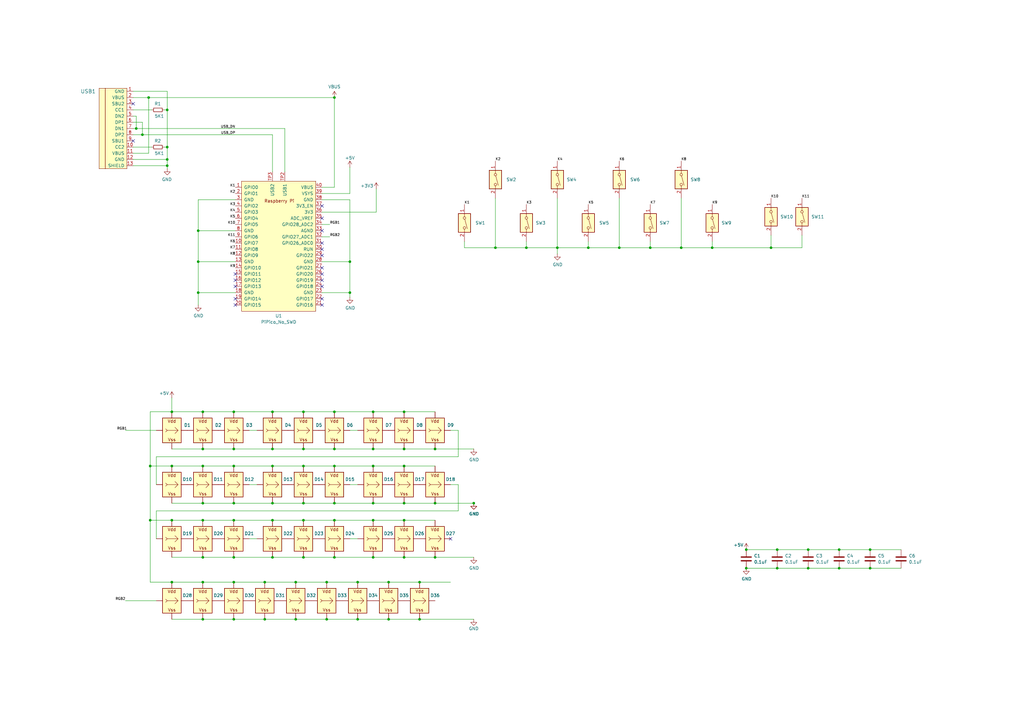
<source format=kicad_sch>
(kicad_sch
	(version 20231120)
	(generator "eeschema")
	(generator_version "8.0")
	(uuid "2e3f5573-c264-4a8b-a2f0-0e6473d39aad")
	(paper "A3")
	(lib_symbols
		(symbol "Device:C"
			(pin_numbers hide)
			(pin_names
				(offset 0.254)
			)
			(exclude_from_sim no)
			(in_bom yes)
			(on_board yes)
			(property "Reference" "C"
				(at 0.635 2.54 0)
				(effects
					(font
						(size 1.27 1.27)
					)
					(justify left)
				)
			)
			(property "Value" "C"
				(at 0.635 -2.54 0)
				(effects
					(font
						(size 1.27 1.27)
					)
					(justify left)
				)
			)
			(property "Footprint" ""
				(at 0.9652 -3.81 0)
				(effects
					(font
						(size 1.27 1.27)
					)
					(hide yes)
				)
			)
			(property "Datasheet" "~"
				(at 0 0 0)
				(effects
					(font
						(size 1.27 1.27)
					)
					(hide yes)
				)
			)
			(property "Description" "Unpolarized capacitor"
				(at 0 0 0)
				(effects
					(font
						(size 1.27 1.27)
					)
					(hide yes)
				)
			)
			(property "ki_keywords" "cap capacitor"
				(at 0 0 0)
				(effects
					(font
						(size 1.27 1.27)
					)
					(hide yes)
				)
			)
			(property "ki_fp_filters" "C_*"
				(at 0 0 0)
				(effects
					(font
						(size 1.27 1.27)
					)
					(hide yes)
				)
			)
			(symbol "C_0_1"
				(polyline
					(pts
						(xy -2.032 -0.762) (xy 2.032 -0.762)
					)
					(stroke
						(width 0.508)
						(type default)
					)
					(fill
						(type none)
					)
				)
				(polyline
					(pts
						(xy -2.032 0.762) (xy 2.032 0.762)
					)
					(stroke
						(width 0.508)
						(type default)
					)
					(fill
						(type none)
					)
				)
			)
			(symbol "C_1_1"
				(pin passive line
					(at 0 3.81 270)
					(length 2.794)
					(name "~"
						(effects
							(font
								(size 1.27 1.27)
							)
						)
					)
					(number "1"
						(effects
							(font
								(size 1.27 1.27)
							)
						)
					)
				)
				(pin passive line
					(at 0 -3.81 90)
					(length 2.794)
					(name "~"
						(effects
							(font
								(size 1.27 1.27)
							)
						)
					)
					(number "2"
						(effects
							(font
								(size 1.27 1.27)
							)
						)
					)
				)
			)
		)
		(symbol "Device:R_Small"
			(pin_numbers hide)
			(pin_names
				(offset 0.254) hide)
			(exclude_from_sim no)
			(in_bom yes)
			(on_board yes)
			(property "Reference" "R"
				(at 0.762 0.508 0)
				(effects
					(font
						(size 1.27 1.27)
					)
					(justify left)
				)
			)
			(property "Value" "R_Small"
				(at 0.762 -1.016 0)
				(effects
					(font
						(size 1.27 1.27)
					)
					(justify left)
				)
			)
			(property "Footprint" ""
				(at 0 0 0)
				(effects
					(font
						(size 1.27 1.27)
					)
					(hide yes)
				)
			)
			(property "Datasheet" "~"
				(at 0 0 0)
				(effects
					(font
						(size 1.27 1.27)
					)
					(hide yes)
				)
			)
			(property "Description" "Resistor, small symbol"
				(at 0 0 0)
				(effects
					(font
						(size 1.27 1.27)
					)
					(hide yes)
				)
			)
			(property "ki_keywords" "R resistor"
				(at 0 0 0)
				(effects
					(font
						(size 1.27 1.27)
					)
					(hide yes)
				)
			)
			(property "ki_fp_filters" "R_*"
				(at 0 0 0)
				(effects
					(font
						(size 1.27 1.27)
					)
					(hide yes)
				)
			)
			(symbol "R_Small_0_1"
				(rectangle
					(start -0.762 1.778)
					(end 0.762 -1.778)
					(stroke
						(width 0.2032)
						(type default)
					)
					(fill
						(type none)
					)
				)
			)
			(symbol "R_Small_1_1"
				(pin passive line
					(at 0 2.54 270)
					(length 0.762)
					(name "~"
						(effects
							(font
								(size 1.27 1.27)
							)
						)
					)
					(number "1"
						(effects
							(font
								(size 1.27 1.27)
							)
						)
					)
				)
				(pin passive line
					(at 0 -2.54 90)
					(length 0.762)
					(name "~"
						(effects
							(font
								(size 1.27 1.27)
							)
						)
					)
					(number "2"
						(effects
							(font
								(size 1.27 1.27)
							)
						)
					)
				)
			)
		)
		(symbol "Switch:SW_DIP_x01"
			(pin_names
				(offset 0) hide)
			(exclude_from_sim no)
			(in_bom yes)
			(on_board yes)
			(property "Reference" "SW"
				(at 0 3.81 0)
				(effects
					(font
						(size 1.27 1.27)
					)
				)
			)
			(property "Value" "SW_DIP_x01"
				(at 0 -3.81 0)
				(effects
					(font
						(size 1.27 1.27)
					)
				)
			)
			(property "Footprint" ""
				(at 0 0 0)
				(effects
					(font
						(size 1.27 1.27)
					)
					(hide yes)
				)
			)
			(property "Datasheet" "~"
				(at 0 0 0)
				(effects
					(font
						(size 1.27 1.27)
					)
					(hide yes)
				)
			)
			(property "Description" "1x DIP Switch, Single Pole Single Throw (SPST) switch, small symbol"
				(at 0 0 0)
				(effects
					(font
						(size 1.27 1.27)
					)
					(hide yes)
				)
			)
			(property "ki_keywords" "dip switch"
				(at 0 0 0)
				(effects
					(font
						(size 1.27 1.27)
					)
					(hide yes)
				)
			)
			(property "ki_fp_filters" "SW?DIP?x1*"
				(at 0 0 0)
				(effects
					(font
						(size 1.27 1.27)
					)
					(hide yes)
				)
			)
			(symbol "SW_DIP_x01_0_0"
				(circle
					(center -2.032 0)
					(radius 0.508)
					(stroke
						(width 0)
						(type default)
					)
					(fill
						(type none)
					)
				)
				(polyline
					(pts
						(xy -1.524 0.127) (xy 2.3622 1.1684)
					)
					(stroke
						(width 0)
						(type default)
					)
					(fill
						(type none)
					)
				)
				(circle
					(center 2.032 0)
					(radius 0.508)
					(stroke
						(width 0)
						(type default)
					)
					(fill
						(type none)
					)
				)
			)
			(symbol "SW_DIP_x01_0_1"
				(rectangle
					(start -3.81 2.54)
					(end 3.81 -2.54)
					(stroke
						(width 0.254)
						(type default)
					)
					(fill
						(type background)
					)
				)
			)
			(symbol "SW_DIP_x01_1_1"
				(pin passive line
					(at -7.62 0 0)
					(length 5.08)
					(name "~"
						(effects
							(font
								(size 1.27 1.27)
							)
						)
					)
					(number "1"
						(effects
							(font
								(size 1.27 1.27)
							)
						)
					)
				)
				(pin passive line
					(at 7.62 0 180)
					(length 5.08)
					(name "~"
						(effects
							(font
								(size 1.27 1.27)
							)
						)
					)
					(number "2"
						(effects
							(font
								(size 1.27 1.27)
							)
						)
					)
				)
			)
		)
		(symbol "Type-C:HRO-TYPE-C-31-M-12"
			(pin_names
				(offset 1.016)
			)
			(exclude_from_sim no)
			(in_bom yes)
			(on_board yes)
			(property "Reference" "USB"
				(at -5.08 16.51 0)
				(effects
					(font
						(size 1.524 1.524)
					)
				)
			)
			(property "Value" "HRO-TYPE-C-31-M-12"
				(at -10.16 -1.27 90)
				(effects
					(font
						(size 1.524 1.524)
					)
				)
			)
			(property "Footprint" ""
				(at 0 0 0)
				(effects
					(font
						(size 1.524 1.524)
					)
					(hide yes)
				)
			)
			(property "Datasheet" ""
				(at 0 0 0)
				(effects
					(font
						(size 1.524 1.524)
					)
					(hide yes)
				)
			)
			(property "Description" ""
				(at 0 0 0)
				(effects
					(font
						(size 1.27 1.27)
					)
					(hide yes)
				)
			)
			(symbol "HRO-TYPE-C-31-M-12_0_1"
				(rectangle
					(start -11.43 15.24)
					(end -8.89 -17.78)
					(stroke
						(width 0)
						(type default)
					)
					(fill
						(type background)
					)
				)
				(rectangle
					(start 0 -17.78)
					(end -8.89 15.24)
					(stroke
						(width 0)
						(type default)
					)
					(fill
						(type background)
					)
				)
			)
			(symbol "HRO-TYPE-C-31-M-12_1_1"
				(pin input line
					(at 2.54 13.97 180)
					(length 2.54)
					(name "GND"
						(effects
							(font
								(size 1.27 1.27)
							)
						)
					)
					(number "1"
						(effects
							(font
								(size 1.27 1.27)
							)
						)
					)
				)
				(pin input line
					(at 2.54 -8.89 180)
					(length 2.54)
					(name "CC2"
						(effects
							(font
								(size 1.27 1.27)
							)
						)
					)
					(number "10"
						(effects
							(font
								(size 1.27 1.27)
							)
						)
					)
				)
				(pin input line
					(at 2.54 -11.43 180)
					(length 2.54)
					(name "VBUS"
						(effects
							(font
								(size 1.27 1.27)
							)
						)
					)
					(number "11"
						(effects
							(font
								(size 1.27 1.27)
							)
						)
					)
				)
				(pin input line
					(at 2.54 -13.97 180)
					(length 2.54)
					(name "GND"
						(effects
							(font
								(size 1.27 1.27)
							)
						)
					)
					(number "12"
						(effects
							(font
								(size 1.27 1.27)
							)
						)
					)
				)
				(pin input line
					(at 2.54 -16.51 180)
					(length 2.54)
					(name "SHIELD"
						(effects
							(font
								(size 1.27 1.27)
							)
						)
					)
					(number "13"
						(effects
							(font
								(size 1.27 1.27)
							)
						)
					)
				)
				(pin input line
					(at 2.54 11.43 180)
					(length 2.54)
					(name "VBUS"
						(effects
							(font
								(size 1.27 1.27)
							)
						)
					)
					(number "2"
						(effects
							(font
								(size 1.27 1.27)
							)
						)
					)
				)
				(pin input line
					(at 2.54 8.89 180)
					(length 2.54)
					(name "SBU2"
						(effects
							(font
								(size 1.27 1.27)
							)
						)
					)
					(number "3"
						(effects
							(font
								(size 1.27 1.27)
							)
						)
					)
				)
				(pin input line
					(at 2.54 6.35 180)
					(length 2.54)
					(name "CC1"
						(effects
							(font
								(size 1.27 1.27)
							)
						)
					)
					(number "4"
						(effects
							(font
								(size 1.27 1.27)
							)
						)
					)
				)
				(pin input line
					(at 2.54 3.81 180)
					(length 2.54)
					(name "DN2"
						(effects
							(font
								(size 1.27 1.27)
							)
						)
					)
					(number "5"
						(effects
							(font
								(size 1.27 1.27)
							)
						)
					)
				)
				(pin input line
					(at 2.54 1.27 180)
					(length 2.54)
					(name "DP1"
						(effects
							(font
								(size 1.27 1.27)
							)
						)
					)
					(number "6"
						(effects
							(font
								(size 1.27 1.27)
							)
						)
					)
				)
				(pin input line
					(at 2.54 -1.27 180)
					(length 2.54)
					(name "DN1"
						(effects
							(font
								(size 1.27 1.27)
							)
						)
					)
					(number "7"
						(effects
							(font
								(size 1.27 1.27)
							)
						)
					)
				)
				(pin input line
					(at 2.54 -3.81 180)
					(length 2.54)
					(name "DP2"
						(effects
							(font
								(size 1.27 1.27)
							)
						)
					)
					(number "8"
						(effects
							(font
								(size 1.27 1.27)
							)
						)
					)
				)
				(pin input line
					(at 2.54 -6.35 180)
					(length 2.54)
					(name "SBU1"
						(effects
							(font
								(size 1.27 1.27)
							)
						)
					)
					(number "9"
						(effects
							(font
								(size 1.27 1.27)
							)
						)
					)
				)
			)
		)
		(symbol "popn_pico2:PiPico_No_SWD"
			(pin_names
				(offset 1.016)
			)
			(exclude_from_sim no)
			(in_bom yes)
			(on_board yes)
			(property "Reference" "U"
				(at -13.97 27.94 0)
				(effects
					(font
						(size 1.27 1.27)
					)
				)
			)
			(property "Value" "PiPico_No_SWD"
				(at 0.254 16.002 0)
				(effects
					(font
						(size 1.27 1.27)
					)
				)
			)
			(property "Footprint" "groove_pico:RPi_Pico_SMD_Pins"
				(at 0 0 90)
				(effects
					(font
						(size 1.27 1.27)
					)
					(hide yes)
				)
			)
			(property "Datasheet" ""
				(at 0 0 0)
				(effects
					(font
						(size 1.27 1.27)
					)
					(hide yes)
				)
			)
			(property "Description" ""
				(at 0 0 0)
				(effects
					(font
						(size 1.27 1.27)
					)
					(hide yes)
				)
			)
			(symbol "PiPico_No_SWD_0_0"
				(text "Raspberry Pi"
					(at 0.254 18.542 0)
					(effects
						(font
							(size 1.27 1.27)
						)
					)
				)
			)
			(symbol "PiPico_No_SWD_0_1"
				(rectangle
					(start -15.24 26.67)
					(end 15.24 -26.67)
					(stroke
						(width 0)
						(type solid)
					)
					(fill
						(type background)
					)
				)
			)
			(symbol "PiPico_No_SWD_1_1"
				(pin bidirectional line
					(at -17.78 24.13 0)
					(length 2.54)
					(name "GPIO0"
						(effects
							(font
								(size 1.27 1.27)
							)
						)
					)
					(number "1"
						(effects
							(font
								(size 1.27 1.27)
							)
						)
					)
				)
				(pin bidirectional line
					(at -17.78 1.27 0)
					(length 2.54)
					(name "GPIO7"
						(effects
							(font
								(size 1.27 1.27)
							)
						)
					)
					(number "10"
						(effects
							(font
								(size 1.27 1.27)
							)
						)
					)
				)
				(pin bidirectional line
					(at -17.78 -1.27 0)
					(length 2.54)
					(name "GPIO8"
						(effects
							(font
								(size 1.27 1.27)
							)
						)
					)
					(number "11"
						(effects
							(font
								(size 1.27 1.27)
							)
						)
					)
				)
				(pin bidirectional line
					(at -17.78 -3.81 0)
					(length 2.54)
					(name "GPIO9"
						(effects
							(font
								(size 1.27 1.27)
							)
						)
					)
					(number "12"
						(effects
							(font
								(size 1.27 1.27)
							)
						)
					)
				)
				(pin power_in line
					(at -17.78 -6.35 0)
					(length 2.54)
					(name "GND"
						(effects
							(font
								(size 1.27 1.27)
							)
						)
					)
					(number "13"
						(effects
							(font
								(size 1.27 1.27)
							)
						)
					)
				)
				(pin bidirectional line
					(at -17.78 -8.89 0)
					(length 2.54)
					(name "GPIO10"
						(effects
							(font
								(size 1.27 1.27)
							)
						)
					)
					(number "14"
						(effects
							(font
								(size 1.27 1.27)
							)
						)
					)
				)
				(pin bidirectional line
					(at -17.78 -11.43 0)
					(length 2.54)
					(name "GPIO11"
						(effects
							(font
								(size 1.27 1.27)
							)
						)
					)
					(number "15"
						(effects
							(font
								(size 1.27 1.27)
							)
						)
					)
				)
				(pin bidirectional line
					(at -17.78 -13.97 0)
					(length 2.54)
					(name "GPIO12"
						(effects
							(font
								(size 1.27 1.27)
							)
						)
					)
					(number "16"
						(effects
							(font
								(size 1.27 1.27)
							)
						)
					)
				)
				(pin bidirectional line
					(at -17.78 -16.51 0)
					(length 2.54)
					(name "GPIO13"
						(effects
							(font
								(size 1.27 1.27)
							)
						)
					)
					(number "17"
						(effects
							(font
								(size 1.27 1.27)
							)
						)
					)
				)
				(pin power_in line
					(at -17.78 -19.05 0)
					(length 2.54)
					(name "GND"
						(effects
							(font
								(size 1.27 1.27)
							)
						)
					)
					(number "18"
						(effects
							(font
								(size 1.27 1.27)
							)
						)
					)
				)
				(pin bidirectional line
					(at -17.78 -21.59 0)
					(length 2.54)
					(name "GPIO14"
						(effects
							(font
								(size 1.27 1.27)
							)
						)
					)
					(number "19"
						(effects
							(font
								(size 1.27 1.27)
							)
						)
					)
				)
				(pin bidirectional line
					(at -17.78 21.59 0)
					(length 2.54)
					(name "GPIO1"
						(effects
							(font
								(size 1.27 1.27)
							)
						)
					)
					(number "2"
						(effects
							(font
								(size 1.27 1.27)
							)
						)
					)
				)
				(pin bidirectional line
					(at -17.78 -24.13 0)
					(length 2.54)
					(name "GPIO15"
						(effects
							(font
								(size 1.27 1.27)
							)
						)
					)
					(number "20"
						(effects
							(font
								(size 1.27 1.27)
							)
						)
					)
				)
				(pin bidirectional line
					(at 17.78 -24.13 180)
					(length 2.54)
					(name "GPIO16"
						(effects
							(font
								(size 1.27 1.27)
							)
						)
					)
					(number "21"
						(effects
							(font
								(size 1.27 1.27)
							)
						)
					)
				)
				(pin bidirectional line
					(at 17.78 -21.59 180)
					(length 2.54)
					(name "GPIO17"
						(effects
							(font
								(size 1.27 1.27)
							)
						)
					)
					(number "22"
						(effects
							(font
								(size 1.27 1.27)
							)
						)
					)
				)
				(pin power_in line
					(at 17.78 -19.05 180)
					(length 2.54)
					(name "GND"
						(effects
							(font
								(size 1.27 1.27)
							)
						)
					)
					(number "23"
						(effects
							(font
								(size 1.27 1.27)
							)
						)
					)
				)
				(pin bidirectional line
					(at 17.78 -16.51 180)
					(length 2.54)
					(name "GPIO18"
						(effects
							(font
								(size 1.27 1.27)
							)
						)
					)
					(number "24"
						(effects
							(font
								(size 1.27 1.27)
							)
						)
					)
				)
				(pin bidirectional line
					(at 17.78 -13.97 180)
					(length 2.54)
					(name "GPIO19"
						(effects
							(font
								(size 1.27 1.27)
							)
						)
					)
					(number "25"
						(effects
							(font
								(size 1.27 1.27)
							)
						)
					)
				)
				(pin bidirectional line
					(at 17.78 -11.43 180)
					(length 2.54)
					(name "GPIO20"
						(effects
							(font
								(size 1.27 1.27)
							)
						)
					)
					(number "26"
						(effects
							(font
								(size 1.27 1.27)
							)
						)
					)
				)
				(pin bidirectional line
					(at 17.78 -8.89 180)
					(length 2.54)
					(name "GPIO21"
						(effects
							(font
								(size 1.27 1.27)
							)
						)
					)
					(number "27"
						(effects
							(font
								(size 1.27 1.27)
							)
						)
					)
				)
				(pin power_in line
					(at 17.78 -6.35 180)
					(length 2.54)
					(name "GND"
						(effects
							(font
								(size 1.27 1.27)
							)
						)
					)
					(number "28"
						(effects
							(font
								(size 1.27 1.27)
							)
						)
					)
				)
				(pin bidirectional line
					(at 17.78 -3.81 180)
					(length 2.54)
					(name "GPIO22"
						(effects
							(font
								(size 1.27 1.27)
							)
						)
					)
					(number "29"
						(effects
							(font
								(size 1.27 1.27)
							)
						)
					)
				)
				(pin power_in line
					(at -17.78 19.05 0)
					(length 2.54)
					(name "GND"
						(effects
							(font
								(size 1.27 1.27)
							)
						)
					)
					(number "3"
						(effects
							(font
								(size 1.27 1.27)
							)
						)
					)
				)
				(pin input line
					(at 17.78 -1.27 180)
					(length 2.54)
					(name "RUN"
						(effects
							(font
								(size 1.27 1.27)
							)
						)
					)
					(number "30"
						(effects
							(font
								(size 1.27 1.27)
							)
						)
					)
				)
				(pin bidirectional line
					(at 17.78 1.27 180)
					(length 2.54)
					(name "GPIO26_ADC0"
						(effects
							(font
								(size 1.27 1.27)
							)
						)
					)
					(number "31"
						(effects
							(font
								(size 1.27 1.27)
							)
						)
					)
				)
				(pin bidirectional line
					(at 17.78 3.81 180)
					(length 2.54)
					(name "GPIO27_ADC1"
						(effects
							(font
								(size 1.27 1.27)
							)
						)
					)
					(number "32"
						(effects
							(font
								(size 1.27 1.27)
							)
						)
					)
				)
				(pin power_in line
					(at 17.78 6.35 180)
					(length 2.54)
					(name "AGND"
						(effects
							(font
								(size 1.27 1.27)
							)
						)
					)
					(number "33"
						(effects
							(font
								(size 1.27 1.27)
							)
						)
					)
				)
				(pin bidirectional line
					(at 17.78 8.89 180)
					(length 2.54)
					(name "GPIO28_ADC2"
						(effects
							(font
								(size 1.27 1.27)
							)
						)
					)
					(number "34"
						(effects
							(font
								(size 1.27 1.27)
							)
						)
					)
				)
				(pin unspecified line
					(at 17.78 11.43 180)
					(length 2.54)
					(name "ADC_VREF"
						(effects
							(font
								(size 1.27 1.27)
							)
						)
					)
					(number "35"
						(effects
							(font
								(size 1.27 1.27)
							)
						)
					)
				)
				(pin unspecified line
					(at 17.78 13.97 180)
					(length 2.54)
					(name "3V3"
						(effects
							(font
								(size 1.27 1.27)
							)
						)
					)
					(number "36"
						(effects
							(font
								(size 1.27 1.27)
							)
						)
					)
				)
				(pin input line
					(at 17.78 16.51 180)
					(length 2.54)
					(name "3V3_EN"
						(effects
							(font
								(size 1.27 1.27)
							)
						)
					)
					(number "37"
						(effects
							(font
								(size 1.27 1.27)
							)
						)
					)
				)
				(pin bidirectional line
					(at 17.78 19.05 180)
					(length 2.54)
					(name "GND"
						(effects
							(font
								(size 1.27 1.27)
							)
						)
					)
					(number "38"
						(effects
							(font
								(size 1.27 1.27)
							)
						)
					)
				)
				(pin unspecified line
					(at 17.78 21.59 180)
					(length 2.54)
					(name "VSYS"
						(effects
							(font
								(size 1.27 1.27)
							)
						)
					)
					(number "39"
						(effects
							(font
								(size 1.27 1.27)
							)
						)
					)
				)
				(pin bidirectional line
					(at -17.78 16.51 0)
					(length 2.54)
					(name "GPIO2"
						(effects
							(font
								(size 1.27 1.27)
							)
						)
					)
					(number "4"
						(effects
							(font
								(size 1.27 1.27)
							)
						)
					)
				)
				(pin unspecified line
					(at 17.78 24.13 180)
					(length 2.54)
					(name "VBUS"
						(effects
							(font
								(size 1.27 1.27)
							)
						)
					)
					(number "40"
						(effects
							(font
								(size 1.27 1.27)
							)
						)
					)
				)
				(pin bidirectional line
					(at -17.78 13.97 0)
					(length 2.54)
					(name "GPIO3"
						(effects
							(font
								(size 1.27 1.27)
							)
						)
					)
					(number "5"
						(effects
							(font
								(size 1.27 1.27)
							)
						)
					)
				)
				(pin bidirectional line
					(at -17.78 11.43 0)
					(length 2.54)
					(name "GPIO4"
						(effects
							(font
								(size 1.27 1.27)
							)
						)
					)
					(number "6"
						(effects
							(font
								(size 1.27 1.27)
							)
						)
					)
				)
				(pin bidirectional line
					(at -17.78 8.89 0)
					(length 2.54)
					(name "GPIO5"
						(effects
							(font
								(size 1.27 1.27)
							)
						)
					)
					(number "7"
						(effects
							(font
								(size 1.27 1.27)
							)
						)
					)
				)
				(pin power_in line
					(at -17.78 6.35 0)
					(length 2.54)
					(name "GND"
						(effects
							(font
								(size 1.27 1.27)
							)
						)
					)
					(number "8"
						(effects
							(font
								(size 1.27 1.27)
							)
						)
					)
				)
				(pin bidirectional line
					(at -17.78 3.81 0)
					(length 2.54)
					(name "GPIO6"
						(effects
							(font
								(size 1.27 1.27)
							)
						)
					)
					(number "9"
						(effects
							(font
								(size 1.27 1.27)
							)
						)
					)
				)
				(pin bidirectional line
					(at 2.54 30.48 270)
					(length 3.81)
					(name "USB1"
						(effects
							(font
								(size 1.27 1.27)
							)
						)
					)
					(number "TP2"
						(effects
							(font
								(size 1.27 1.27)
							)
						)
					)
				)
				(pin bidirectional line
					(at -2.54 30.48 270)
					(length 3.81)
					(name "USB2"
						(effects
							(font
								(size 1.27 1.27)
							)
						)
					)
					(number "TP3"
						(effects
							(font
								(size 1.27 1.27)
							)
						)
					)
				)
			)
		)
		(symbol "popn_pico2:WS2812B_Unified"
			(pin_numbers hide)
			(pin_names
				(offset 0.254) hide)
			(exclude_from_sim no)
			(in_bom yes)
			(on_board yes)
			(property "Reference" "D10"
				(at 2.54 6.35 0)
				(effects
					(font
						(size 1.27 1.27)
					)
				)
			)
			(property "Value" "WS2812B_Unified"
				(at 15.24 1.7907 0)
				(effects
					(font
						(size 1.27 1.27)
					)
					(hide yes)
				)
			)
			(property "Footprint" "popn_pico2:WS2812B-2835"
				(at 1.27 -7.62 0)
				(effects
					(font
						(size 1.27 1.27)
					)
					(justify left top)
					(hide yes)
				)
			)
			(property "Datasheet" ""
				(at 2.54 -9.525 0)
				(effects
					(font
						(size 1.27 1.27)
					)
					(justify left top)
					(hide yes)
				)
			)
			(property "Description" "RGB LED with integrated controller"
				(at 0 0 0)
				(effects
					(font
						(size 1.27 1.27)
					)
					(hide yes)
				)
			)
			(property "ki_keywords" "RGB LED NeoPixel addressable"
				(at 0 0 0)
				(effects
					(font
						(size 1.27 1.27)
					)
					(hide yes)
				)
			)
			(property "ki_fp_filters" "LED*WS2812"
				(at 0 0 0)
				(effects
					(font
						(size 1.27 1.27)
					)
					(hide yes)
				)
			)
			(symbol "WS2812B_Unified_0_0"
				(polyline
					(pts
						(xy -1.905 0) (xy 2.54 0) (xy 1.27 1.27)
					)
					(stroke
						(width 0)
						(type default)
					)
					(fill
						(type none)
					)
				)
				(text "Vdd"
					(at 0 3.81 0)
					(effects
						(font
							(size 1.27 1.27)
						)
					)
				)
				(text "Vss"
					(at 0 -3.81 0)
					(effects
						(font
							(size 1.27 1.27)
						)
					)
				)
			)
			(symbol "WS2812B_Unified_0_1"
				(rectangle
					(start -3.81 5.08)
					(end 3.81 -5.08)
					(stroke
						(width 0.254)
						(type default)
					)
					(fill
						(type background)
					)
				)
				(polyline
					(pts
						(xy 1.27 -1.27) (xy 2.54 0)
					)
					(stroke
						(width 0)
						(type default)
					)
					(fill
						(type none)
					)
				)
				(polyline
					(pts
						(xy -2.54 0.635) (xy -1.905 0) (xy -2.54 -0.635)
					)
					(stroke
						(width 0)
						(type default)
					)
					(fill
						(type none)
					)
				)
			)
			(symbol "WS2812B_Unified_1_1"
				(pin power_in line
					(at 0 -7.62 90)
					(length 2.54)
					(name "VSS"
						(effects
							(font
								(size 1.27 1.27)
							)
						)
					)
					(number "G"
						(effects
							(font
								(size 1.27 1.27)
							)
						)
					)
				)
				(pin input line
					(at -6.35 0 0)
					(length 2.54)
					(name "In"
						(effects
							(font
								(size 1.27 1.27)
							)
						)
					)
					(number "I"
						(effects
							(font
								(size 1.27 1.27)
							)
						)
					)
				)
				(pin output line
					(at 6.35 0 180)
					(length 2.54)
					(name "Out"
						(effects
							(font
								(size 1.27 1.27)
							)
						)
					)
					(number "O"
						(effects
							(font
								(size 1.27 1.27)
							)
						)
					)
				)
				(pin power_in line
					(at 0 7.62 270)
					(length 2.54)
					(name "VDD"
						(effects
							(font
								(size 1.27 1.27)
							)
						)
					)
					(number "V"
						(effects
							(font
								(size 1.27 1.27)
							)
						)
					)
				)
			)
		)
		(symbol "power:+3V3"
			(power)
			(pin_numbers hide)
			(pin_names
				(offset 0) hide)
			(exclude_from_sim no)
			(in_bom yes)
			(on_board yes)
			(property "Reference" "#PWR"
				(at 0 -3.81 0)
				(effects
					(font
						(size 1.27 1.27)
					)
					(hide yes)
				)
			)
			(property "Value" "+3V3"
				(at 0 3.556 0)
				(effects
					(font
						(size 1.27 1.27)
					)
				)
			)
			(property "Footprint" ""
				(at 0 0 0)
				(effects
					(font
						(size 1.27 1.27)
					)
					(hide yes)
				)
			)
			(property "Datasheet" ""
				(at 0 0 0)
				(effects
					(font
						(size 1.27 1.27)
					)
					(hide yes)
				)
			)
			(property "Description" "Power symbol creates a global label with name \"+3V3\""
				(at 0 0 0)
				(effects
					(font
						(size 1.27 1.27)
					)
					(hide yes)
				)
			)
			(property "ki_keywords" "global power"
				(at 0 0 0)
				(effects
					(font
						(size 1.27 1.27)
					)
					(hide yes)
				)
			)
			(symbol "+3V3_0_1"
				(polyline
					(pts
						(xy -0.762 1.27) (xy 0 2.54)
					)
					(stroke
						(width 0)
						(type default)
					)
					(fill
						(type none)
					)
				)
				(polyline
					(pts
						(xy 0 0) (xy 0 2.54)
					)
					(stroke
						(width 0)
						(type default)
					)
					(fill
						(type none)
					)
				)
				(polyline
					(pts
						(xy 0 2.54) (xy 0.762 1.27)
					)
					(stroke
						(width 0)
						(type default)
					)
					(fill
						(type none)
					)
				)
			)
			(symbol "+3V3_1_1"
				(pin power_in line
					(at 0 0 90)
					(length 0)
					(name "~"
						(effects
							(font
								(size 1.27 1.27)
							)
						)
					)
					(number "1"
						(effects
							(font
								(size 1.27 1.27)
							)
						)
					)
				)
			)
		)
		(symbol "power:+5V"
			(power)
			(pin_numbers hide)
			(pin_names
				(offset 0) hide)
			(exclude_from_sim no)
			(in_bom yes)
			(on_board yes)
			(property "Reference" "#PWR"
				(at 0 -3.81 0)
				(effects
					(font
						(size 1.27 1.27)
					)
					(hide yes)
				)
			)
			(property "Value" "+5V"
				(at 0 3.556 0)
				(effects
					(font
						(size 1.27 1.27)
					)
				)
			)
			(property "Footprint" ""
				(at 0 0 0)
				(effects
					(font
						(size 1.27 1.27)
					)
					(hide yes)
				)
			)
			(property "Datasheet" ""
				(at 0 0 0)
				(effects
					(font
						(size 1.27 1.27)
					)
					(hide yes)
				)
			)
			(property "Description" "Power symbol creates a global label with name \"+5V\""
				(at 0 0 0)
				(effects
					(font
						(size 1.27 1.27)
					)
					(hide yes)
				)
			)
			(property "ki_keywords" "global power"
				(at 0 0 0)
				(effects
					(font
						(size 1.27 1.27)
					)
					(hide yes)
				)
			)
			(symbol "+5V_0_1"
				(polyline
					(pts
						(xy -0.762 1.27) (xy 0 2.54)
					)
					(stroke
						(width 0)
						(type default)
					)
					(fill
						(type none)
					)
				)
				(polyline
					(pts
						(xy 0 0) (xy 0 2.54)
					)
					(stroke
						(width 0)
						(type default)
					)
					(fill
						(type none)
					)
				)
				(polyline
					(pts
						(xy 0 2.54) (xy 0.762 1.27)
					)
					(stroke
						(width 0)
						(type default)
					)
					(fill
						(type none)
					)
				)
			)
			(symbol "+5V_1_1"
				(pin power_in line
					(at 0 0 90)
					(length 0)
					(name "~"
						(effects
							(font
								(size 1.27 1.27)
							)
						)
					)
					(number "1"
						(effects
							(font
								(size 1.27 1.27)
							)
						)
					)
				)
			)
		)
		(symbol "power:GND"
			(power)
			(pin_numbers hide)
			(pin_names
				(offset 0) hide)
			(exclude_from_sim no)
			(in_bom yes)
			(on_board yes)
			(property "Reference" "#PWR"
				(at 0 -6.35 0)
				(effects
					(font
						(size 1.27 1.27)
					)
					(hide yes)
				)
			)
			(property "Value" "GND"
				(at 0 -3.81 0)
				(effects
					(font
						(size 1.27 1.27)
					)
				)
			)
			(property "Footprint" ""
				(at 0 0 0)
				(effects
					(font
						(size 1.27 1.27)
					)
					(hide yes)
				)
			)
			(property "Datasheet" ""
				(at 0 0 0)
				(effects
					(font
						(size 1.27 1.27)
					)
					(hide yes)
				)
			)
			(property "Description" "Power symbol creates a global label with name \"GND\" , ground"
				(at 0 0 0)
				(effects
					(font
						(size 1.27 1.27)
					)
					(hide yes)
				)
			)
			(property "ki_keywords" "global power"
				(at 0 0 0)
				(effects
					(font
						(size 1.27 1.27)
					)
					(hide yes)
				)
			)
			(symbol "GND_0_1"
				(polyline
					(pts
						(xy 0 0) (xy 0 -1.27) (xy 1.27 -1.27) (xy 0 -2.54) (xy -1.27 -1.27) (xy 0 -1.27)
					)
					(stroke
						(width 0)
						(type default)
					)
					(fill
						(type none)
					)
				)
			)
			(symbol "GND_1_1"
				(pin power_in line
					(at 0 0 270)
					(length 0)
					(name "~"
						(effects
							(font
								(size 1.27 1.27)
							)
						)
					)
					(number "1"
						(effects
							(font
								(size 1.27 1.27)
							)
						)
					)
				)
			)
		)
		(symbol "power:VBUS"
			(power)
			(pin_numbers hide)
			(pin_names
				(offset 0) hide)
			(exclude_from_sim no)
			(in_bom yes)
			(on_board yes)
			(property "Reference" "#PWR"
				(at 0 -3.81 0)
				(effects
					(font
						(size 1.27 1.27)
					)
					(hide yes)
				)
			)
			(property "Value" "VBUS"
				(at 0 3.556 0)
				(effects
					(font
						(size 1.27 1.27)
					)
				)
			)
			(property "Footprint" ""
				(at 0 0 0)
				(effects
					(font
						(size 1.27 1.27)
					)
					(hide yes)
				)
			)
			(property "Datasheet" ""
				(at 0 0 0)
				(effects
					(font
						(size 1.27 1.27)
					)
					(hide yes)
				)
			)
			(property "Description" "Power symbol creates a global label with name \"VBUS\""
				(at 0 0 0)
				(effects
					(font
						(size 1.27 1.27)
					)
					(hide yes)
				)
			)
			(property "ki_keywords" "global power"
				(at 0 0 0)
				(effects
					(font
						(size 1.27 1.27)
					)
					(hide yes)
				)
			)
			(symbol "VBUS_0_1"
				(polyline
					(pts
						(xy -0.762 1.27) (xy 0 2.54)
					)
					(stroke
						(width 0)
						(type default)
					)
					(fill
						(type none)
					)
				)
				(polyline
					(pts
						(xy 0 0) (xy 0 2.54)
					)
					(stroke
						(width 0)
						(type default)
					)
					(fill
						(type none)
					)
				)
				(polyline
					(pts
						(xy 0 2.54) (xy 0.762 1.27)
					)
					(stroke
						(width 0)
						(type default)
					)
					(fill
						(type none)
					)
				)
			)
			(symbol "VBUS_1_1"
				(pin power_in line
					(at 0 0 90)
					(length 0)
					(name "~"
						(effects
							(font
								(size 1.27 1.27)
							)
						)
					)
					(number "1"
						(effects
							(font
								(size 1.27 1.27)
							)
						)
					)
				)
			)
		)
	)
	(junction
		(at 318.77 233.045)
		(diameter 0)
		(color 0 0 0 0)
		(uuid "00d46313-bcf3-4ca5-baf7-e1e5d179b357")
	)
	(junction
		(at 124.46 206.375)
		(diameter 0)
		(color 0 0 0 0)
		(uuid "019aad7c-efce-464f-98e4-8958ed9c5ccc")
	)
	(junction
		(at 95.885 213.36)
		(diameter 0)
		(color 0 0 0 0)
		(uuid "01f88d03-2253-4998-95d6-dbe2fd4de83e")
	)
	(junction
		(at 95.885 191.135)
		(diameter 0)
		(color 0 0 0 0)
		(uuid "024a3f57-1396-4e92-a896-d9e23cbe2723")
	)
	(junction
		(at 124.46 184.15)
		(diameter 0)
		(color 0 0 0 0)
		(uuid "06c3c5e5-849f-4e5f-b2a5-811898e2904c")
	)
	(junction
		(at 165.735 168.91)
		(diameter 0)
		(color 0 0 0 0)
		(uuid "0cc8c031-4242-4c7a-afa5-cbd666c529ab")
	)
	(junction
		(at 58.42 55.245)
		(diameter 0)
		(color 0 0 0 0)
		(uuid "0de7844b-b2a8-433f-9d7c-4352bce4fd90")
	)
	(junction
		(at 111.76 184.15)
		(diameter 0)
		(color 0 0 0 0)
		(uuid "1169a5cd-7324-4cec-95bd-124474d7086b")
	)
	(junction
		(at 95.885 228.6)
		(diameter 0)
		(color 0 0 0 0)
		(uuid "1638866d-58c6-4798-b810-27416bae4623")
	)
	(junction
		(at 108.585 254)
		(diameter 0)
		(color 0 0 0 0)
		(uuid "1c08f186-3117-4d9e-a980-89d8a30b89ce")
	)
	(junction
		(at 306.07 225.425)
		(diameter 0)
		(color 0 0 0 0)
		(uuid "1e2b33df-8502-4370-ad6a-ef4ef517dbfe")
	)
	(junction
		(at 83.185 191.135)
		(diameter 0)
		(color 0 0 0 0)
		(uuid "22c32846-3ca9-4151-9a19-a984edff83b4")
	)
	(junction
		(at 81.28 107.315)
		(diameter 0)
		(color 0 0 0 0)
		(uuid "23fec8d3-b79d-45e1-bdae-6cd0556621c8")
	)
	(junction
		(at 137.16 206.375)
		(diameter 0)
		(color 0 0 0 0)
		(uuid "2611dc0e-3280-4eae-b327-0c0f3a42efc7")
	)
	(junction
		(at 124.46 213.36)
		(diameter 0)
		(color 0 0 0 0)
		(uuid "2892da4e-bc54-424a-bf40-562f420bea66")
	)
	(junction
		(at 165.735 228.6)
		(diameter 0)
		(color 0 0 0 0)
		(uuid "2a20131e-1399-440e-b03a-698f9ff53829")
	)
	(junction
		(at 83.185 228.6)
		(diameter 0)
		(color 0 0 0 0)
		(uuid "30ad6a68-9673-461e-9f44-2ec204a4798f")
	)
	(junction
		(at 266.7 101.6)
		(diameter 0)
		(color 0 0 0 0)
		(uuid "31af6657-6cb4-45d5-921c-c6394f28c442")
	)
	(junction
		(at 331.47 225.425)
		(diameter 0)
		(color 0 0 0 0)
		(uuid "33354208-7cd2-4f58-a5cc-04de62e21f73")
	)
	(junction
		(at 81.28 94.615)
		(diameter 0)
		(color 0 0 0 0)
		(uuid "33d59d03-9bbe-4326-8624-18724bc6ee71")
	)
	(junction
		(at 159.385 254)
		(diameter 0)
		(color 0 0 0 0)
		(uuid "3b00aaee-701b-4e7c-9b63-87c456c8ae2f")
	)
	(junction
		(at 153.035 168.91)
		(diameter 0)
		(color 0 0 0 0)
		(uuid "3c4a0c55-c1e2-457f-9983-b9e477e93357")
	)
	(junction
		(at 70.485 191.135)
		(diameter 0)
		(color 0 0 0 0)
		(uuid "3c64a89f-ced2-4be1-a2ce-f2ba37c94984")
	)
	(junction
		(at 137.16 184.15)
		(diameter 0)
		(color 0 0 0 0)
		(uuid "3fd2f9aa-8550-45cd-bf37-e9b31225bed9")
	)
	(junction
		(at 137.16 40.005)
		(diameter 0)
		(color 0 0 0 0)
		(uuid "3ff5cf0a-a9ea-416a-ab1e-ce5a986fe5cd")
	)
	(junction
		(at 124.46 228.6)
		(diameter 0)
		(color 0 0 0 0)
		(uuid "47a0b8e8-60e3-4695-983e-435de42563d7")
	)
	(junction
		(at 81.28 120.015)
		(diameter 0)
		(color 0 0 0 0)
		(uuid "48126dd8-8fe1-4cc7-8fcd-881d5aa4fe65")
	)
	(junction
		(at 111.76 191.135)
		(diameter 0)
		(color 0 0 0 0)
		(uuid "49e97943-f71a-4d05-b501-b7fef358e1a0")
	)
	(junction
		(at 124.46 168.91)
		(diameter 0)
		(color 0 0 0 0)
		(uuid "4afbd97c-df0a-4b34-bbf0-6daaa6437a15")
	)
	(junction
		(at 153.035 184.15)
		(diameter 0)
		(color 0 0 0 0)
		(uuid "4b3a1992-9f71-4f01-a508-1e5b1284cf6f")
	)
	(junction
		(at 95.885 206.375)
		(diameter 0)
		(color 0 0 0 0)
		(uuid "50afd70c-89e2-4b8b-a766-6d44dd1ffff4")
	)
	(junction
		(at 172.085 254)
		(diameter 0)
		(color 0 0 0 0)
		(uuid "51a60f84-76c6-4bac-9eed-63054603e03c")
	)
	(junction
		(at 83.185 254)
		(diameter 0)
		(color 0 0 0 0)
		(uuid "5205b5bf-c511-4f2a-ba9c-4b97f89a0d0e")
	)
	(junction
		(at 133.985 238.76)
		(diameter 0)
		(color 0 0 0 0)
		(uuid "52d3206c-021b-416e-9b88-492f14430c5a")
	)
	(junction
		(at 178.435 228.6)
		(diameter 0)
		(color 0 0 0 0)
		(uuid "53a70b66-643c-4fdc-9bd3-1b2d732140d7")
	)
	(junction
		(at 137.16 191.135)
		(diameter 0)
		(color 0 0 0 0)
		(uuid "560c341c-d164-4298-86eb-f7c3f1386ead")
	)
	(junction
		(at 356.87 233.045)
		(diameter 0)
		(color 0 0 0 0)
		(uuid "57065808-0415-4a1f-aca5-5529bb87a6eb")
	)
	(junction
		(at 83.185 206.375)
		(diameter 0)
		(color 0 0 0 0)
		(uuid "58629187-1c4f-4614-8271-43272b589982")
	)
	(junction
		(at 111.76 228.6)
		(diameter 0)
		(color 0 0 0 0)
		(uuid "5a4746d2-9495-4760-9c30-14e2407dfc99")
	)
	(junction
		(at 344.17 233.045)
		(diameter 0)
		(color 0 0 0 0)
		(uuid "5f20d7dc-8485-417d-83d5-21ce537445bc")
	)
	(junction
		(at 146.685 238.76)
		(diameter 0)
		(color 0 0 0 0)
		(uuid "63556553-d585-48d7-af0a-18532abdb2e3")
	)
	(junction
		(at 60.96 40.005)
		(diameter 0)
		(color 0 0 0 0)
		(uuid "635de3db-1c45-4de8-ab43-61dca99930bf")
	)
	(junction
		(at 95.885 184.15)
		(diameter 0)
		(color 0 0 0 0)
		(uuid "641ee555-94ae-43a4-8609-9fe59f336bc5")
	)
	(junction
		(at 279.4 101.6)
		(diameter 0)
		(color 0 0 0 0)
		(uuid "68fc3e84-3c86-49f1-9987-133eda68152b")
	)
	(junction
		(at 68.58 65.405)
		(diameter 0)
		(color 0 0 0 0)
		(uuid "7105036b-408b-44b3-9168-36ebb2978052")
	)
	(junction
		(at 146.685 254)
		(diameter 0)
		(color 0 0 0 0)
		(uuid "7315a9cc-ad81-4cc1-a64c-21edacce052a")
	)
	(junction
		(at 137.16 228.6)
		(diameter 0)
		(color 0 0 0 0)
		(uuid "783aaf49-e8da-47e9-b77b-dc15b1eb1c36")
	)
	(junction
		(at 61.595 191.135)
		(diameter 0)
		(color 0 0 0 0)
		(uuid "7b89f660-194c-4228-acbb-43b4ce354dc6")
	)
	(junction
		(at 316.23 101.6)
		(diameter 0)
		(color 0 0 0 0)
		(uuid "7c27d52e-2a48-49cd-8f47-59ef2e304de6")
	)
	(junction
		(at 159.385 238.76)
		(diameter 0)
		(color 0 0 0 0)
		(uuid "7dea9fdc-5e51-42d4-af1b-101e0673b1ee")
	)
	(junction
		(at 228.6 101.6)
		(diameter 0)
		(color 0 0 0 0)
		(uuid "7fb00f96-85a7-4156-b310-ee778bfbc5a0")
	)
	(junction
		(at 121.285 238.76)
		(diameter 0)
		(color 0 0 0 0)
		(uuid "7fcc142f-653d-47b4-8ff2-69792f12dfc5")
	)
	(junction
		(at 137.16 168.91)
		(diameter 0)
		(color 0 0 0 0)
		(uuid "8055287f-fe6f-4690-9119-aee3e6920d2b")
	)
	(junction
		(at 194.31 206.375)
		(diameter 0)
		(color 0 0 0 0)
		(uuid "8225a69e-624f-419a-8b71-43c16e63f622")
	)
	(junction
		(at 68.58 67.945)
		(diameter 0)
		(color 0 0 0 0)
		(uuid "840712b1-f0f8-418d-9f31-558c4697d303")
	)
	(junction
		(at 306.07 233.045)
		(diameter 0)
		(color 0 0 0 0)
		(uuid "8722640e-5fae-4ed7-9dfe-59b017468e06")
	)
	(junction
		(at 83.185 238.76)
		(diameter 0)
		(color 0 0 0 0)
		(uuid "89762bcf-530b-4052-a430-87e0323cae2b")
	)
	(junction
		(at 124.46 191.135)
		(diameter 0)
		(color 0 0 0 0)
		(uuid "8cae7ab3-fbbb-40f6-b402-e3bfe7341f5b")
	)
	(junction
		(at 61.595 213.36)
		(diameter 0)
		(color 0 0 0 0)
		(uuid "8d467845-1b37-4918-9c99-67e9549bd620")
	)
	(junction
		(at 95.885 254)
		(diameter 0)
		(color 0 0 0 0)
		(uuid "8d6094c1-4ed5-4601-afa9-7bbd88f9a198")
	)
	(junction
		(at 133.985 254)
		(diameter 0)
		(color 0 0 0 0)
		(uuid "93793634-1993-4f4e-bb89-8782d8cae2ae")
	)
	(junction
		(at 95.885 238.76)
		(diameter 0)
		(color 0 0 0 0)
		(uuid "94596dbb-c2b1-4128-92b7-fbbebe57da4b")
	)
	(junction
		(at 83.185 213.36)
		(diameter 0)
		(color 0 0 0 0)
		(uuid "977ae39f-b540-479b-b637-6794a6342c95")
	)
	(junction
		(at 153.035 228.6)
		(diameter 0)
		(color 0 0 0 0)
		(uuid "9f5ed6e0-c843-4ab9-b68c-e0928de3e1f6")
	)
	(junction
		(at 178.435 184.15)
		(diameter 0)
		(color 0 0 0 0)
		(uuid "a6510268-9ea9-4511-a5a1-5ad5fd3d9120")
	)
	(junction
		(at 178.435 206.375)
		(diameter 0)
		(color 0 0 0 0)
		(uuid "a77ec44c-46c5-49a5-af38-ac0eec47436d")
	)
	(junction
		(at 203.2 101.6)
		(diameter 0)
		(color 0 0 0 0)
		(uuid "a896c0ec-7cb5-418b-bd2d-b4a45f2b8791")
	)
	(junction
		(at 172.085 238.76)
		(diameter 0)
		(color 0 0 0 0)
		(uuid "a8c4c833-9ad9-402f-ba72-715b7b9439a2")
	)
	(junction
		(at 254 101.6)
		(diameter 0)
		(color 0 0 0 0)
		(uuid "a9b0290d-e827-40ae-92f7-d6b948a1b486")
	)
	(junction
		(at 165.735 206.375)
		(diameter 0)
		(color 0 0 0 0)
		(uuid "adf22f63-53ab-4f52-840a-6e88d4ff4896")
	)
	(junction
		(at 165.735 191.135)
		(diameter 0)
		(color 0 0 0 0)
		(uuid "b55d475f-ffe1-4280-952b-2923b614ac6f")
	)
	(junction
		(at 68.58 60.325)
		(diameter 0)
		(color 0 0 0 0)
		(uuid "b62aa956-9311-4f88-9886-280bb183eeb2")
	)
	(junction
		(at 331.47 233.045)
		(diameter 0)
		(color 0 0 0 0)
		(uuid "b7ba05c6-458c-48df-b834-298d8f831d37")
	)
	(junction
		(at 318.77 225.425)
		(diameter 0)
		(color 0 0 0 0)
		(uuid "b9a41b8c-fb1c-4f19-98f9-3d57cbece1bc")
	)
	(junction
		(at 68.58 45.085)
		(diameter 0)
		(color 0 0 0 0)
		(uuid "ba37d704-4b6a-4ae5-b6f6-03b00a6bc144")
	)
	(junction
		(at 83.185 168.91)
		(diameter 0)
		(color 0 0 0 0)
		(uuid "c2d0f424-4b93-4671-b075-7f9620f7d0a3")
	)
	(junction
		(at 153.035 206.375)
		(diameter 0)
		(color 0 0 0 0)
		(uuid "c8fbc711-b82f-48b3-bb08-80dfd9f3005d")
	)
	(junction
		(at 153.035 191.135)
		(diameter 0)
		(color 0 0 0 0)
		(uuid "cde6d71e-d20f-494a-9214-918f75ef7525")
	)
	(junction
		(at 153.035 213.36)
		(diameter 0)
		(color 0 0 0 0)
		(uuid "cdf4fd21-eb6e-4b03-a0ea-239d78573214")
	)
	(junction
		(at 111.76 168.91)
		(diameter 0)
		(color 0 0 0 0)
		(uuid "ce032ee4-818d-414f-aae9-3a0451d91e48")
	)
	(junction
		(at 121.285 254)
		(diameter 0)
		(color 0 0 0 0)
		(uuid "cfed35cd-a02d-491d-b4fc-24a812be9938")
	)
	(junction
		(at 108.585 238.76)
		(diameter 0)
		(color 0 0 0 0)
		(uuid "d08a69bf-0038-4dc9-8854-1066da94e74f")
	)
	(junction
		(at 292.1 101.6)
		(diameter 0)
		(color 0 0 0 0)
		(uuid "d0cfa8e6-c530-4d6b-beca-c2dddb13ef0c")
	)
	(junction
		(at 70.485 238.76)
		(diameter 0)
		(color 0 0 0 0)
		(uuid "d85b9cbc-2576-4e5e-8826-a00809bae263")
	)
	(junction
		(at 356.87 225.425)
		(diameter 0)
		(color 0 0 0 0)
		(uuid "d9ebab8d-8d9b-40d4-9e8c-f89dc18e46dc")
	)
	(junction
		(at 241.3 101.6)
		(diameter 0)
		(color 0 0 0 0)
		(uuid "da7ce34a-1ff0-4170-b0ba-4a923742d84c")
	)
	(junction
		(at 137.16 213.36)
		(diameter 0)
		(color 0 0 0 0)
		(uuid "db2d428e-fd63-4b2b-b5b8-0796ec41586a")
	)
	(junction
		(at 95.885 168.91)
		(diameter 0)
		(color 0 0 0 0)
		(uuid "defd3491-4272-4b08-909d-3c733b01854c")
	)
	(junction
		(at 344.17 225.425)
		(diameter 0)
		(color 0 0 0 0)
		(uuid "e1e334d2-c92a-463c-bd76-03de765bb110")
	)
	(junction
		(at 165.735 213.36)
		(diameter 0)
		(color 0 0 0 0)
		(uuid "e3322d00-5e74-4adf-981c-72273ade58b4")
	)
	(junction
		(at 70.485 168.91)
		(diameter 0)
		(color 0 0 0 0)
		(uuid "ea92cf79-05de-4863-af9f-987165d1a327")
	)
	(junction
		(at 143.51 107.315)
		(diameter 0)
		(color 0 0 0 0)
		(uuid "eb040594-1569-4b81-abeb-13d79c4b83a5")
	)
	(junction
		(at 111.76 206.375)
		(diameter 0)
		(color 0 0 0 0)
		(uuid "eb74fbbf-53fb-4e2b-a773-e67a5dd6696a")
	)
	(junction
		(at 111.76 213.36)
		(diameter 0)
		(color 0 0 0 0)
		(uuid "ee14f613-6c6f-4b16-9116-4fda22b2f0bb")
	)
	(junction
		(at 83.185 184.15)
		(diameter 0)
		(color 0 0 0 0)
		(uuid "f0d38cbc-f8b2-4474-b1ee-72679d55a756")
	)
	(junction
		(at 165.735 184.15)
		(diameter 0)
		(color 0 0 0 0)
		(uuid "f1888d3b-e607-4cd1-9edf-48a3daff2b86")
	)
	(junction
		(at 70.485 213.36)
		(diameter 0)
		(color 0 0 0 0)
		(uuid "f2a02b41-4829-43c0-82f6-f40cfa4d9f10")
	)
	(junction
		(at 55.88 52.705)
		(diameter 0)
		(color 0 0 0 0)
		(uuid "f7b25509-3515-495d-bbeb-3f2c3d815ad2")
	)
	(junction
		(at 143.51 120.015)
		(diameter 0)
		(color 0 0 0 0)
		(uuid "fb54ca38-cbd4-415f-87ee-b5e4215fbba8")
	)
	(junction
		(at 215.9 101.6)
		(diameter 0)
		(color 0 0 0 0)
		(uuid "fc8efa05-f3bf-4d72-958f-6023db5297cf")
	)
	(no_connect
		(at 132.08 104.775)
		(uuid "24b9af27-4f4f-4014-96ca-8039fe592463")
	)
	(no_connect
		(at 132.08 99.695)
		(uuid "3728d416-3267-48d5-8700-5deb80f95f2d")
	)
	(no_connect
		(at 132.08 125.095)
		(uuid "3abcab2c-bbe1-4b9e-a09e-0edfaa72bbf1")
	)
	(no_connect
		(at 96.52 125.095)
		(uuid "43c00f09-6a9e-4aef-84c8-e66d6e63379c")
	)
	(no_connect
		(at 54.61 42.545)
		(uuid "490ed4ff-9da7-4951-bd46-3715875e884d")
	)
	(no_connect
		(at 54.61 57.785)
		(uuid "490ed4ff-9da7-4951-bd46-3715875e884e")
	)
	(no_connect
		(at 132.08 102.235)
		(uuid "490ed4ff-9da7-4951-bd46-3715875e8850")
	)
	(no_connect
		(at 132.08 84.455)
		(uuid "490ed4ff-9da7-4951-bd46-3715875e8856")
	)
	(no_connect
		(at 96.52 122.555)
		(uuid "790cdee5-a472-4cd4-a9a5-c62c62d80b90")
	)
	(no_connect
		(at 132.08 117.475)
		(uuid "87c7775b-0560-409d-a07f-a33d0a6d3dd0")
	)
	(no_connect
		(at 96.52 117.475)
		(uuid "8b227189-4f1d-499d-ab15-3cd6e92f00b7")
	)
	(no_connect
		(at 132.08 94.615)
		(uuid "9818225e-9b5e-4440-803b-44f757d5590d")
	)
	(no_connect
		(at 132.08 112.395)
		(uuid "a15c688d-1bb1-47ba-ae02-bac92129dc16")
	)
	(no_connect
		(at 96.52 112.395)
		(uuid "a8895e63-b344-4b70-bd6b-d65f75070988")
	)
	(no_connect
		(at 96.52 114.935)
		(uuid "b488ec93-a8ac-4292-a2e1-cfec828612e1")
	)
	(no_connect
		(at 184.785 220.98)
		(uuid "b9777600-a211-4959-b9c9-2b833a6867cd")
	)
	(no_connect
		(at 132.08 114.935)
		(uuid "c3b6c55c-4d14-470f-81aa-0b7750d799ea")
	)
	(no_connect
		(at 132.08 122.555)
		(uuid "db44ef8d-b319-4fef-9712-89fafaedc390")
	)
	(no_connect
		(at 132.08 109.855)
		(uuid "f3a0ea80-b8dc-4a79-9a94-76efe8612cee")
	)
	(no_connect
		(at 132.08 89.535)
		(uuid "f81de05f-e071-44e8-915c-4a78ea242a1e")
	)
	(wire
		(pts
			(xy 95.885 213.36) (xy 111.76 213.36)
		)
		(stroke
			(width 0)
			(type default)
		)
		(uuid "021bd07b-06ea-4506-980f-d6c3a13e3fcd")
	)
	(wire
		(pts
			(xy 111.76 228.6) (xy 124.46 228.6)
		)
		(stroke
			(width 0)
			(type default)
		)
		(uuid "030d714e-be8d-4186-be04-81370ac26d64")
	)
	(wire
		(pts
			(xy 68.58 37.465) (xy 68.58 45.085)
		)
		(stroke
			(width 0)
			(type default)
		)
		(uuid "0414fa0d-735b-44d3-8ca2-127253f122a7")
	)
	(wire
		(pts
			(xy 331.47 225.425) (xy 344.17 225.425)
		)
		(stroke
			(width 0)
			(type default)
		)
		(uuid "058a6922-8963-41ac-a06d-4c21c1e2082b")
	)
	(wire
		(pts
			(xy 165.735 206.375) (xy 178.435 206.375)
		)
		(stroke
			(width 0)
			(type default)
		)
		(uuid "05e7c691-f13f-4229-ae04-7f91786e9f28")
	)
	(wire
		(pts
			(xy 81.28 81.915) (xy 81.28 94.615)
		)
		(stroke
			(width 0)
			(type default)
		)
		(uuid "061ed33a-c368-4e83-8119-e3222027301e")
	)
	(wire
		(pts
			(xy 254 81.28) (xy 254 101.6)
		)
		(stroke
			(width 0)
			(type default)
		)
		(uuid "075f5443-7b9c-4a8f-a78e-53dd5d38bb3f")
	)
	(wire
		(pts
			(xy 266.7 101.6) (xy 279.4 101.6)
		)
		(stroke
			(width 0)
			(type default)
		)
		(uuid "07a75bef-bd23-467f-8c6b-76aa86261139")
	)
	(wire
		(pts
			(xy 178.435 184.15) (xy 194.31 184.15)
		)
		(stroke
			(width 0)
			(type default)
		)
		(uuid "08d91d81-4508-4d66-9ae1-47b6b2bef756")
	)
	(wire
		(pts
			(xy 111.76 191.135) (xy 124.46 191.135)
		)
		(stroke
			(width 0)
			(type default)
		)
		(uuid "0a8cdda0-34a0-4f71-bfe5-7918aacf5286")
	)
	(wire
		(pts
			(xy 137.16 228.6) (xy 153.035 228.6)
		)
		(stroke
			(width 0)
			(type default)
		)
		(uuid "0ed89e31-f2ed-4550-928f-26911ed70a90")
	)
	(wire
		(pts
			(xy 111.76 213.36) (xy 124.46 213.36)
		)
		(stroke
			(width 0)
			(type default)
		)
		(uuid "0f3d42a6-6f94-4ab0-98c2-898b808b99b6")
	)
	(wire
		(pts
			(xy 83.185 228.6) (xy 95.885 228.6)
		)
		(stroke
			(width 0)
			(type default)
		)
		(uuid "0fc87f97-dba5-499f-b6cb-1d654315e841")
	)
	(wire
		(pts
			(xy 70.485 254) (xy 83.185 254)
		)
		(stroke
			(width 0)
			(type default)
		)
		(uuid "0fea106c-42e8-46f1-a67e-3da37fbff91b")
	)
	(wire
		(pts
			(xy 132.08 120.015) (xy 143.51 120.015)
		)
		(stroke
			(width 0)
			(type default)
		)
		(uuid "113a5723-b992-4056-9a1e-c806d23524a5")
	)
	(wire
		(pts
			(xy 137.16 191.135) (xy 153.035 191.135)
		)
		(stroke
			(width 0)
			(type default)
		)
		(uuid "14555e97-10e5-4466-8713-2cf43e2c5d45")
	)
	(wire
		(pts
			(xy 159.385 238.76) (xy 172.085 238.76)
		)
		(stroke
			(width 0)
			(type default)
		)
		(uuid "168ff946-c341-448b-a0fe-72ad557e4077")
	)
	(wire
		(pts
			(xy 54.61 52.705) (xy 55.88 52.705)
		)
		(stroke
			(width 0)
			(type default)
		)
		(uuid "16ab062e-5bc1-4ea9-9246-c8521224509c")
	)
	(wire
		(pts
			(xy 60.96 62.865) (xy 60.96 40.005)
		)
		(stroke
			(width 0)
			(type default)
		)
		(uuid "19ac1b3a-ed90-456d-b763-f62360202287")
	)
	(wire
		(pts
			(xy 133.985 254) (xy 146.685 254)
		)
		(stroke
			(width 0)
			(type default)
		)
		(uuid "19f16e89-ebfe-4583-a526-db027a7e838e")
	)
	(wire
		(pts
			(xy 61.595 238.76) (xy 70.485 238.76)
		)
		(stroke
			(width 0)
			(type default)
		)
		(uuid "1ad56ddd-a3cd-4806-a793-d97a4c1eea27")
	)
	(wire
		(pts
			(xy 146.685 198.755) (xy 143.51 198.755)
		)
		(stroke
			(width 0)
			(type default)
		)
		(uuid "1b6972ff-85b4-4efa-8475-5663477ffb20")
	)
	(wire
		(pts
			(xy 81.28 107.315) (xy 96.52 107.315)
		)
		(stroke
			(width 0)
			(type default)
		)
		(uuid "1b86484e-2134-475c-8101-7014137bfa02")
	)
	(wire
		(pts
			(xy 137.16 168.91) (xy 153.035 168.91)
		)
		(stroke
			(width 0)
			(type default)
		)
		(uuid "1c9e2db2-25d8-42ef-ad86-896724c7ef8f")
	)
	(wire
		(pts
			(xy 143.51 81.915) (xy 143.51 107.315)
		)
		(stroke
			(width 0)
			(type default)
		)
		(uuid "1d1a95b4-7da5-48cb-ae78-f0d88b02ccc0")
	)
	(wire
		(pts
			(xy 266.7 99.06) (xy 266.7 101.6)
		)
		(stroke
			(width 0)
			(type default)
		)
		(uuid "1d7edc6c-72fc-46db-a90d-aac2a51e1654")
	)
	(wire
		(pts
			(xy 306.07 233.045) (xy 318.77 233.045)
		)
		(stroke
			(width 0)
			(type default)
		)
		(uuid "2361ecaf-e2df-4990-be03-3a2a353fed7d")
	)
	(wire
		(pts
			(xy 95.885 184.15) (xy 111.76 184.15)
		)
		(stroke
			(width 0)
			(type default)
		)
		(uuid "242f64cc-ad6c-473a-8f50-f320d0f5897d")
	)
	(wire
		(pts
			(xy 203.2 81.28) (xy 203.2 101.6)
		)
		(stroke
			(width 0)
			(type default)
		)
		(uuid "2684d186-4fc5-4eb9-8406-6bc80e9b2cef")
	)
	(wire
		(pts
			(xy 187.96 209.55) (xy 64.135 209.55)
		)
		(stroke
			(width 0)
			(type default)
		)
		(uuid "26b54ee3-2f18-4f0e-84ea-662e133d647a")
	)
	(wire
		(pts
			(xy 64.135 209.55) (xy 64.135 220.98)
		)
		(stroke
			(width 0)
			(type default)
		)
		(uuid "28d29e4d-247f-46f0-a5c8-f08975196e92")
	)
	(wire
		(pts
			(xy 124.46 191.135) (xy 137.16 191.135)
		)
		(stroke
			(width 0)
			(type default)
		)
		(uuid "290e3abb-8725-472c-ba2b-4e1834cd5d77")
	)
	(wire
		(pts
			(xy 279.4 101.6) (xy 292.1 101.6)
		)
		(stroke
			(width 0)
			(type default)
		)
		(uuid "29ac0cdc-4746-4cfa-a788-cd78ee34798c")
	)
	(wire
		(pts
			(xy 132.08 76.835) (xy 137.16 76.835)
		)
		(stroke
			(width 0)
			(type default)
		)
		(uuid "29d82714-4ebe-495b-83dc-793abfac1f6e")
	)
	(wire
		(pts
			(xy 241.3 99.06) (xy 241.3 101.6)
		)
		(stroke
			(width 0)
			(type default)
		)
		(uuid "2d392cce-6db1-477c-9c5b-fbaf53ff23fc")
	)
	(wire
		(pts
			(xy 51.435 176.53) (xy 64.135 176.53)
		)
		(stroke
			(width 0)
			(type default)
		)
		(uuid "2f2b05e7-7f32-4351-a403-b35527b1a78a")
	)
	(wire
		(pts
			(xy 61.595 191.135) (xy 70.485 191.135)
		)
		(stroke
			(width 0)
			(type default)
		)
		(uuid "2fd21760-92cf-488a-b3ea-4dcab02aabaa")
	)
	(wire
		(pts
			(xy 105.41 198.755) (xy 102.235 198.755)
		)
		(stroke
			(width 0)
			(type default)
		)
		(uuid "322fd159-8f68-49c6-8899-3ffb7ec70e58")
	)
	(wire
		(pts
			(xy 108.585 238.76) (xy 121.285 238.76)
		)
		(stroke
			(width 0)
			(type default)
		)
		(uuid "32cbe372-6dc8-4fa3-a45b-c094de0500b3")
	)
	(wire
		(pts
			(xy 81.28 120.015) (xy 96.52 120.015)
		)
		(stroke
			(width 0)
			(type default)
		)
		(uuid "33ad0a27-bb93-4f10-9d9e-6e4892ddc9dc")
	)
	(wire
		(pts
			(xy 279.4 81.28) (xy 279.4 101.6)
		)
		(stroke
			(width 0)
			(type default)
		)
		(uuid "34bddc75-051b-4ec0-be0d-fb54cca9422d")
	)
	(wire
		(pts
			(xy 203.2 101.6) (xy 215.9 101.6)
		)
		(stroke
			(width 0)
			(type default)
		)
		(uuid "37725ff3-7cec-4305-a594-070e9bfa9fe8")
	)
	(wire
		(pts
			(xy 111.76 55.245) (xy 58.42 55.245)
		)
		(stroke
			(width 0)
			(type default)
		)
		(uuid "386065f7-4bd8-491d-b3da-e9ae3442205e")
	)
	(wire
		(pts
			(xy 344.17 233.045) (xy 356.87 233.045)
		)
		(stroke
			(width 0)
			(type default)
		)
		(uuid "3ca9aeff-9e66-472d-94c3-151afc80abeb")
	)
	(wire
		(pts
			(xy 133.985 238.76) (xy 146.685 238.76)
		)
		(stroke
			(width 0)
			(type default)
		)
		(uuid "3e106a2b-5366-482e-be59-0e01608a8a8a")
	)
	(wire
		(pts
			(xy 178.435 228.6) (xy 194.31 228.6)
		)
		(stroke
			(width 0)
			(type default)
		)
		(uuid "440a676c-b76a-4e94-8347-5074aa76a799")
	)
	(wire
		(pts
			(xy 187.96 176.53) (xy 184.785 176.53)
		)
		(stroke
			(width 0)
			(type default)
		)
		(uuid "45567275-0e49-4975-9e0e-c07053cd3c76")
	)
	(wire
		(pts
			(xy 70.485 191.135) (xy 83.185 191.135)
		)
		(stroke
			(width 0)
			(type default)
		)
		(uuid "4a17fd60-cbfa-4556-93a7-493ab8f91a73")
	)
	(wire
		(pts
			(xy 81.28 94.615) (xy 81.28 107.315)
		)
		(stroke
			(width 0)
			(type default)
		)
		(uuid "4adcfb4d-7d50-4bc3-bc95-b7a633f31cb9")
	)
	(wire
		(pts
			(xy 143.51 120.015) (xy 143.51 121.92)
		)
		(stroke
			(width 0)
			(type default)
		)
		(uuid "4b45beb2-f05d-4b62-b428-691ed790546f")
	)
	(wire
		(pts
			(xy 95.885 206.375) (xy 111.76 206.375)
		)
		(stroke
			(width 0)
			(type default)
		)
		(uuid "4e7d9487-c6de-4b4c-8fac-ff3c6a5a7d22")
	)
	(wire
		(pts
			(xy 124.46 206.375) (xy 137.16 206.375)
		)
		(stroke
			(width 0)
			(type default)
		)
		(uuid "52aab08d-f89b-4059-91e9-1a1c586cec62")
	)
	(wire
		(pts
			(xy 137.16 184.15) (xy 153.035 184.15)
		)
		(stroke
			(width 0)
			(type default)
		)
		(uuid "53c2bf08-9706-42e1-bb98-bd3ff2ed3883")
	)
	(wire
		(pts
			(xy 124.46 168.91) (xy 137.16 168.91)
		)
		(stroke
			(width 0)
			(type default)
		)
		(uuid "56ea8001-37f8-452c-8dc8-27ecf5680158")
	)
	(wire
		(pts
			(xy 165.735 191.135) (xy 178.435 191.135)
		)
		(stroke
			(width 0)
			(type default)
		)
		(uuid "585a63cb-9549-4f04-bca6-6977f759f4a1")
	)
	(wire
		(pts
			(xy 116.84 70.485) (xy 116.84 52.705)
		)
		(stroke
			(width 0)
			(type default)
		)
		(uuid "58ef2d14-5783-4dbc-a052-0f53a56f0660")
	)
	(wire
		(pts
			(xy 228.6 104.14) (xy 228.6 101.6)
		)
		(stroke
			(width 0)
			(type default)
		)
		(uuid "59c7b88b-ae1d-4c4f-a594-ca3f0e11fef1")
	)
	(wire
		(pts
			(xy 55.88 47.625) (xy 55.88 52.705)
		)
		(stroke
			(width 0)
			(type default)
		)
		(uuid "5b261ac3-8f63-468e-b484-487afe9aa79c")
	)
	(wire
		(pts
			(xy 153.035 228.6) (xy 165.735 228.6)
		)
		(stroke
			(width 0)
			(type default)
		)
		(uuid "5e23855b-1c3f-4c48-b7e3-3457126bfaed")
	)
	(wire
		(pts
			(xy 116.84 52.705) (xy 55.88 52.705)
		)
		(stroke
			(width 0)
			(type default)
		)
		(uuid "5fddba5a-8425-4552-a6a9-0b27fc082764")
	)
	(wire
		(pts
			(xy 61.595 168.91) (xy 70.485 168.91)
		)
		(stroke
			(width 0)
			(type default)
		)
		(uuid "64d1f391-12b6-48e3-93e9-3f32ba08c52d")
	)
	(wire
		(pts
			(xy 215.9 99.06) (xy 215.9 101.6)
		)
		(stroke
			(width 0)
			(type default)
		)
		(uuid "65f07371-c5e5-4f72-a6e1-22afee487610")
	)
	(wire
		(pts
			(xy 292.1 101.6) (xy 316.23 101.6)
		)
		(stroke
			(width 0)
			(type default)
		)
		(uuid "66598749-a841-4392-8816-5b80dd8f8896")
	)
	(wire
		(pts
			(xy 70.485 163.195) (xy 70.485 168.91)
		)
		(stroke
			(width 0)
			(type default)
		)
		(uuid "672c4865-d753-4277-9e6e-14eb7ff4e9df")
	)
	(wire
		(pts
			(xy 61.595 168.91) (xy 61.595 191.135)
		)
		(stroke
			(width 0)
			(type default)
		)
		(uuid "68c33f15-b80e-4a1a-8aa4-da6e4dd28dd0")
	)
	(wire
		(pts
			(xy 318.77 225.425) (xy 331.47 225.425)
		)
		(stroke
			(width 0)
			(type default)
		)
		(uuid "6971d69d-8ad6-4fdb-8bfe-8ee678b5e123")
	)
	(wire
		(pts
			(xy 121.285 254) (xy 133.985 254)
		)
		(stroke
			(width 0)
			(type default)
		)
		(uuid "6bcf43fb-a329-4302-a1e9-68dcc667c733")
	)
	(wire
		(pts
			(xy 172.085 254) (xy 194.31 254)
		)
		(stroke
			(width 0)
			(type default)
		)
		(uuid "6c38dd39-fa8b-4e83-86b0-baef0918ac6b")
	)
	(wire
		(pts
			(xy 54.61 65.405) (xy 68.58 65.405)
		)
		(stroke
			(width 0)
			(type default)
		)
		(uuid "6e4be9d8-733f-4fc3-b105-f6d88b50786c")
	)
	(wire
		(pts
			(xy 58.42 50.165) (xy 58.42 55.245)
		)
		(stroke
			(width 0)
			(type default)
		)
		(uuid "6e759866-db1c-42a4-a513-bbd032fed569")
	)
	(wire
		(pts
			(xy 61.595 213.36) (xy 70.485 213.36)
		)
		(stroke
			(width 0)
			(type default)
		)
		(uuid "6fb1a59a-1133-4982-9909-780a066f5bf2")
	)
	(wire
		(pts
			(xy 344.17 225.425) (xy 356.87 225.425)
		)
		(stroke
			(width 0)
			(type default)
		)
		(uuid "7224c459-1ce4-46b6-af80-f28e8af3f47c")
	)
	(wire
		(pts
			(xy 70.485 206.375) (xy 83.185 206.375)
		)
		(stroke
			(width 0)
			(type default)
		)
		(uuid "7525b925-79e0-445e-ba60-56e4f377d5af")
	)
	(wire
		(pts
			(xy 292.1 99.06) (xy 292.1 101.6)
		)
		(stroke
			(width 0)
			(type default)
		)
		(uuid "76b8691d-e4ac-4910-ba35-9b5bf538079e")
	)
	(wire
		(pts
			(xy 228.6 81.28) (xy 228.6 101.6)
		)
		(stroke
			(width 0)
			(type default)
		)
		(uuid "77db876e-6089-4336-b4fe-c186532cd6c2")
	)
	(wire
		(pts
			(xy 111.76 70.485) (xy 111.76 55.245)
		)
		(stroke
			(width 0)
			(type default)
		)
		(uuid "77f759ea-43c7-4c96-8f5a-fd4b5493e0be")
	)
	(wire
		(pts
			(xy 306.07 225.425) (xy 318.77 225.425)
		)
		(stroke
			(width 0)
			(type default)
		)
		(uuid "792e166e-1541-46b7-9a52-10661726494b")
	)
	(wire
		(pts
			(xy 83.185 168.91) (xy 95.885 168.91)
		)
		(stroke
			(width 0)
			(type default)
		)
		(uuid "7c53fe43-337f-4622-9701-a91c3749d724")
	)
	(wire
		(pts
			(xy 316.23 101.6) (xy 328.93 101.6)
		)
		(stroke
			(width 0)
			(type default)
		)
		(uuid "7d66f558-bd3d-4d1c-adcb-31619b482c90")
	)
	(wire
		(pts
			(xy 124.46 184.15) (xy 137.16 184.15)
		)
		(stroke
			(width 0)
			(type default)
		)
		(uuid "7fbcfeb6-9fc8-49e2-ad16-86b9afd71672")
	)
	(wire
		(pts
			(xy 137.16 206.375) (xy 153.035 206.375)
		)
		(stroke
			(width 0)
			(type default)
		)
		(uuid "805e75ea-e88b-4525-851e-0d49613d123b")
	)
	(wire
		(pts
			(xy 356.87 233.045) (xy 369.57 233.045)
		)
		(stroke
			(width 0)
			(type default)
		)
		(uuid "80a71228-bd49-4298-85e4-7e2405fb7b1d")
	)
	(wire
		(pts
			(xy 165.735 213.36) (xy 178.435 213.36)
		)
		(stroke
			(width 0)
			(type default)
		)
		(uuid "8196f4cc-9d4d-423a-b60c-876fe1d81ebd")
	)
	(wire
		(pts
			(xy 137.16 213.36) (xy 153.035 213.36)
		)
		(stroke
			(width 0)
			(type default)
		)
		(uuid "846b9fea-63be-494d-8032-1a5f78911679")
	)
	(wire
		(pts
			(xy 95.885 228.6) (xy 111.76 228.6)
		)
		(stroke
			(width 0)
			(type default)
		)
		(uuid "84f14b34-46e6-45c2-943f-c70e690d773b")
	)
	(wire
		(pts
			(xy 54.61 62.865) (xy 60.96 62.865)
		)
		(stroke
			(width 0)
			(type default)
		)
		(uuid "8bfe8d33-951c-4b17-a58e-e33b90ef60f1")
	)
	(wire
		(pts
			(xy 70.485 228.6) (xy 83.185 228.6)
		)
		(stroke
			(width 0)
			(type default)
		)
		(uuid "8d60450c-6f1e-45ed-b99a-8d00379d73f7")
	)
	(wire
		(pts
			(xy 60.96 40.005) (xy 137.16 40.005)
		)
		(stroke
			(width 0)
			(type default)
		)
		(uuid "8d7dbbab-87de-4dcf-9366-a64cbba8e31b")
	)
	(wire
		(pts
			(xy 83.185 213.36) (xy 95.885 213.36)
		)
		(stroke
			(width 0)
			(type default)
		)
		(uuid "8d9581ce-5cb8-4249-97ed-e5f8810886a3")
	)
	(wire
		(pts
			(xy 105.41 220.98) (xy 102.235 220.98)
		)
		(stroke
			(width 0)
			(type default)
		)
		(uuid "90853210-d018-45b0-b404-d3ddc45fba64")
	)
	(wire
		(pts
			(xy 54.61 55.245) (xy 58.42 55.245)
		)
		(stroke
			(width 0)
			(type default)
		)
		(uuid "918fb36b-e485-4e2a-9838-bfa58903ee54")
	)
	(wire
		(pts
			(xy 95.885 168.91) (xy 111.76 168.91)
		)
		(stroke
			(width 0)
			(type default)
		)
		(uuid "9205a938-888c-4425-bc65-2d58afec2086")
	)
	(wire
		(pts
			(xy 83.185 238.76) (xy 95.885 238.76)
		)
		(stroke
			(width 0)
			(type default)
		)
		(uuid "951399cc-1e47-4582-851a-2303ccedcad0")
	)
	(wire
		(pts
			(xy 54.61 60.325) (xy 62.23 60.325)
		)
		(stroke
			(width 0)
			(type default)
		)
		(uuid "98f4a787-5556-474d-b561-78ccbdd0b198")
	)
	(wire
		(pts
			(xy 159.385 254) (xy 172.085 254)
		)
		(stroke
			(width 0)
			(type default)
		)
		(uuid "9af1b1ec-dd55-4d73-8287-1c4b9def38e6")
	)
	(wire
		(pts
			(xy 111.76 184.15) (xy 124.46 184.15)
		)
		(stroke
			(width 0)
			(type default)
		)
		(uuid "9d5103b6-6548-4f77-b245-5219f9900191")
	)
	(wire
		(pts
			(xy 81.28 107.315) (xy 81.28 120.015)
		)
		(stroke
			(width 0)
			(type default)
		)
		(uuid "9ea3566c-d6f1-4fa1-9aa0-797ac9eff1ce")
	)
	(wire
		(pts
			(xy 54.61 45.085) (xy 62.23 45.085)
		)
		(stroke
			(width 0)
			(type default)
		)
		(uuid "9f99a88e-3c49-43b9-8cc5-225a70a28ac1")
	)
	(wire
		(pts
			(xy 70.485 213.36) (xy 83.185 213.36)
		)
		(stroke
			(width 0)
			(type default)
		)
		(uuid "9ff8b39b-4834-42f8-9a83-7171cd997f49")
	)
	(wire
		(pts
			(xy 83.185 254) (xy 95.885 254)
		)
		(stroke
			(width 0)
			(type default)
		)
		(uuid "a34788f0-469d-4be1-a868-002651431946")
	)
	(wire
		(pts
			(xy 111.76 168.91) (xy 124.46 168.91)
		)
		(stroke
			(width 0)
			(type default)
		)
		(uuid "a439fcc9-0b1a-4453-8b5f-653300b6a4a8")
	)
	(wire
		(pts
			(xy 68.58 67.945) (xy 68.58 69.215)
		)
		(stroke
			(width 0)
			(type default)
		)
		(uuid "a6d599a6-756a-4452-aefe-09f479bbb129")
	)
	(wire
		(pts
			(xy 68.58 60.325) (xy 67.31 60.325)
		)
		(stroke
			(width 0)
			(type default)
		)
		(uuid "a87c5a94-b196-4af1-8e66-42d8ff64f710")
	)
	(wire
		(pts
			(xy 95.885 191.135) (xy 111.76 191.135)
		)
		(stroke
			(width 0)
			(type default)
		)
		(uuid "aa74502b-7ff3-47d1-aec6-a90b199a22de")
	)
	(wire
		(pts
			(xy 81.28 94.615) (xy 96.52 94.615)
		)
		(stroke
			(width 0)
			(type default)
		)
		(uuid "aaa492a7-cc41-4d7a-a67a-1fc5b0b6084a")
	)
	(wire
		(pts
			(xy 187.96 198.755) (xy 184.785 198.755)
		)
		(stroke
			(width 0)
			(type default)
		)
		(uuid "ab669299-5d09-47be-92cc-49a1c60f80b5")
	)
	(wire
		(pts
			(xy 54.61 37.465) (xy 68.58 37.465)
		)
		(stroke
			(width 0)
			(type default)
		)
		(uuid "aeb05b48-81f8-4699-9a7b-0c7df2ffe9a4")
	)
	(wire
		(pts
			(xy 54.61 40.005) (xy 60.96 40.005)
		)
		(stroke
			(width 0)
			(type default)
		)
		(uuid "aed37d6a-2145-4e09-816f-3cd02caa63d1")
	)
	(wire
		(pts
			(xy 146.685 238.76) (xy 159.385 238.76)
		)
		(stroke
			(width 0)
			(type default)
		)
		(uuid "af0e0d32-950e-472f-a85d-0014b405d878")
	)
	(wire
		(pts
			(xy 228.6 101.6) (xy 241.3 101.6)
		)
		(stroke
			(width 0)
			(type default)
		)
		(uuid "af2e4dc1-9aa1-4038-9e4a-283e1117f91f")
	)
	(wire
		(pts
			(xy 153.035 213.36) (xy 165.735 213.36)
		)
		(stroke
			(width 0)
			(type default)
		)
		(uuid "b0aa97c4-f4e7-4e75-861e-49864854d75b")
	)
	(wire
		(pts
			(xy 132.08 81.915) (xy 143.51 81.915)
		)
		(stroke
			(width 0)
			(type default)
		)
		(uuid "b0bd3bf0-ca2c-4e26-b5f2-50e2f1d000d4")
	)
	(wire
		(pts
			(xy 146.685 176.53) (xy 143.51 176.53)
		)
		(stroke
			(width 0)
			(type default)
		)
		(uuid "b52ddff1-15f3-4754-8166-0bc7c500e4d9")
	)
	(wire
		(pts
			(xy 165.735 168.91) (xy 178.435 168.91)
		)
		(stroke
			(width 0)
			(type default)
		)
		(uuid "b56ad97b-5ef2-4a0c-b052-c04b905af8c3")
	)
	(wire
		(pts
			(xy 96.52 81.915) (xy 81.28 81.915)
		)
		(stroke
			(width 0)
			(type default)
		)
		(uuid "b7897910-88c4-47ed-99ab-0e26390cf0b8")
	)
	(wire
		(pts
			(xy 143.51 107.315) (xy 143.51 120.015)
		)
		(stroke
			(width 0)
			(type default)
		)
		(uuid "b8ddc2d4-b284-4d48-9546-216b3df00ffe")
	)
	(wire
		(pts
			(xy 135.255 97.155) (xy 132.08 97.155)
		)
		(stroke
			(width 0)
			(type default)
		)
		(uuid "b8fe9727-f222-4680-b06f-81ecb05c2744")
	)
	(wire
		(pts
			(xy 328.93 101.6) (xy 328.93 96.52)
		)
		(stroke
			(width 0)
			(type default)
		)
		(uuid "b93a2fc9-0b1c-41d2-b7e9-7475605e4274")
	)
	(wire
		(pts
			(xy 146.685 254) (xy 159.385 254)
		)
		(stroke
			(width 0)
			(type default)
		)
		(uuid "bbdf80f7-fce6-4100-8f64-ef64599c82bd")
	)
	(wire
		(pts
			(xy 132.08 86.995) (xy 154.305 86.995)
		)
		(stroke
			(width 0)
			(type default)
		)
		(uuid "bcc3a848-e2df-4f3d-9536-98b2ad0133e2")
	)
	(wire
		(pts
			(xy 153.035 206.375) (xy 165.735 206.375)
		)
		(stroke
			(width 0)
			(type default)
		)
		(uuid "bcd7f293-b4ac-4dfe-82fe-94b120ea3915")
	)
	(wire
		(pts
			(xy 95.885 238.76) (xy 108.585 238.76)
		)
		(stroke
			(width 0)
			(type default)
		)
		(uuid "be052e42-2fb7-4393-8dc2-658655dcd382")
	)
	(wire
		(pts
			(xy 187.96 176.53) (xy 187.96 187.325)
		)
		(stroke
			(width 0)
			(type default)
		)
		(uuid "bf8b77ba-52bf-44f2-b99c-8306899330c2")
	)
	(wire
		(pts
			(xy 154.305 77.47) (xy 154.305 86.995)
		)
		(stroke
			(width 0)
			(type default)
		)
		(uuid "c00692e3-c721-4933-94de-241708d6a17f")
	)
	(wire
		(pts
			(xy 143.51 79.375) (xy 143.51 68.58)
		)
		(stroke
			(width 0)
			(type default)
		)
		(uuid "c0ad6374-63c2-498f-a351-b673b893ef9c")
	)
	(wire
		(pts
			(xy 153.035 184.15) (xy 165.735 184.15)
		)
		(stroke
			(width 0)
			(type default)
		)
		(uuid "c1692e2d-a2f9-4155-8494-840dc33178e7")
	)
	(wire
		(pts
			(xy 165.735 184.15) (xy 178.435 184.15)
		)
		(stroke
			(width 0)
			(type default)
		)
		(uuid "c1866556-d38b-4ccd-8a4f-7e5d7434a318")
	)
	(wire
		(pts
			(xy 187.96 198.755) (xy 187.96 209.55)
		)
		(stroke
			(width 0)
			(type default)
		)
		(uuid "c2144a2c-f30d-49e0-b620-a5f201f7be2f")
	)
	(wire
		(pts
			(xy 187.96 187.325) (xy 64.135 187.325)
		)
		(stroke
			(width 0)
			(type default)
		)
		(uuid "c642745a-cd91-4d67-b87c-8e0b49e277da")
	)
	(wire
		(pts
			(xy 132.08 107.315) (xy 143.51 107.315)
		)
		(stroke
			(width 0)
			(type default)
		)
		(uuid "c8248b2c-8af4-4b76-b0fb-08eb5d103cb7")
	)
	(wire
		(pts
			(xy 316.23 101.6) (xy 316.23 96.52)
		)
		(stroke
			(width 0)
			(type default)
		)
		(uuid "c8d8150b-a7e4-4d53-8908-b3ca68baf43f")
	)
	(wire
		(pts
			(xy 254 101.6) (xy 266.7 101.6)
		)
		(stroke
			(width 0)
			(type default)
		)
		(uuid "c990108c-d363-45ca-8d16-cdca608f486b")
	)
	(wire
		(pts
			(xy 68.58 45.085) (xy 68.58 60.325)
		)
		(stroke
			(width 0)
			(type default)
		)
		(uuid "caed7902-fe3d-4c22-8606-9734b4878ba2")
	)
	(wire
		(pts
			(xy 318.77 233.045) (xy 331.47 233.045)
		)
		(stroke
			(width 0)
			(type default)
		)
		(uuid "cba0b790-87fd-403e-a984-d3df90d5b2fb")
	)
	(wire
		(pts
			(xy 111.76 206.375) (xy 124.46 206.375)
		)
		(stroke
			(width 0)
			(type default)
		)
		(uuid "cd299608-2052-4a2a-bd19-d09aa715ce5b")
	)
	(wire
		(pts
			(xy 83.185 184.15) (xy 95.885 184.15)
		)
		(stroke
			(width 0)
			(type default)
		)
		(uuid "ce8d23d9-5edf-4e66-954e-989a70302242")
	)
	(wire
		(pts
			(xy 68.58 65.405) (xy 68.58 67.945)
		)
		(stroke
			(width 0)
			(type default)
		)
		(uuid "d11f3ef6-b499-459c-b153-e377189d5aa9")
	)
	(wire
		(pts
			(xy 135.255 92.075) (xy 132.08 92.075)
		)
		(stroke
			(width 0)
			(type default)
		)
		(uuid "d258281b-a5a5-44db-8346-1df449f5e5ca")
	)
	(wire
		(pts
			(xy 190.5 99.06) (xy 190.5 101.6)
		)
		(stroke
			(width 0)
			(type default)
		)
		(uuid "d529ba42-1a8b-4c2e-b5f9-c06592a38211")
	)
	(wire
		(pts
			(xy 331.47 233.045) (xy 344.17 233.045)
		)
		(stroke
			(width 0)
			(type default)
		)
		(uuid "d65de5b4-ad94-4af4-b308-aa66d1e588ce")
	)
	(wire
		(pts
			(xy 61.595 213.36) (xy 61.595 238.76)
		)
		(stroke
			(width 0)
			(type default)
		)
		(uuid "d737f022-2dba-43a0-9cc0-3d2b0e539073")
	)
	(wire
		(pts
			(xy 121.285 238.76) (xy 133.985 238.76)
		)
		(stroke
			(width 0)
			(type default)
		)
		(uuid "da272649-0862-4c68-9775-7ae9b081243b")
	)
	(wire
		(pts
			(xy 61.595 191.135) (xy 61.595 213.36)
		)
		(stroke
			(width 0)
			(type default)
		)
		(uuid "dc119c55-8c91-42ac-bea1-b12207f7103d")
	)
	(wire
		(pts
			(xy 190.5 101.6) (xy 203.2 101.6)
		)
		(stroke
			(width 0)
			(type default)
		)
		(uuid "dc829aa2-03e6-4cbf-a9b5-a01851fad5bb")
	)
	(wire
		(pts
			(xy 64.135 187.325) (xy 64.135 198.755)
		)
		(stroke
			(width 0)
			(type default)
		)
		(uuid "ddc9f2c9-9a06-4d0f-9e55-48c78775b1de")
	)
	(wire
		(pts
			(xy 153.035 168.91) (xy 165.735 168.91)
		)
		(stroke
			(width 0)
			(type default)
		)
		(uuid "de7bba2e-125e-4f00-bdc0-61af7603d89b")
	)
	(wire
		(pts
			(xy 172.085 238.76) (xy 184.785 238.76)
		)
		(stroke
			(width 0)
			(type default)
		)
		(uuid "e15fc4b1-26d0-43b8-8a6a-8119e9e63bef")
	)
	(wire
		(pts
			(xy 54.61 67.945) (xy 68.58 67.945)
		)
		(stroke
			(width 0)
			(type default)
		)
		(uuid "e3983f41-7421-48fa-8740-2f35cab2665b")
	)
	(wire
		(pts
			(xy 54.61 50.165) (xy 58.42 50.165)
		)
		(stroke
			(width 0)
			(type default)
		)
		(uuid "e5037285-837e-4405-a014-39727aea73c4")
	)
	(wire
		(pts
			(xy 68.58 60.325) (xy 68.58 65.405)
		)
		(stroke
			(width 0)
			(type default)
		)
		(uuid "e57363c7-bdc2-4da8-ac35-d5f54bf24884")
	)
	(wire
		(pts
			(xy 95.885 254) (xy 108.585 254)
		)
		(stroke
			(width 0)
			(type default)
		)
		(uuid "e5c03919-af3e-4a3e-9d41-3a4f9bd0c4b0")
	)
	(wire
		(pts
			(xy 108.585 254) (xy 121.285 254)
		)
		(stroke
			(width 0)
			(type default)
		)
		(uuid "e655976d-bc66-4d07-a24f-3250d81e5f79")
	)
	(wire
		(pts
			(xy 124.46 228.6) (xy 137.16 228.6)
		)
		(stroke
			(width 0)
			(type default)
		)
		(uuid "e7e78c77-b46e-41dc-a3f5-f508d1bacc2a")
	)
	(wire
		(pts
			(xy 51.435 246.38) (xy 64.135 246.38)
		)
		(stroke
			(width 0)
			(type default)
		)
		(uuid "e80014ad-426c-4d19-8714-bb1ec2aaee5c")
	)
	(wire
		(pts
			(xy 83.185 206.375) (xy 95.885 206.375)
		)
		(stroke
			(width 0)
			(type default)
		)
		(uuid "ea1e2f9f-a170-402c-a27e-54e5012b2f38")
	)
	(wire
		(pts
			(xy 146.685 220.98) (xy 143.51 220.98)
		)
		(stroke
			(width 0)
			(type default)
		)
		(uuid "ea419646-548d-42b8-9db1-599439372883")
	)
	(wire
		(pts
			(xy 241.3 101.6) (xy 254 101.6)
		)
		(stroke
			(width 0)
			(type default)
		)
		(uuid "eb2ef1ea-d913-4e8f-b8c8-658a5afe0efd")
	)
	(wire
		(pts
			(xy 54.61 47.625) (xy 55.88 47.625)
		)
		(stroke
			(width 0)
			(type default)
		)
		(uuid "ec2a83d6-f82c-4b24-9f5c-850b303e2908")
	)
	(wire
		(pts
			(xy 70.485 238.76) (xy 83.185 238.76)
		)
		(stroke
			(width 0)
			(type default)
		)
		(uuid "ecb16f0c-3a80-478a-b026-b84d1f7b5ca0")
	)
	(wire
		(pts
			(xy 356.87 225.425) (xy 369.57 225.425)
		)
		(stroke
			(width 0)
			(type default)
		)
		(uuid "ecd34eca-f22f-4519-a361-b2ba18437c6a")
	)
	(wire
		(pts
			(xy 68.58 45.085) (xy 67.31 45.085)
		)
		(stroke
			(width 0)
			(type default)
		)
		(uuid "ef3b7fb0-4b37-4787-b77c-cdc5d7acb600")
	)
	(wire
		(pts
			(xy 70.485 184.15) (xy 83.185 184.15)
		)
		(stroke
			(width 0)
			(type default)
		)
		(uuid "ef59fd91-48b7-42ef-a0e9-f7b1d61690a9")
	)
	(wire
		(pts
			(xy 70.485 168.91) (xy 83.185 168.91)
		)
		(stroke
			(width 0)
			(type default)
		)
		(uuid "f2d01678-ac13-4102-b9a4-c2474ff21dd6")
	)
	(wire
		(pts
			(xy 165.735 228.6) (xy 178.435 228.6)
		)
		(stroke
			(width 0)
			(type default)
		)
		(uuid "f378e931-9b47-43ab-bff8-26aa433f03a6")
	)
	(wire
		(pts
			(xy 83.185 191.135) (xy 95.885 191.135)
		)
		(stroke
			(width 0)
			(type default)
		)
		(uuid "f5f540ef-e27e-4157-b682-4ed2100246df")
	)
	(wire
		(pts
			(xy 132.08 79.375) (xy 143.51 79.375)
		)
		(stroke
			(width 0)
			(type default)
		)
		(uuid "f91676a1-3ac3-4663-a08a-15809bb952e7")
	)
	(wire
		(pts
			(xy 105.41 176.53) (xy 102.235 176.53)
		)
		(stroke
			(width 0)
			(type default)
		)
		(uuid "f9a49741-edac-4ca8-a3b0-dd1985bca759")
	)
	(wire
		(pts
			(xy 81.28 120.015) (xy 81.28 125.095)
		)
		(stroke
			(width 0)
			(type default)
		)
		(uuid "f9e15fd8-757f-4178-be02-7ec77662d51a")
	)
	(wire
		(pts
			(xy 153.035 191.135) (xy 165.735 191.135)
		)
		(stroke
			(width 0)
			(type default)
		)
		(uuid "fa1363f2-601c-4131-9b39-c74cb20bbf7f")
	)
	(wire
		(pts
			(xy 124.46 213.36) (xy 137.16 213.36)
		)
		(stroke
			(width 0)
			(type default)
		)
		(uuid "fae838e1-0ecc-4190-8aee-c1b0499cb3f2")
	)
	(wire
		(pts
			(xy 137.16 40.005) (xy 137.16 76.835)
		)
		(stroke
			(width 0)
			(type default)
		)
		(uuid "fc584507-7156-4cf2-bfb0-ed9b7c308924")
	)
	(wire
		(pts
			(xy 215.9 101.6) (xy 228.6 101.6)
		)
		(stroke
			(width 0)
			(type default)
		)
		(uuid "ff39caf4-e30a-4e3f-b8a5-6ac3f9871893")
	)
	(wire
		(pts
			(xy 178.435 206.375) (xy 194.31 206.375)
		)
		(stroke
			(width 0)
			(type default)
		)
		(uuid "ff749eb5-c3a2-4734-be6c-ee8cbd7f98dc")
	)
	(label "K3"
		(at 215.9 83.82 0)
		(fields_autoplaced yes)
		(effects
			(font
				(size 1 1)
			)
			(justify left bottom)
		)
		(uuid "07f902c3-e171-466a-a5ac-61d867e8f925")
	)
	(label "K10"
		(at 96.52 92.075 180)
		(fields_autoplaced yes)
		(effects
			(font
				(size 1 1)
			)
			(justify right bottom)
		)
		(uuid "19632a43-0947-4d35-85d6-1a27a6482a5f")
	)
	(label "K11"
		(at 328.93 81.28 0)
		(fields_autoplaced yes)
		(effects
			(font
				(size 1 1)
			)
			(justify left bottom)
		)
		(uuid "1ce1dc14-02e9-42f8-869f-594be4ce9329")
	)
	(label "K4"
		(at 96.52 86.995 180)
		(fields_autoplaced yes)
		(effects
			(font
				(size 1 1)
			)
			(justify right bottom)
		)
		(uuid "1e0dfc37-6a75-4b99-a3ad-bc42d411e0ac")
	)
	(label "K3"
		(at 96.52 84.455 180)
		(fields_autoplaced yes)
		(effects
			(font
				(size 1 1)
			)
			(justify right bottom)
		)
		(uuid "2aa5f1ee-6adc-4b42-ba32-122d778c4bb3")
	)
	(label "RGB2"
		(at 51.435 246.38 180)
		(fields_autoplaced yes)
		(effects
			(font
				(size 1 1)
			)
			(justify right bottom)
		)
		(uuid "42060f14-2b21-435c-bd14-731b393c4239")
	)
	(label "K8"
		(at 96.52 104.775 180)
		(fields_autoplaced yes)
		(effects
			(font
				(size 1 1)
			)
			(justify right bottom)
		)
		(uuid "474bb204-9fb6-4aec-ae8a-9a56c46e4768")
	)
	(label "K4"
		(at 228.6 66.04 0)
		(fields_autoplaced yes)
		(effects
			(font
				(size 1 1)
			)
			(justify left bottom)
		)
		(uuid "4e7f0709-4cbc-43ab-b428-ec8f496a9352")
	)
	(label "K2"
		(at 96.52 79.375 180)
		(fields_autoplaced yes)
		(effects
			(font
				(size 1 1)
			)
			(justify right bottom)
		)
		(uuid "5ba23bb0-e255-4eca-a6f8-b79c797a097b")
	)
	(label "K5"
		(at 96.52 89.535 180)
		(fields_autoplaced yes)
		(effects
			(font
				(size 1 1)
			)
			(justify right bottom)
		)
		(uuid "5d53271a-ff14-4e58-90b1-b1096646c3e7")
	)
	(label "K6"
		(at 254 66.04 0)
		(fields_autoplaced yes)
		(effects
			(font
				(size 1 1)
			)
			(justify left bottom)
		)
		(uuid "61b4c191-4e26-451e-8553-04f57da4e65e")
	)
	(label "RGB2"
		(at 135.255 97.155 0)
		(fields_autoplaced yes)
		(effects
			(font
				(size 1 1)
			)
			(justify left bottom)
		)
		(uuid "638a316f-5074-44a0-8f80-763498090dce")
	)
	(label "K6"
		(at 96.52 99.695 180)
		(fields_autoplaced yes)
		(effects
			(font
				(size 1 1)
			)
			(justify right bottom)
		)
		(uuid "645193f5-1783-4bb2-8d95-328d56a60bb9")
	)
	(label "K7"
		(at 96.52 102.235 180)
		(fields_autoplaced yes)
		(effects
			(font
				(size 1 1)
			)
			(justify right bottom)
		)
		(uuid "6602d0f9-28b6-4412-b253-ce81dbb1ec0a")
	)
	(label "K1"
		(at 96.52 76.835 180)
		(fields_autoplaced yes)
		(effects
			(font
				(size 1 1)
			)
			(justify right bottom)
		)
		(uuid "6e04d775-c3ff-4cb7-8c8c-0b0a8bad4d27")
	)
	(label "K9"
		(at 96.52 109.855 180)
		(fields_autoplaced yes)
		(effects
			(font
				(size 1 1)
			)
			(justify right bottom)
		)
		(uuid "8281dc2f-4e38-4819-bcd5-fc31fc727cf3")
	)
	(label "USB_DP"
		(at 96.52 55.245 180)
		(fields_autoplaced yes)
		(effects
			(font
				(size 1 1)
			)
			(justify right bottom)
		)
		(uuid "85b8d7e9-605c-47b1-8ad8-befad9b9ac52")
	)
	(label "K7"
		(at 266.7 83.82 0)
		(fields_autoplaced yes)
		(effects
			(font
				(size 1 1)
			)
			(justify left bottom)
		)
		(uuid "85d6c97f-6e1a-4d46-9cbb-5de06d7febee")
	)
	(label "K10"
		(at 316.23 81.28 0)
		(fields_autoplaced yes)
		(effects
			(font
				(size 1 1)
			)
			(justify left bottom)
		)
		(uuid "958fbc40-ff98-4a85-bb8f-e41269bfd021")
	)
	(label "K2"
		(at 203.2 66.04 0)
		(fields_autoplaced yes)
		(effects
			(font
				(size 1 1)
			)
			(justify left bottom)
		)
		(uuid "b660f5d2-ae64-4d17-976e-ca0faf856e0f")
	)
	(label "RGB1"
		(at 52.07 176.53 180)
		(fields_autoplaced yes)
		(effects
			(font
				(size 1 1)
			)
			(justify right bottom)
		)
		(uuid "b71c88c7-d498-4804-8ff2-10252d265029")
	)
	(label "K5"
		(at 241.3 83.82 0)
		(fields_autoplaced yes)
		(effects
			(font
				(size 1 1)
			)
			(justify left bottom)
		)
		(uuid "c8b1b9ea-92b6-482e-8c87-5a979aed75e8")
	)
	(label "K9"
		(at 292.1 83.82 0)
		(fields_autoplaced yes)
		(effects
			(font
				(size 1 1)
			)
			(justify left bottom)
		)
		(uuid "dc2b5223-9ac5-4e5c-bbe8-e35ed22ac6d7")
	)
	(label "RGB1"
		(at 135.255 92.075 0)
		(fields_autoplaced yes)
		(effects
			(font
				(size 1 1)
			)
			(justify left bottom)
		)
		(uuid "e0d6847a-d2ce-421f-9b7a-30f167a17f90")
	)
	(label "K1"
		(at 190.5 83.82 0)
		(fields_autoplaced yes)
		(effects
			(font
				(size 1 1)
			)
			(justify left bottom)
		)
		(uuid "eb224b00-ce5a-451b-b7e8-c2569b0adbbe")
	)
	(label "K8"
		(at 279.4 66.04 0)
		(fields_autoplaced yes)
		(effects
			(font
				(size 1 1)
			)
			(justify left bottom)
		)
		(uuid "f5f4727c-20e7-45bb-8df5-a062c0298e68")
	)
	(label "K11"
		(at 96.52 97.155 180)
		(fields_autoplaced yes)
		(effects
			(font
				(size 1 1)
			)
			(justify right bottom)
		)
		(uuid "f902fc26-7574-429c-9624-4a59b190b9d7")
	)
	(label "USB_DN"
		(at 96.52 52.705 180)
		(fields_autoplaced yes)
		(effects
			(font
				(size 1 1)
			)
			(justify right bottom)
		)
		(uuid "fc2b0762-cc56-4af1-bba6-36c0dedce1b0")
	)
	(symbol
		(lib_id "Type-C:HRO-TYPE-C-31-M-12")
		(at 52.07 51.435 0)
		(unit 1)
		(exclude_from_sim no)
		(in_bom yes)
		(on_board yes)
		(dnp no)
		(uuid "00000000-0000-0000-0000-000060f9a7f0")
		(property "Reference" "USB1"
			(at 33.02 37.465 0)
			(effects
				(font
					(size 1.524 1.524)
				)
				(justify left)
			)
		)
		(property "Value" "U262-161N-4BVC11"
			(at 40.64 33.655 0)
			(effects
				(font
					(size 1.524 1.524)
				)
				(justify left)
				(hide yes)
			)
		)
		(property "Footprint" "Type-C:HRO-TYPE-C-31-M-12-Assembly"
			(at 52.07 51.435 0)
			(effects
				(font
					(size 1.524 1.524)
				)
				(hide yes)
			)
		)
		(property "Datasheet" ""
			(at 52.07 51.435 0)
			(effects
				(font
					(size 1.524 1.524)
				)
				(hide yes)
			)
		)
		(property "Description" ""
			(at 52.07 51.435 0)
			(effects
				(font
					(size 1.27 1.27)
				)
				(hide yes)
			)
		)
		(property "LCSC" "C319148"
			(at 52.07 51.435 90)
			(effects
				(font
					(size 1.27 1.27)
				)
				(hide yes)
			)
		)
		(pin "1"
			(uuid "704bdc83-c10a-4862-a0ab-7aab84f16a68")
		)
		(pin "10"
			(uuid "378d9587-0740-411d-89a2-5f6dfca79fb3")
		)
		(pin "11"
			(uuid "168ea09c-310a-485e-8a4f-0879b3c769d8")
		)
		(pin "12"
			(uuid "3bb3e925-fd49-4503-951d-9dd0407dddbb")
		)
		(pin "13"
			(uuid "c433d2da-ca45-4c13-b2d9-44505cf60a0c")
		)
		(pin "2"
			(uuid "42c1dd7b-e2dc-4c8b-b7ad-5abc1b647b75")
		)
		(pin "3"
			(uuid "284e82a6-8a9e-4cd5-b546-b26976ad5641")
		)
		(pin "4"
			(uuid "a58ae513-747f-4f61-8fe7-bffea976c2ac")
		)
		(pin "5"
			(uuid "f2c52249-14b5-4b01-a0ff-6206adf0269f")
		)
		(pin "6"
			(uuid "746789a8-d491-4784-8c37-6ad4eaa6032b")
		)
		(pin "7"
			(uuid "0f0d8cbc-aedd-4e88-8c85-34a5c9da08a6")
		)
		(pin "8"
			(uuid "30885586-89c8-40b2-a327-0960deefccc3")
		)
		(pin "9"
			(uuid "8bc92929-b0b1-449f-ab3d-f121997cbc77")
		)
		(instances
			(project ""
				(path "/2e3f5573-c264-4a8b-a2f0-0e6473d39aad"
					(reference "USB1")
					(unit 1)
				)
			)
		)
	)
	(symbol
		(lib_id "power:GND")
		(at 68.58 69.215 0)
		(mirror y)
		(unit 1)
		(exclude_from_sim no)
		(in_bom yes)
		(on_board yes)
		(dnp no)
		(uuid "00000000-0000-0000-0000-000060f9e13f")
		(property "Reference" "#PWR0112"
			(at 68.58 75.565 0)
			(effects
				(font
					(size 1.27 1.27)
				)
				(hide yes)
			)
		)
		(property "Value" "GND"
			(at 68.453 73.6092 0)
			(effects
				(font
					(size 1.27 1.27)
				)
			)
		)
		(property "Footprint" ""
			(at 68.58 69.215 0)
			(effects
				(font
					(size 1.27 1.27)
				)
				(hide yes)
			)
		)
		(property "Datasheet" ""
			(at 68.58 69.215 0)
			(effects
				(font
					(size 1.27 1.27)
				)
				(hide yes)
			)
		)
		(property "Description" "Power symbol creates a global label with name \"GND\" , ground"
			(at 68.58 69.215 0)
			(effects
				(font
					(size 1.27 1.27)
				)
				(hide yes)
			)
		)
		(pin "1"
			(uuid "e3d4e743-5d94-4b1f-877a-deec54e5dda7")
		)
		(instances
			(project ""
				(path "/2e3f5573-c264-4a8b-a2f0-0e6473d39aad"
					(reference "#PWR0112")
					(unit 1)
				)
			)
		)
	)
	(symbol
		(lib_id "Device:R_Small")
		(at 64.77 60.325 90)
		(unit 1)
		(exclude_from_sim no)
		(in_bom yes)
		(on_board yes)
		(dnp no)
		(uuid "00000000-0000-0000-0000-000060fbd2ca")
		(property "Reference" "R2"
			(at 66.04 57.785 90)
			(effects
				(font
					(size 1.27 1.27)
				)
				(justify left)
			)
		)
		(property "Value" "5K1"
			(at 67.31 62.865 90)
			(effects
				(font
					(size 1.27 1.27)
				)
				(justify left)
			)
		)
		(property "Footprint" "Resistor_SMD:R_0603_1608Metric_Pad0.98x0.95mm_HandSolder"
			(at 64.77 60.325 0)
			(effects
				(font
					(size 1.27 1.27)
				)
				(hide yes)
			)
		)
		(property "Datasheet" "~"
			(at 64.77 60.325 0)
			(effects
				(font
					(size 1.27 1.27)
				)
				(hide yes)
			)
		)
		(property "Description" "Resistor, small symbol"
			(at 64.77 60.325 0)
			(effects
				(font
					(size 1.27 1.27)
				)
				(hide yes)
			)
		)
		(property "LCSC" "C23186"
			(at 64.77 60.325 0)
			(effects
				(font
					(size 1.27 1.27)
				)
				(hide yes)
			)
		)
		(pin "1"
			(uuid "8f610b52-ad97-4e6d-bedd-586b91976b1d")
		)
		(pin "2"
			(uuid "b43cbd1e-4af5-40fb-b5dc-e61f84a806dd")
		)
		(instances
			(project ""
				(path "/2e3f5573-c264-4a8b-a2f0-0e6473d39aad"
					(reference "R2")
					(unit 1)
				)
			)
		)
	)
	(symbol
		(lib_id "Device:R_Small")
		(at 64.77 45.085 90)
		(unit 1)
		(exclude_from_sim no)
		(in_bom yes)
		(on_board yes)
		(dnp no)
		(uuid "00000000-0000-0000-0000-000060fbdf0c")
		(property "Reference" "R1"
			(at 66.04 42.545 90)
			(effects
				(font
					(size 1.27 1.27)
				)
				(justify left)
			)
		)
		(property "Value" "5K1"
			(at 67.31 47.625 90)
			(effects
				(font
					(size 1.27 1.27)
				)
				(justify left)
			)
		)
		(property "Footprint" "Resistor_SMD:R_0603_1608Metric_Pad0.98x0.95mm_HandSolder"
			(at 64.77 45.085 0)
			(effects
				(font
					(size 1.27 1.27)
				)
				(hide yes)
			)
		)
		(property "Datasheet" "~"
			(at 64.77 45.085 0)
			(effects
				(font
					(size 1.27 1.27)
				)
				(hide yes)
			)
		)
		(property "Description" "Resistor, small symbol"
			(at 64.77 45.085 0)
			(effects
				(font
					(size 1.27 1.27)
				)
				(hide yes)
			)
		)
		(property "LCSC" "C23186"
			(at 64.77 45.085 0)
			(effects
				(font
					(size 1.27 1.27)
				)
				(hide yes)
			)
		)
		(pin "1"
			(uuid "02c2d61d-bd5d-419d-aed9-1e47de5b408f")
		)
		(pin "2"
			(uuid "fefce4cf-0052-455f-8439-c35c9b4d65e9")
		)
		(instances
			(project ""
				(path "/2e3f5573-c264-4a8b-a2f0-0e6473d39aad"
					(reference "R1")
					(unit 1)
				)
			)
		)
	)
	(symbol
		(lib_id "Device:C")
		(at 331.47 229.235 0)
		(unit 1)
		(exclude_from_sim no)
		(in_bom yes)
		(on_board yes)
		(dnp no)
		(fields_autoplaced yes)
		(uuid "008dc9be-7156-45d4-8aa0-87ab55399ab8")
		(property "Reference" "C3"
			(at 334.645 227.9649 0)
			(effects
				(font
					(size 1.27 1.27)
				)
				(justify left)
			)
		)
		(property "Value" "0.1uF"
			(at 334.645 230.5049 0)
			(effects
				(font
					(size 1.27 1.27)
				)
				(justify left)
			)
		)
		(property "Footprint" "Capacitor_SMD:C_0603_1608Metric_Pad1.08x0.95mm_HandSolder"
			(at 332.4352 233.045 0)
			(effects
				(font
					(size 1.27 1.27)
				)
				(hide yes)
			)
		)
		(property "Datasheet" "~"
			(at 331.47 229.235 0)
			(effects
				(font
					(size 1.27 1.27)
				)
				(hide yes)
			)
		)
		(property "Description" "Unpolarized capacitor"
			(at 331.47 229.235 0)
			(effects
				(font
					(size 1.27 1.27)
				)
				(hide yes)
			)
		)
		(pin "1"
			(uuid "a919a5f3-3e85-47e8-99d5-b2874afa509b")
		)
		(pin "2"
			(uuid "223aa74a-d0de-41fd-8183-1e6337fe9b18")
		)
		(instances
			(project "popn_pico2"
				(path "/2e3f5573-c264-4a8b-a2f0-0e6473d39aad"
					(reference "C3")
					(unit 1)
				)
			)
		)
	)
	(symbol
		(lib_id "popn_pico2:WS2812B_Unified")
		(at 153.035 198.755 0)
		(unit 1)
		(exclude_from_sim no)
		(in_bom yes)
		(on_board yes)
		(dnp no)
		(uuid "034942b1-e16f-4703-8200-d26a4a6f3bbd")
		(property "Reference" "D16"
			(at 159.385 196.596 0)
			(effects
				(font
					(size 1.27 1.27)
				)
			)
		)
		(property "Value" "WS2812B_Unified"
			(at 168.275 196.9643 0)
			(effects
				(font
					(size 1.27 1.27)
				)
				(hide yes)
			)
		)
		(property "Footprint" "popn_pico2:WS2812B-2835"
			(at 154.305 206.375 0)
			(effects
				(font
					(size 1.27 1.27)
				)
				(justify left top)
				(hide yes)
			)
		)
		(property "Datasheet" ""
			(at 155.575 208.28 0)
			(effects
				(font
					(size 1.27 1.27)
				)
				(justify left top)
				(hide yes)
			)
		)
		(property "Description" "RGB LED with integrated controller"
			(at 153.035 198.755 0)
			(effects
				(font
					(size 1.27 1.27)
				)
				(hide yes)
			)
		)
		(pin "G"
			(uuid "f618df93-f559-4a8e-bca1-82ab11b6ee67")
		)
		(pin "I"
			(uuid "1b8e7e82-1bee-4823-8230-8c97307f0ec8")
		)
		(pin "O"
			(uuid "a2982739-f540-4a31-a6ad-aab383f0fa20")
		)
		(pin "V"
			(uuid "756e5cf0-365f-44fa-80dc-71fec0104f80")
		)
		(instances
			(project "pop_pico2"
				(path "/2e3f5573-c264-4a8b-a2f0-0e6473d39aad"
					(reference "D16")
					(unit 1)
				)
			)
		)
	)
	(symbol
		(lib_id "popn_pico2:WS2812B_Unified")
		(at 70.485 220.98 0)
		(unit 1)
		(exclude_from_sim no)
		(in_bom yes)
		(on_board yes)
		(dnp no)
		(uuid "04c9996b-440d-4ccc-bab7-f281cc9ebae4")
		(property "Reference" "D19"
			(at 76.835 218.821 0)
			(effects
				(font
					(size 1.27 1.27)
				)
			)
		)
		(property "Value" "WS2812B_Unified"
			(at 85.725 219.1893 0)
			(effects
				(font
					(size 1.27 1.27)
				)
				(hide yes)
			)
		)
		(property "Footprint" "popn_pico2:WS2812B-2835"
			(at 71.755 228.6 0)
			(effects
				(font
					(size 1.27 1.27)
				)
				(justify left top)
				(hide yes)
			)
		)
		(property "Datasheet" ""
			(at 73.025 230.505 0)
			(effects
				(font
					(size 1.27 1.27)
				)
				(justify left top)
				(hide yes)
			)
		)
		(property "Description" "RGB LED with integrated controller"
			(at 70.485 220.98 0)
			(effects
				(font
					(size 1.27 1.27)
				)
				(hide yes)
			)
		)
		(pin "G"
			(uuid "246d546b-ba0f-4f05-9f6f-1c6039a13de2")
		)
		(pin "I"
			(uuid "1cbf124f-00b7-4b0f-a2bc-fb43f4c4fd4c")
		)
		(pin "O"
			(uuid "99936253-432c-4cbb-9404-18a39da91960")
		)
		(pin "V"
			(uuid "d270706e-6bec-49f0-973a-a8dda09c6f1d")
		)
		(instances
			(project "pop_pico2"
				(path "/2e3f5573-c264-4a8b-a2f0-0e6473d39aad"
					(reference "D19")
					(unit 1)
				)
			)
		)
	)
	(symbol
		(lib_id "Device:C")
		(at 306.07 229.235 0)
		(unit 1)
		(exclude_from_sim no)
		(in_bom yes)
		(on_board yes)
		(dnp no)
		(fields_autoplaced yes)
		(uuid "09f4e675-0bbf-4f20-bab5-788115abed2a")
		(property "Reference" "C1"
			(at 309.245 227.9649 0)
			(effects
				(font
					(size 1.27 1.27)
				)
				(justify left)
			)
		)
		(property "Value" "0.1uF"
			(at 309.245 230.5049 0)
			(effects
				(font
					(size 1.27 1.27)
				)
				(justify left)
			)
		)
		(property "Footprint" "Capacitor_SMD:C_0603_1608Metric_Pad1.08x0.95mm_HandSolder"
			(at 307.0352 233.045 0)
			(effects
				(font
					(size 1.27 1.27)
				)
				(hide yes)
			)
		)
		(property "Datasheet" "~"
			(at 306.07 229.235 0)
			(effects
				(font
					(size 1.27 1.27)
				)
				(hide yes)
			)
		)
		(property "Description" "Unpolarized capacitor"
			(at 306.07 229.235 0)
			(effects
				(font
					(size 1.27 1.27)
				)
				(hide yes)
			)
		)
		(pin "1"
			(uuid "ef5af7d2-2088-4564-8cf4-2aa2b2584c90")
		)
		(pin "2"
			(uuid "01b07cec-ce86-44b1-99d9-902a90116b09")
		)
		(instances
			(project "popn_pico2"
				(path "/2e3f5573-c264-4a8b-a2f0-0e6473d39aad"
					(reference "C1")
					(unit 1)
				)
			)
		)
	)
	(symbol
		(lib_id "popn_pico2:WS2812B_Unified")
		(at 159.385 246.38 0)
		(unit 1)
		(exclude_from_sim no)
		(in_bom yes)
		(on_board yes)
		(dnp no)
		(uuid "0ea33867-69e6-44b3-babf-b79cff249a5d")
		(property "Reference" "D35"
			(at 165.735 244.221 0)
			(effects
				(font
					(size 1.27 1.27)
				)
			)
		)
		(property "Value" "WS2812B_Unified"
			(at 174.625 244.5893 0)
			(effects
				(font
					(size 1.27 1.27)
				)
				(hide yes)
			)
		)
		(property "Footprint" "popn_pico2:WS2812B-4020"
			(at 160.655 254 0)
			(effects
				(font
					(size 1.27 1.27)
				)
				(justify left top)
				(hide yes)
			)
		)
		(property "Datasheet" ""
			(at 161.925 255.905 0)
			(effects
				(font
					(size 1.27 1.27)
				)
				(justify left top)
				(hide yes)
			)
		)
		(property "Description" "RGB LED with integrated controller"
			(at 159.385 246.38 0)
			(effects
				(font
					(size 1.27 1.27)
				)
				(hide yes)
			)
		)
		(pin "G"
			(uuid "e0e2cdb1-3262-416b-86bc-876a1ff20073")
		)
		(pin "I"
			(uuid "6265d90b-a8b9-40a2-bab5-ba9a9444a56f")
		)
		(pin "O"
			(uuid "fdc711a5-fb16-427c-9e60-a10b5175cb6c")
		)
		(pin "V"
			(uuid "461d321f-c1b9-44ba-bb2c-eed7eb91ff64")
		)
		(instances
			(project "pop_pico2"
				(path "/2e3f5573-c264-4a8b-a2f0-0e6473d39aad"
					(reference "D35")
					(unit 1)
				)
			)
		)
	)
	(symbol
		(lib_id "power:GND")
		(at 194.31 184.15 0)
		(unit 1)
		(exclude_from_sim no)
		(in_bom yes)
		(on_board yes)
		(dnp no)
		(uuid "14f11021-bd67-4f26-8578-b31f7125ab29")
		(property "Reference" "#PWR012"
			(at 194.31 190.5 0)
			(effects
				(font
					(size 1.27 1.27)
				)
				(hide yes)
			)
		)
		(property "Value" "GND"
			(at 194.437 188.5442 0)
			(effects
				(font
					(size 1.27 1.27)
				)
			)
		)
		(property "Footprint" ""
			(at 194.31 184.15 0)
			(effects
				(font
					(size 1.27 1.27)
				)
				(hide yes)
			)
		)
		(property "Datasheet" ""
			(at 194.31 184.15 0)
			(effects
				(font
					(size 1.27 1.27)
				)
				(hide yes)
			)
		)
		(property "Description" "Power symbol creates a global label with name \"GND\" , ground"
			(at 194.31 184.15 0)
			(effects
				(font
					(size 1.27 1.27)
				)
				(hide yes)
			)
		)
		(pin "1"
			(uuid "7a881a8e-6f37-4fcc-a42e-75db1db372ad")
		)
		(instances
			(project "pop_pico2"
				(path "/2e3f5573-c264-4a8b-a2f0-0e6473d39aad"
					(reference "#PWR012")
					(unit 1)
				)
			)
		)
	)
	(symbol
		(lib_id "popn_pico2:WS2812B_Unified")
		(at 165.735 198.755 0)
		(unit 1)
		(exclude_from_sim no)
		(in_bom yes)
		(on_board yes)
		(dnp no)
		(uuid "15cfb96b-13fd-4308-a952-d46edbec4a8b")
		(property "Reference" "D17"
			(at 172.085 196.596 0)
			(effects
				(font
					(size 1.27 1.27)
				)
			)
		)
		(property "Value" "WS2812B_Unified"
			(at 180.975 196.9643 0)
			(effects
				(font
					(size 1.27 1.27)
				)
				(hide yes)
			)
		)
		(property "Footprint" "popn_pico2:WS2812B-2835"
			(at 167.005 206.375 0)
			(effects
				(font
					(size 1.27 1.27)
				)
				(justify left top)
				(hide yes)
			)
		)
		(property "Datasheet" ""
			(at 168.275 208.28 0)
			(effects
				(font
					(size 1.27 1.27)
				)
				(justify left top)
				(hide yes)
			)
		)
		(property "Description" "RGB LED with integrated controller"
			(at 165.735 198.755 0)
			(effects
				(font
					(size 1.27 1.27)
				)
				(hide yes)
			)
		)
		(pin "G"
			(uuid "4c9b1ae5-d3ab-4a25-8730-37d0a4eac6ae")
		)
		(pin "I"
			(uuid "2868e915-9779-41f4-9d52-d04a17800fb5")
		)
		(pin "O"
			(uuid "f5205804-0763-498f-9abe-ddbd542e2822")
		)
		(pin "V"
			(uuid "f98d318f-2a2c-4229-8ce3-82066267fb38")
		)
		(instances
			(project "pop_pico2"
				(path "/2e3f5573-c264-4a8b-a2f0-0e6473d39aad"
					(reference "D17")
					(unit 1)
				)
			)
		)
	)
	(symbol
		(lib_id "popn_pico2:PiPico_No_SWD")
		(at 114.3 100.965 0)
		(unit 1)
		(exclude_from_sim no)
		(in_bom yes)
		(on_board yes)
		(dnp no)
		(fields_autoplaced yes)
		(uuid "19fd0d54-fe2e-4bd7-a9b4-00ac4bca754d")
		(property "Reference" "U1"
			(at 114.3 129.54 0)
			(effects
				(font
					(size 1.27 1.27)
				)
			)
		)
		(property "Value" "PiPico_No_SWD"
			(at 114.3 132.08 0)
			(effects
				(font
					(size 1.27 1.27)
				)
			)
		)
		(property "Footprint" "popn_pico2:RPi_Pico_SMD_Pins_No_SWD"
			(at 114.3 100.965 90)
			(effects
				(font
					(size 1.27 1.27)
				)
				(hide yes)
			)
		)
		(property "Datasheet" ""
			(at 114.3 100.965 0)
			(effects
				(font
					(size 1.27 1.27)
				)
				(hide yes)
			)
		)
		(property "Description" ""
			(at 114.3 100.965 0)
			(effects
				(font
					(size 1.27 1.27)
				)
				(hide yes)
			)
		)
		(pin "26"
			(uuid "041f1f56-d649-4ebc-b447-897112982ebe")
		)
		(pin "9"
			(uuid "a6d4dc1b-6b7e-4799-814b-ee609d71267c")
		)
		(pin "24"
			(uuid "e7f6f91a-bb1f-4ff5-a046-4469a843312b")
		)
		(pin "4"
			(uuid "e7f70270-37dd-4350-b0a0-c345e537f960")
		)
		(pin "1"
			(uuid "dec34155-ad1f-4c34-ae41-1021c5fe5d6d")
		)
		(pin "23"
			(uuid "e81b6d2f-93c7-4d76-ba98-1a38f2f4ba62")
		)
		(pin "17"
			(uuid "3c30ca63-1486-466e-a668-ec53ac6d4f6a")
		)
		(pin "2"
			(uuid "6ad695ba-1f06-4a26-a014-e3337068fc93")
		)
		(pin "22"
			(uuid "f39c4983-8fe8-4e11-b522-8284e6c037a1")
		)
		(pin "32"
			(uuid "197d2cfa-0f3b-4502-b1d2-00707fe7e995")
		)
		(pin "28"
			(uuid "d7db1491-6e37-453a-b4bf-dce04e0b75ee")
		)
		(pin "25"
			(uuid "62daae55-5f26-4557-8cf1-1964ac3a51e0")
		)
		(pin "13"
			(uuid "627766d0-4544-4e3f-868b-dc4ffbbb21f2")
		)
		(pin "5"
			(uuid "129a8e47-b535-49ad-a593-8a6229fd4c8c")
		)
		(pin "21"
			(uuid "1d6328fe-439d-4566-b56c-40fb165f2941")
		)
		(pin "12"
			(uuid "e8ad84c8-4c20-42a5-a213-f80e95c35876")
		)
		(pin "29"
			(uuid "798d8809-8727-4925-9a2d-9b8caef854cb")
		)
		(pin "31"
			(uuid "134298d1-dd9a-450e-a96c-ab9300b938cc")
		)
		(pin "33"
			(uuid "648522c6-f5a5-4cb5-adf5-cbbef308a62b")
		)
		(pin "38"
			(uuid "45566e80-5199-4a71-a7aa-b473e70cb5bf")
		)
		(pin "6"
			(uuid "e07cceb9-57e2-456e-aaad-38d3bd80968f")
		)
		(pin "TP3"
			(uuid "9fdbe9f2-72dc-4659-9bbe-b218854e0d4b")
		)
		(pin "35"
			(uuid "aa9ae0de-afcd-465a-bee9-79c36da0209c")
		)
		(pin "37"
			(uuid "0836d7c9-9aad-4f20-8113-f5b28962edfc")
		)
		(pin "15"
			(uuid "5456eabe-9ae9-4f41-bec0-9ac93d41593e")
		)
		(pin "30"
			(uuid "30ecb934-a565-4e53-b109-f934e49593a6")
		)
		(pin "34"
			(uuid "32147d05-08d8-4312-a93d-304c86081c11")
		)
		(pin "36"
			(uuid "c2eaa8f5-e374-4eef-b0f1-61261101beaf")
		)
		(pin "40"
			(uuid "0e0d885b-84b2-4a6e-824c-b04a8b281412")
		)
		(pin "8"
			(uuid "025701fa-36de-42df-89c8-784e97e83bbc")
		)
		(pin "7"
			(uuid "7958b12e-bf8f-4291-a375-0e9fbe6207e6")
		)
		(pin "10"
			(uuid "c69fac5e-41a8-4a2e-a26e-6ad8513daba7")
		)
		(pin "27"
			(uuid "bf5d66e2-fd64-4f3c-aa0b-49aace818b45")
		)
		(pin "TP2"
			(uuid "e4c6ad4a-91b1-47c5-b189-c787e5bed9fd")
		)
		(pin "39"
			(uuid "4753a204-f889-4a4f-a8d6-899401f89ef9")
		)
		(pin "20"
			(uuid "7304ad3f-f80d-4f1f-a9f7-e823d53088f1")
		)
		(pin "16"
			(uuid "d82de91e-a99a-41b2-94da-8f1a999e2ba3")
		)
		(pin "14"
			(uuid "1b72b60b-902f-4057-8514-90272c398bc5")
		)
		(pin "3"
			(uuid "f3489273-7dae-423e-8eff-37af9b8c5e22")
		)
		(pin "18"
			(uuid "f0357430-b9ad-4dba-bfcc-2e3c10e6d3b6")
		)
		(pin "11"
			(uuid "41adc2aa-b482-474e-8853-426bf005a8ce")
		)
		(pin "19"
			(uuid "e179cd53-3f95-4046-99cb-5f42c7d6ea04")
		)
		(instances
			(project ""
				(path "/2e3f5573-c264-4a8b-a2f0-0e6473d39aad"
					(reference "U1")
					(unit 1)
				)
			)
		)
	)
	(symbol
		(lib_id "popn_pico2:WS2812B_Unified")
		(at 83.185 220.98 0)
		(unit 1)
		(exclude_from_sim no)
		(in_bom yes)
		(on_board yes)
		(dnp no)
		(uuid "1ccf90b3-38fc-4939-bf2d-f75e9870d89b")
		(property "Reference" "D20"
			(at 89.535 218.821 0)
			(effects
				(font
					(size 1.27 1.27)
				)
			)
		)
		(property "Value" "WS2812B_Unified"
			(at 98.425 219.1893 0)
			(effects
				(font
					(size 1.27 1.27)
				)
				(hide yes)
			)
		)
		(property "Footprint" "popn_pico2:WS2812B-2835"
			(at 84.455 228.6 0)
			(effects
				(font
					(size 1.27 1.27)
				)
				(justify left top)
				(hide yes)
			)
		)
		(property "Datasheet" ""
			(at 85.725 230.505 0)
			(effects
				(font
					(size 1.27 1.27)
				)
				(justify left top)
				(hide yes)
			)
		)
		(property "Description" "RGB LED with integrated controller"
			(at 83.185 220.98 0)
			(effects
				(font
					(size 1.27 1.27)
				)
				(hide yes)
			)
		)
		(pin "G"
			(uuid "9d8538d4-8f75-4ba1-814d-c9db538aa8ab")
		)
		(pin "I"
			(uuid "8bbb0646-26fc-489d-9df8-de1ca4e4e9af")
		)
		(pin "O"
			(uuid "4f0a2159-79ca-4e08-8cf0-f7e0eb6afdbd")
		)
		(pin "V"
			(uuid "c41b3082-adb4-4151-98e9-232fa5e28dba")
		)
		(instances
			(project "pop_pico2"
				(path "/2e3f5573-c264-4a8b-a2f0-0e6473d39aad"
					(reference "D20")
					(unit 1)
				)
			)
		)
	)
	(symbol
		(lib_id "popn_pico2:WS2812B_Unified")
		(at 111.76 198.755 0)
		(unit 1)
		(exclude_from_sim no)
		(in_bom yes)
		(on_board yes)
		(dnp no)
		(uuid "209f4baf-97c6-423b-8261-0ef382c027c2")
		(property "Reference" "D13"
			(at 118.11 196.596 0)
			(effects
				(font
					(size 1.27 1.27)
				)
			)
		)
		(property "Value" "WS2812B_Unified"
			(at 127 196.9643 0)
			(effects
				(font
					(size 1.27 1.27)
				)
				(hide yes)
			)
		)
		(property "Footprint" "popn_pico2:WS2812B-2835"
			(at 113.03 206.375 0)
			(effects
				(font
					(size 1.27 1.27)
				)
				(justify left top)
				(hide yes)
			)
		)
		(property "Datasheet" ""
			(at 114.3 208.28 0)
			(effects
				(font
					(size 1.27 1.27)
				)
				(justify left top)
				(hide yes)
			)
		)
		(property "Description" "RGB LED with integrated controller"
			(at 111.76 198.755 0)
			(effects
				(font
					(size 1.27 1.27)
				)
				(hide yes)
			)
		)
		(pin "G"
			(uuid "58895036-eca4-46ef-aedc-be20638ba429")
		)
		(pin "I"
			(uuid "fe5da9cc-a400-42bb-8359-d23b39bbe191")
		)
		(pin "O"
			(uuid "dc35c51a-f5cf-44e7-a647-e79b6ad75fd7")
		)
		(pin "V"
			(uuid "eab84ebb-14f4-459b-998f-1de09989822c")
		)
		(instances
			(project "pop_pico2"
				(path "/2e3f5573-c264-4a8b-a2f0-0e6473d39aad"
					(reference "D13")
					(unit 1)
				)
			)
		)
	)
	(symbol
		(lib_id "popn_pico2:WS2812B_Unified")
		(at 178.435 176.53 0)
		(unit 1)
		(exclude_from_sim no)
		(in_bom yes)
		(on_board yes)
		(dnp no)
		(uuid "22db9696-197f-4f41-866f-de3420007fbc")
		(property "Reference" "D9"
			(at 184.785 174.371 0)
			(effects
				(font
					(size 1.27 1.27)
				)
			)
		)
		(property "Value" "WS2812B_Unified"
			(at 193.675 174.7393 0)
			(effects
				(font
					(size 1.27 1.27)
				)
				(hide yes)
			)
		)
		(property "Footprint" "popn_pico2:WS2812B-2835"
			(at 179.705 184.15 0)
			(effects
				(font
					(size 1.27 1.27)
				)
				(justify left top)
				(hide yes)
			)
		)
		(property "Datasheet" ""
			(at 180.975 186.055 0)
			(effects
				(font
					(size 1.27 1.27)
				)
				(justify left top)
				(hide yes)
			)
		)
		(property "Description" "RGB LED with integrated controller"
			(at 178.435 176.53 0)
			(effects
				(font
					(size 1.27 1.27)
				)
				(hide yes)
			)
		)
		(pin "G"
			(uuid "66ec7cd5-ae66-49dc-bbbe-a970b98b9f3c")
		)
		(pin "I"
			(uuid "0bd180f7-cafb-42c7-be9d-addd02b5e876")
		)
		(pin "O"
			(uuid "53e4beb0-ebef-407b-9142-b41c264c5a02")
		)
		(pin "V"
			(uuid "84226e1c-3337-45f7-90cb-2e3e630806c7")
		)
		(instances
			(project ""
				(path "/2e3f5573-c264-4a8b-a2f0-0e6473d39aad"
					(reference "D9")
					(unit 1)
				)
			)
		)
	)
	(symbol
		(lib_id "popn_pico2:WS2812B_Unified")
		(at 70.485 176.53 0)
		(unit 1)
		(exclude_from_sim no)
		(in_bom yes)
		(on_board yes)
		(dnp no)
		(uuid "23426a68-5108-4fdd-aaa7-f7e644e9fbe0")
		(property "Reference" "D1"
			(at 76.835 174.371 0)
			(effects
				(font
					(size 1.27 1.27)
				)
			)
		)
		(property "Value" "WS2812B_Unified"
			(at 85.725 174.7393 0)
			(effects
				(font
					(size 1.27 1.27)
				)
				(hide yes)
			)
		)
		(property "Footprint" "popn_pico2:WS2812B-2835"
			(at 71.755 184.15 0)
			(effects
				(font
					(size 1.27 1.27)
				)
				(justify left top)
				(hide yes)
			)
		)
		(property "Datasheet" ""
			(at 73.025 186.055 0)
			(effects
				(font
					(size 1.27 1.27)
				)
				(justify left top)
				(hide yes)
			)
		)
		(property "Description" "RGB LED with integrated controller"
			(at 70.485 176.53 0)
			(effects
				(font
					(size 1.27 1.27)
				)
				(hide yes)
			)
		)
		(pin "G"
			(uuid "246b1a49-8e73-4d0c-b08c-9d0a3f0bcd49")
		)
		(pin "I"
			(uuid "1cbec58d-cd6b-4956-aaf7-95b66d5aafc7")
		)
		(pin "O"
			(uuid "abb7c870-c3e5-4ae3-b8a9-f60652baa317")
		)
		(pin "V"
			(uuid "be2a2c09-ea55-442c-9bf8-55f7eba3d003")
		)
		(instances
			(project ""
				(path "/2e3f5573-c264-4a8b-a2f0-0e6473d39aad"
					(reference "D1")
					(unit 1)
				)
			)
		)
	)
	(symbol
		(lib_id "power:GND")
		(at 81.28 125.095 0)
		(unit 1)
		(exclude_from_sim no)
		(in_bom yes)
		(on_board yes)
		(dnp no)
		(uuid "2de364fa-fb36-4e96-835b-636b38a87be6")
		(property "Reference" "#PWR0125"
			(at 81.28 131.445 0)
			(effects
				(font
					(size 1.27 1.27)
				)
				(hide yes)
			)
		)
		(property "Value" "GND"
			(at 81.407 129.4892 0)
			(effects
				(font
					(size 1.27 1.27)
				)
			)
		)
		(property "Footprint" ""
			(at 81.28 125.095 0)
			(effects
				(font
					(size 1.27 1.27)
				)
				(hide yes)
			)
		)
		(property "Datasheet" ""
			(at 81.28 125.095 0)
			(effects
				(font
					(size 1.27 1.27)
				)
				(hide yes)
			)
		)
		(property "Description" "Power symbol creates a global label with name \"GND\" , ground"
			(at 81.28 125.095 0)
			(effects
				(font
					(size 1.27 1.27)
				)
				(hide yes)
			)
		)
		(pin "1"
			(uuid "40a66edf-d6f9-4f02-8244-adb71dcec1f1")
		)
		(instances
			(project ""
				(path "/2e3f5573-c264-4a8b-a2f0-0e6473d39aad"
					(reference "#PWR0125")
					(unit 1)
				)
			)
		)
	)
	(symbol
		(lib_id "power:GND")
		(at 143.51 121.92 0)
		(unit 1)
		(exclude_from_sim no)
		(in_bom yes)
		(on_board yes)
		(dnp no)
		(uuid "2eccbe09-1d76-4834-a4d6-ea03ee11e057")
		(property "Reference" "#PWR0103"
			(at 143.51 128.27 0)
			(effects
				(font
					(size 1.27 1.27)
				)
				(hide yes)
			)
		)
		(property "Value" "GND"
			(at 143.637 126.3142 0)
			(effects
				(font
					(size 1.27 1.27)
				)
			)
		)
		(property "Footprint" ""
			(at 143.51 121.92 0)
			(effects
				(font
					(size 1.27 1.27)
				)
				(hide yes)
			)
		)
		(property "Datasheet" ""
			(at 143.51 121.92 0)
			(effects
				(font
					(size 1.27 1.27)
				)
				(hide yes)
			)
		)
		(property "Description" "Power symbol creates a global label with name \"GND\" , ground"
			(at 143.51 121.92 0)
			(effects
				(font
					(size 1.27 1.27)
				)
				(hide yes)
			)
		)
		(pin "1"
			(uuid "a096ef01-08b2-4c3a-8bcc-006875297a34")
		)
		(instances
			(project ""
				(path "/2e3f5573-c264-4a8b-a2f0-0e6473d39aad"
					(reference "#PWR0103")
					(unit 1)
				)
			)
		)
	)
	(symbol
		(lib_id "popn_pico2:WS2812B_Unified")
		(at 83.185 198.755 0)
		(unit 1)
		(exclude_from_sim no)
		(in_bom yes)
		(on_board yes)
		(dnp no)
		(uuid "2f2d690e-fa49-449e-960c-6cdd86a72bdc")
		(property "Reference" "D11"
			(at 89.535 196.596 0)
			(effects
				(font
					(size 1.27 1.27)
				)
			)
		)
		(property "Value" "WS2812B_Unified"
			(at 98.425 196.9643 0)
			(effects
				(font
					(size 1.27 1.27)
				)
				(hide yes)
			)
		)
		(property "Footprint" "popn_pico2:WS2812B-2835"
			(at 84.455 206.375 0)
			(effects
				(font
					(size 1.27 1.27)
				)
				(justify left top)
				(hide yes)
			)
		)
		(property "Datasheet" ""
			(at 85.725 208.28 0)
			(effects
				(font
					(size 1.27 1.27)
				)
				(justify left top)
				(hide yes)
			)
		)
		(property "Description" "RGB LED with integrated controller"
			(at 83.185 198.755 0)
			(effects
				(font
					(size 1.27 1.27)
				)
				(hide yes)
			)
		)
		(pin "G"
			(uuid "c111bdb5-2efd-4fcb-9c0b-964b022ef300")
		)
		(pin "I"
			(uuid "1b73997c-7ef2-4b9f-908b-1a95a8e02b42")
		)
		(pin "O"
			(uuid "3c524058-7e2b-43e2-bc6b-c3a5cbafc970")
		)
		(pin "V"
			(uuid "b0cfb3c9-58a7-4e3d-9a17-dfca82453c68")
		)
		(instances
			(project "pop_pico2"
				(path "/2e3f5573-c264-4a8b-a2f0-0e6473d39aad"
					(reference "D11")
					(unit 1)
				)
			)
		)
	)
	(symbol
		(lib_id "popn_pico2:WS2812B_Unified")
		(at 111.76 220.98 0)
		(unit 1)
		(exclude_from_sim no)
		(in_bom yes)
		(on_board yes)
		(dnp no)
		(uuid "3070d8b3-fcdf-4935-b751-a7003178f5ed")
		(property "Reference" "D22"
			(at 118.11 218.821 0)
			(effects
				(font
					(size 1.27 1.27)
				)
			)
		)
		(property "Value" "WS2812B_Unified"
			(at 127 219.1893 0)
			(effects
				(font
					(size 1.27 1.27)
				)
				(hide yes)
			)
		)
		(property "Footprint" "popn_pico2:WS2812B-2835"
			(at 113.03 228.6 0)
			(effects
				(font
					(size 1.27 1.27)
				)
				(justify left top)
				(hide yes)
			)
		)
		(property "Datasheet" ""
			(at 114.3 230.505 0)
			(effects
				(font
					(size 1.27 1.27)
				)
				(justify left top)
				(hide yes)
			)
		)
		(property "Description" "RGB LED with integrated controller"
			(at 111.76 220.98 0)
			(effects
				(font
					(size 1.27 1.27)
				)
				(hide yes)
			)
		)
		(pin "G"
			(uuid "b78a20f9-94be-4c34-8ed3-417e796b325e")
		)
		(pin "I"
			(uuid "57db5dce-5015-426e-ab37-a4b60338f093")
		)
		(pin "O"
			(uuid "473a9055-a57d-48f9-94ac-6475c8868456")
		)
		(pin "V"
			(uuid "9e536ef8-de12-4156-bb67-1f4d6bcc4806")
		)
		(instances
			(project "pop_pico2"
				(path "/2e3f5573-c264-4a8b-a2f0-0e6473d39aad"
					(reference "D22")
					(unit 1)
				)
			)
		)
	)
	(symbol
		(lib_id "Switch:SW_DIP_x01")
		(at 316.23 88.9 270)
		(unit 1)
		(exclude_from_sim no)
		(in_bom yes)
		(on_board yes)
		(dnp no)
		(fields_autoplaced yes)
		(uuid "34a030a4-7af0-4e8b-ad5e-f2626340c4f3")
		(property "Reference" "SW10"
			(at 320.04 88.8999 90)
			(effects
				(font
					(size 1.27 1.27)
				)
				(justify left)
			)
		)
		(property "Value" "SW_DIP_x01"
			(at 320.675 90.1699 90)
			(effects
				(font
					(size 1.27 1.27)
				)
				(justify left)
				(hide yes)
			)
		)
		(property "Footprint" "popn_pico2:Omron_B3F-315x_Angled"
			(at 316.23 88.9 0)
			(effects
				(font
					(size 1.27 1.27)
				)
				(hide yes)
			)
		)
		(property "Datasheet" "~"
			(at 316.23 88.9 0)
			(effects
				(font
					(size 1.27 1.27)
				)
				(hide yes)
			)
		)
		(property "Description" "1x DIP Switch, Single Pole Single Throw (SPST) switch, small symbol"
			(at 316.23 88.9 0)
			(effects
				(font
					(size 1.27 1.27)
				)
				(hide yes)
			)
		)
		(pin "1"
			(uuid "352967c5-9563-4bb8-928b-628348f6bd01")
		)
		(pin "2"
			(uuid "648eb6af-ca96-4210-b032-f99beabffb9e")
		)
		(instances
			(project "pop_pico2"
				(path "/2e3f5573-c264-4a8b-a2f0-0e6473d39aad"
					(reference "SW10")
					(unit 1)
				)
			)
		)
	)
	(symbol
		(lib_id "Switch:SW_DIP_x01")
		(at 279.4 73.66 270)
		(unit 1)
		(exclude_from_sim no)
		(in_bom yes)
		(on_board yes)
		(dnp no)
		(fields_autoplaced yes)
		(uuid "3722095b-1a44-47a9-b8a2-60f2d149a147")
		(property "Reference" "SW8"
			(at 283.21 73.6599 90)
			(effects
				(font
					(size 1.27 1.27)
				)
				(justify left)
			)
		)
		(property "Value" "SW_DIP_x01"
			(at 283.845 74.9299 90)
			(effects
				(font
					(size 1.27 1.27)
				)
				(justify left)
				(hide yes)
			)
		)
		(property "Footprint" "popn_pico2:SW_Choc_V1V2_Cherry_MX_LED"
			(at 279.4 73.66 0)
			(effects
				(font
					(size 1.27 1.27)
				)
				(hide yes)
			)
		)
		(property "Datasheet" "~"
			(at 279.4 73.66 0)
			(effects
				(font
					(size 1.27 1.27)
				)
				(hide yes)
			)
		)
		(property "Description" "1x DIP Switch, Single Pole Single Throw (SPST) switch, small symbol"
			(at 279.4 73.66 0)
			(effects
				(font
					(size 1.27 1.27)
				)
				(hide yes)
			)
		)
		(pin "1"
			(uuid "9fbd297b-1cea-4f72-8d44-054fa4756a2e")
		)
		(pin "2"
			(uuid "0eadac50-9012-42c7-b443-8c6b2ce28668")
		)
		(instances
			(project "pop_pico2"
				(path "/2e3f5573-c264-4a8b-a2f0-0e6473d39aad"
					(reference "SW8")
					(unit 1)
				)
			)
		)
	)
	(symbol
		(lib_id "Switch:SW_DIP_x01")
		(at 241.3 91.44 270)
		(unit 1)
		(exclude_from_sim no)
		(in_bom yes)
		(on_board yes)
		(dnp no)
		(fields_autoplaced yes)
		(uuid "3922ec4e-fc43-4628-84b2-e0833c02dae3")
		(property "Reference" "SW5"
			(at 245.745 91.4399 90)
			(effects
				(font
					(size 1.27 1.27)
				)
				(justify left)
			)
		)
		(property "Value" "SW_DIP_x01"
			(at 245.745 92.7099 90)
			(effects
				(font
					(size 1.27 1.27)
				)
				(justify left)
				(hide yes)
			)
		)
		(property "Footprint" "popn_pico2:SW_Choc_V1V2_Cherry_MX_LED"
			(at 241.3 91.44 0)
			(effects
				(font
					(size 1.27 1.27)
				)
				(hide yes)
			)
		)
		(property "Datasheet" "~"
			(at 241.3 91.44 0)
			(effects
				(font
					(size 1.27 1.27)
				)
				(hide yes)
			)
		)
		(property "Description" "1x DIP Switch, Single Pole Single Throw (SPST) switch, small symbol"
			(at 241.3 91.44 0)
			(effects
				(font
					(size 1.27 1.27)
				)
				(hide yes)
			)
		)
		(pin "1"
			(uuid "2cf87bfb-2126-46bd-b774-07774dcde55a")
		)
		(pin "2"
			(uuid "6680dc61-3260-4a46-bd3e-42d077dd42ca")
		)
		(instances
			(project "pop_pico2"
				(path "/2e3f5573-c264-4a8b-a2f0-0e6473d39aad"
					(reference "SW5")
					(unit 1)
				)
			)
		)
	)
	(symbol
		(lib_id "popn_pico2:WS2812B_Unified")
		(at 95.885 246.38 0)
		(unit 1)
		(exclude_from_sim no)
		(in_bom yes)
		(on_board yes)
		(dnp no)
		(uuid "3ad7b73a-d0f5-4bd4-ae8f-2d4bce297fb9")
		(property "Reference" "D30"
			(at 102.235 244.221 0)
			(effects
				(font
					(size 1.27 1.27)
				)
			)
		)
		(property "Value" "WS2812B_Unified"
			(at 111.125 244.5893 0)
			(effects
				(font
					(size 1.27 1.27)
				)
				(hide yes)
			)
		)
		(property "Footprint" "popn_pico2:WS2812B-4020"
			(at 97.155 254 0)
			(effects
				(font
					(size 1.27 1.27)
				)
				(justify left top)
				(hide yes)
			)
		)
		(property "Datasheet" ""
			(at 98.425 255.905 0)
			(effects
				(font
					(size 1.27 1.27)
				)
				(justify left top)
				(hide yes)
			)
		)
		(property "Description" "RGB LED with integrated controller"
			(at 95.885 246.38 0)
			(effects
				(font
					(size 1.27 1.27)
				)
				(hide yes)
			)
		)
		(pin "G"
			(uuid "8568eb89-9b7b-48f6-bae5-475254c744c4")
		)
		(pin "I"
			(uuid "0bbb73c8-7d46-4b8f-9d56-ee1c594a8dbe")
		)
		(pin "O"
			(uuid "ab11d10d-94d3-48ab-bf31-3d1c6b0868ef")
		)
		(pin "V"
			(uuid "9183c025-8a2e-4c46-ad1a-4dfed3ee2563")
		)
		(instances
			(project "pop_pico2"
				(path "/2e3f5573-c264-4a8b-a2f0-0e6473d39aad"
					(reference "D30")
					(unit 1)
				)
			)
		)
	)
	(symbol
		(lib_id "Switch:SW_DIP_x01")
		(at 215.9 91.44 270)
		(unit 1)
		(exclude_from_sim no)
		(in_bom yes)
		(on_board yes)
		(dnp no)
		(fields_autoplaced yes)
		(uuid "3f739c4e-1fd8-46b5-babc-86ab9188dc09")
		(property "Reference" "SW3"
			(at 219.71 91.4399 90)
			(effects
				(font
					(size 1.27 1.27)
				)
				(justify left)
			)
		)
		(property "Value" "SW_DIP_x01"
			(at 219.71 92.7099 90)
			(effects
				(font
					(size 1.27 1.27)
				)
				(justify left)
				(hide yes)
			)
		)
		(property "Footprint" "popn_pico2:SW_Choc_V1V2_Cherry_MX_LED"
			(at 215.9 91.44 0)
			(effects
				(font
					(size 1.27 1.27)
				)
				(hide yes)
			)
		)
		(property "Datasheet" "~"
			(at 215.9 91.44 0)
			(effects
				(font
					(size 1.27 1.27)
				)
				(hide yes)
			)
		)
		(property "Description" "1x DIP Switch, Single Pole Single Throw (SPST) switch, small symbol"
			(at 215.9 91.44 0)
			(effects
				(font
					(size 1.27 1.27)
				)
				(hide yes)
			)
		)
		(pin "1"
			(uuid "9def8e01-6268-45d9-923d-f7923601b6bb")
		)
		(pin "2"
			(uuid "93112ddb-2470-42f1-861f-393da76db66c")
		)
		(instances
			(project ""
				(path "/2e3f5573-c264-4a8b-a2f0-0e6473d39aad"
					(reference "SW3")
					(unit 1)
				)
			)
		)
	)
	(symbol
		(lib_id "popn_pico2:WS2812B_Unified")
		(at 153.035 220.98 0)
		(unit 1)
		(exclude_from_sim no)
		(in_bom yes)
		(on_board yes)
		(dnp no)
		(uuid "475a4c37-46ba-45c8-93e7-5a6d825d8a45")
		(property "Reference" "D25"
			(at 159.385 218.821 0)
			(effects
				(font
					(size 1.27 1.27)
				)
			)
		)
		(property "Value" "WS2812B_Unified"
			(at 168.275 219.1893 0)
			(effects
				(font
					(size 1.27 1.27)
				)
				(hide yes)
			)
		)
		(property "Footprint" "popn_pico2:WS2812B-2835"
			(at 154.305 228.6 0)
			(effects
				(font
					(size 1.27 1.27)
				)
				(justify left top)
				(hide yes)
			)
		)
		(property "Datasheet" ""
			(at 155.575 230.505 0)
			(effects
				(font
					(size 1.27 1.27)
				)
				(justify left top)
				(hide yes)
			)
		)
		(property "Description" "RGB LED with integrated controller"
			(at 153.035 220.98 0)
			(effects
				(font
					(size 1.27 1.27)
				)
				(hide yes)
			)
		)
		(pin "G"
			(uuid "10e34bcd-0f5d-4617-9c43-f402af2b4933")
		)
		(pin "I"
			(uuid "a8381dce-0f5d-4dd3-a38c-2fd7f8e1812d")
		)
		(pin "O"
			(uuid "7bb3bfae-fcee-4d92-b966-7a4800f0fa43")
		)
		(pin "V"
			(uuid "c851d149-4081-482b-bcaa-3d3527ac4cc1")
		)
		(instances
			(project "pop_pico2"
				(path "/2e3f5573-c264-4a8b-a2f0-0e6473d39aad"
					(reference "D25")
					(unit 1)
				)
			)
		)
	)
	(symbol
		(lib_id "popn_pico2:WS2812B_Unified")
		(at 178.435 198.755 0)
		(unit 1)
		(exclude_from_sim no)
		(in_bom yes)
		(on_board yes)
		(dnp no)
		(uuid "485c583a-d61f-4819-8c5e-73ff3b78f798")
		(property "Reference" "D18"
			(at 184.785 196.596 0)
			(effects
				(font
					(size 1.27 1.27)
				)
			)
		)
		(property "Value" "WS2812B_Unified"
			(at 193.675 196.9643 0)
			(effects
				(font
					(size 1.27 1.27)
				)
				(hide yes)
			)
		)
		(property "Footprint" "popn_pico2:WS2812B-2835"
			(at 179.705 206.375 0)
			(effects
				(font
					(size 1.27 1.27)
				)
				(justify left top)
				(hide yes)
			)
		)
		(property "Datasheet" ""
			(at 180.975 208.28 0)
			(effects
				(font
					(size 1.27 1.27)
				)
				(justify left top)
				(hide yes)
			)
		)
		(property "Description" "RGB LED with integrated controller"
			(at 178.435 198.755 0)
			(effects
				(font
					(size 1.27 1.27)
				)
				(hide yes)
			)
		)
		(pin "G"
			(uuid "f288e83f-20e6-4991-9763-8c1b91c78214")
		)
		(pin "I"
			(uuid "b09be8a0-a2de-4f64-9df8-d20b418d3d87")
		)
		(pin "O"
			(uuid "5d124d58-a63a-4940-91e3-a02baadd8637")
		)
		(pin "V"
			(uuid "b89fcb59-82d0-4013-829d-2aa1fb607efd")
		)
		(instances
			(project "pop_pico2"
				(path "/2e3f5573-c264-4a8b-a2f0-0e6473d39aad"
					(reference "D18")
					(unit 1)
				)
			)
		)
	)
	(symbol
		(lib_id "Device:C")
		(at 344.17 229.235 0)
		(unit 1)
		(exclude_from_sim no)
		(in_bom yes)
		(on_board yes)
		(dnp no)
		(fields_autoplaced yes)
		(uuid "52d9a3e3-eff8-491d-8844-91b651f01f05")
		(property "Reference" "C4"
			(at 347.345 227.9649 0)
			(effects
				(font
					(size 1.27 1.27)
				)
				(justify left)
			)
		)
		(property "Value" "0.1uF"
			(at 347.345 230.5049 0)
			(effects
				(font
					(size 1.27 1.27)
				)
				(justify left)
			)
		)
		(property "Footprint" "Capacitor_SMD:C_0603_1608Metric_Pad1.08x0.95mm_HandSolder"
			(at 345.1352 233.045 0)
			(effects
				(font
					(size 1.27 1.27)
				)
				(hide yes)
			)
		)
		(property "Datasheet" "~"
			(at 344.17 229.235 0)
			(effects
				(font
					(size 1.27 1.27)
				)
				(hide yes)
			)
		)
		(property "Description" "Unpolarized capacitor"
			(at 344.17 229.235 0)
			(effects
				(font
					(size 1.27 1.27)
				)
				(hide yes)
			)
		)
		(pin "1"
			(uuid "3e1a86fc-0186-4cf5-9470-839ffe8199c5")
		)
		(pin "2"
			(uuid "23c17ef5-3e6f-4c14-9e32-9cf7f55613aa")
		)
		(instances
			(project "popn_pico2"
				(path "/2e3f5573-c264-4a8b-a2f0-0e6473d39aad"
					(reference "C4")
					(unit 1)
				)
			)
		)
	)
	(symbol
		(lib_id "power:GND")
		(at 194.31 206.375 0)
		(unit 1)
		(exclude_from_sim no)
		(in_bom yes)
		(on_board yes)
		(dnp no)
		(uuid "536a27c2-0f8f-400f-8d38-5b19f7d0a4e4")
		(property "Reference" "#PWR013"
			(at 194.31 212.725 0)
			(effects
				(font
					(size 1.27 1.27)
				)
				(hide yes)
			)
		)
		(property "Value" "GND"
			(at 194.437 210.7692 0)
			(effects
				(font
					(size 1.27 1.27)
				)
			)
		)
		(property "Footprint" ""
			(at 194.31 206.375 0)
			(effects
				(font
					(size 1.27 1.27)
				)
				(hide yes)
			)
		)
		(property "Datasheet" ""
			(at 194.31 206.375 0)
			(effects
				(font
					(size 1.27 1.27)
				)
				(hide yes)
			)
		)
		(property "Description" "Power symbol creates a global label with name \"GND\" , ground"
			(at 194.31 206.375 0)
			(effects
				(font
					(size 1.27 1.27)
				)
				(hide yes)
			)
		)
		(pin "1"
			(uuid "bfe9d3f0-cb9b-490f-bd00-56c457c91933")
		)
		(instances
			(project "pop_pico2"
				(path "/2e3f5573-c264-4a8b-a2f0-0e6473d39aad"
					(reference "#PWR013")
					(unit 1)
				)
			)
		)
	)
	(symbol
		(lib_id "popn_pico2:WS2812B_Unified")
		(at 178.435 220.98 0)
		(unit 1)
		(exclude_from_sim no)
		(in_bom yes)
		(on_board yes)
		(dnp no)
		(uuid "57839876-6cdb-4a31-aa5a-6e52985f8a35")
		(property "Reference" "D27"
			(at 184.785 218.821 0)
			(effects
				(font
					(size 1.27 1.27)
				)
			)
		)
		(property "Value" "WS2812B_Unified"
			(at 193.675 219.1893 0)
			(effects
				(font
					(size 1.27 1.27)
				)
				(hide yes)
			)
		)
		(property "Footprint" "popn_pico2:WS2812B-2835"
			(at 179.705 228.6 0)
			(effects
				(font
					(size 1.27 1.27)
				)
				(justify left top)
				(hide yes)
			)
		)
		(property "Datasheet" ""
			(at 180.975 230.505 0)
			(effects
				(font
					(size 1.27 1.27)
				)
				(justify left top)
				(hide yes)
			)
		)
		(property "Description" "RGB LED with integrated controller"
			(at 178.435 220.98 0)
			(effects
				(font
					(size 1.27 1.27)
				)
				(hide yes)
			)
		)
		(pin "G"
			(uuid "2f202362-a318-4e5f-8143-2793d0341731")
		)
		(pin "I"
			(uuid "b9303188-6093-4358-b350-b19634cf37fd")
		)
		(pin "O"
			(uuid "7b0793ba-6621-4b67-b39c-89b07fbe9f91")
		)
		(pin "V"
			(uuid "f5d50462-3929-4b60-85b0-2dfd71e86b3e")
		)
		(instances
			(project "pop_pico2"
				(path "/2e3f5573-c264-4a8b-a2f0-0e6473d39aad"
					(reference "D27")
					(unit 1)
				)
			)
		)
	)
	(symbol
		(lib_id "Switch:SW_DIP_x01")
		(at 328.93 88.9 270)
		(unit 1)
		(exclude_from_sim no)
		(in_bom yes)
		(on_board yes)
		(dnp no)
		(fields_autoplaced yes)
		(uuid "605a299c-c666-4e72-9f02-ff3f9eac2d73")
		(property "Reference" "SW11"
			(at 332.74 88.8999 90)
			(effects
				(font
					(size 1.27 1.27)
				)
				(justify left)
			)
		)
		(property "Value" "SW_DIP_x01"
			(at 332.74 90.1699 90)
			(effects
				(font
					(size 1.27 1.27)
				)
				(justify left)
				(hide yes)
			)
		)
		(property "Footprint" "popn_pico2:Omron_B3F-315x_Angled"
			(at 328.93 88.9 0)
			(effects
				(font
					(size 1.27 1.27)
				)
				(hide yes)
			)
		)
		(property "Datasheet" "~"
			(at 328.93 88.9 0)
			(effects
				(font
					(size 1.27 1.27)
				)
				(hide yes)
			)
		)
		(property "Description" "1x DIP Switch, Single Pole Single Throw (SPST) switch, small symbol"
			(at 328.93 88.9 0)
			(effects
				(font
					(size 1.27 1.27)
				)
				(hide yes)
			)
		)
		(pin "1"
			(uuid "c74c175b-6234-48cd-ba9d-e127369c3f14")
		)
		(pin "2"
			(uuid "70d3b092-2bd0-4c5a-ba7c-6c227f0c83a6")
		)
		(instances
			(project "pop_pico2"
				(path "/2e3f5573-c264-4a8b-a2f0-0e6473d39aad"
					(reference "SW11")
					(unit 1)
				)
			)
		)
	)
	(symbol
		(lib_id "popn_pico2:WS2812B_Unified")
		(at 121.285 246.38 0)
		(unit 1)
		(exclude_from_sim no)
		(in_bom yes)
		(on_board yes)
		(dnp no)
		(uuid "67107a32-24db-44f4-9f19-8938d6d695e7")
		(property "Reference" "D32"
			(at 127.635 244.221 0)
			(effects
				(font
					(size 1.27 1.27)
				)
			)
		)
		(property "Value" "WS2812B_Unified"
			(at 136.525 244.5893 0)
			(effects
				(font
					(size 1.27 1.27)
				)
				(hide yes)
			)
		)
		(property "Footprint" "popn_pico2:WS2812B-4020"
			(at 122.555 254 0)
			(effects
				(font
					(size 1.27 1.27)
				)
				(justify left top)
				(hide yes)
			)
		)
		(property "Datasheet" ""
			(at 123.825 255.905 0)
			(effects
				(font
					(size 1.27 1.27)
				)
				(justify left top)
				(hide yes)
			)
		)
		(property "Description" "RGB LED with integrated controller"
			(at 121.285 246.38 0)
			(effects
				(font
					(size 1.27 1.27)
				)
				(hide yes)
			)
		)
		(pin "G"
			(uuid "17c2bf1d-1d67-45c0-89d7-6b6701600621")
		)
		(pin "I"
			(uuid "f377c02d-c13d-4e7e-8650-fed722b8586a")
		)
		(pin "O"
			(uuid "89110dfb-e8cd-4194-97a3-358c32a9d0e8")
		)
		(pin "V"
			(uuid "b0164c4d-261f-42ea-89e1-bb72f1afb451")
		)
		(instances
			(project "pop_pico2"
				(path "/2e3f5573-c264-4a8b-a2f0-0e6473d39aad"
					(reference "D32")
					(unit 1)
				)
			)
		)
	)
	(symbol
		(lib_id "popn_pico2:WS2812B_Unified")
		(at 124.46 198.755 0)
		(unit 1)
		(exclude_from_sim no)
		(in_bom yes)
		(on_board yes)
		(dnp no)
		(uuid "6b2314c7-1f98-4ab0-ba98-e74698b946c7")
		(property "Reference" "D14"
			(at 130.81 196.596 0)
			(effects
				(font
					(size 1.27 1.27)
				)
			)
		)
		(property "Value" "WS2812B_Unified"
			(at 139.7 196.9643 0)
			(effects
				(font
					(size 1.27 1.27)
				)
				(hide yes)
			)
		)
		(property "Footprint" "popn_pico2:WS2812B-2835"
			(at 125.73 206.375 0)
			(effects
				(font
					(size 1.27 1.27)
				)
				(justify left top)
				(hide yes)
			)
		)
		(property "Datasheet" ""
			(at 127 208.28 0)
			(effects
				(font
					(size 1.27 1.27)
				)
				(justify left top)
				(hide yes)
			)
		)
		(property "Description" "RGB LED with integrated controller"
			(at 124.46 198.755 0)
			(effects
				(font
					(size 1.27 1.27)
				)
				(hide yes)
			)
		)
		(pin "G"
			(uuid "ebe1526b-51e8-4a6d-aaeb-903c5ee823d1")
		)
		(pin "I"
			(uuid "b4e9bf06-1a94-49a3-b336-b106941e17f4")
		)
		(pin "O"
			(uuid "2d2d9070-2f8d-4797-9e82-57f0271b7251")
		)
		(pin "V"
			(uuid "744057e4-4d22-4f3c-a2ab-319393209eba")
		)
		(instances
			(project "pop_pico2"
				(path "/2e3f5573-c264-4a8b-a2f0-0e6473d39aad"
					(reference "D14")
					(unit 1)
				)
			)
		)
	)
	(symbol
		(lib_id "popn_pico2:WS2812B_Unified")
		(at 133.985 246.38 0)
		(unit 1)
		(exclude_from_sim no)
		(in_bom yes)
		(on_board yes)
		(dnp no)
		(uuid "6b4dedac-f457-40c9-9c54-b91f2c169438")
		(property "Reference" "D33"
			(at 140.335 244.221 0)
			(effects
				(font
					(size 1.27 1.27)
				)
			)
		)
		(property "Value" "WS2812B_Unified"
			(at 149.225 244.5893 0)
			(effects
				(font
					(size 1.27 1.27)
				)
				(hide yes)
			)
		)
		(property "Footprint" "popn_pico2:WS2812B-4020"
			(at 135.255 254 0)
			(effects
				(font
					(size 1.27 1.27)
				)
				(justify left top)
				(hide yes)
			)
		)
		(property "Datasheet" ""
			(at 136.525 255.905 0)
			(effects
				(font
					(size 1.27 1.27)
				)
				(justify left top)
				(hide yes)
			)
		)
		(property "Description" "RGB LED with integrated controller"
			(at 133.985 246.38 0)
			(effects
				(font
					(size 1.27 1.27)
				)
				(hide yes)
			)
		)
		(pin "G"
			(uuid "27b8f812-41cc-42d6-9606-29c545346988")
		)
		(pin "I"
			(uuid "f21a7a04-6a7e-4084-9453-9ee68973d2c3")
		)
		(pin "O"
			(uuid "bfb1cc6d-bd26-4ff3-986c-50d580b7d26f")
		)
		(pin "V"
			(uuid "b8be2af7-eac1-4ab7-be1d-528692067475")
		)
		(instances
			(project "pop_pico2"
				(path "/2e3f5573-c264-4a8b-a2f0-0e6473d39aad"
					(reference "D33")
					(unit 1)
				)
			)
		)
	)
	(symbol
		(lib_id "power:+5V")
		(at 143.51 68.58 0)
		(unit 1)
		(exclude_from_sim no)
		(in_bom yes)
		(on_board yes)
		(dnp no)
		(uuid "6fe0581d-088f-4482-8695-3978e2ad9d60")
		(property "Reference" "#PWR01"
			(at 143.51 72.39 0)
			(effects
				(font
					(size 1.27 1.27)
				)
				(hide yes)
			)
		)
		(property "Value" "+5V"
			(at 143.51 64.77 0)
			(effects
				(font
					(size 1.27 1.27)
				)
			)
		)
		(property "Footprint" ""
			(at 143.51 68.58 0)
			(effects
				(font
					(size 1.27 1.27)
				)
				(hide yes)
			)
		)
		(property "Datasheet" ""
			(at 143.51 68.58 0)
			(effects
				(font
					(size 1.27 1.27)
				)
				(hide yes)
			)
		)
		(property "Description" "Power symbol creates a global label with name \"+5V\""
			(at 143.51 68.58 0)
			(effects
				(font
					(size 1.27 1.27)
				)
				(hide yes)
			)
		)
		(pin "1"
			(uuid "64210a83-52ce-4405-bc04-a17f55f1e7f8")
		)
		(instances
			(project "popn_pico2"
				(path "/2e3f5573-c264-4a8b-a2f0-0e6473d39aad"
					(reference "#PWR01")
					(unit 1)
				)
			)
		)
	)
	(symbol
		(lib_id "power:VBUS")
		(at 137.16 40.005 0)
		(unit 1)
		(exclude_from_sim no)
		(in_bom yes)
		(on_board yes)
		(dnp no)
		(fields_autoplaced yes)
		(uuid "70cdb11c-b57d-4dd3-bdd1-72064464f228")
		(property "Reference" "#PWR09"
			(at 137.16 43.815 0)
			(effects
				(font
					(size 1.27 1.27)
				)
				(hide yes)
			)
		)
		(property "Value" "VBUS"
			(at 137.16 35.56 0)
			(effects
				(font
					(size 1.27 1.27)
				)
			)
		)
		(property "Footprint" ""
			(at 137.16 40.005 0)
			(effects
				(font
					(size 1.27 1.27)
				)
				(hide yes)
			)
		)
		(property "Datasheet" ""
			(at 137.16 40.005 0)
			(effects
				(font
					(size 1.27 1.27)
				)
				(hide yes)
			)
		)
		(property "Description" "Power symbol creates a global label with name \"VBUS\""
			(at 137.16 40.005 0)
			(effects
				(font
					(size 1.27 1.27)
				)
				(hide yes)
			)
		)
		(pin "1"
			(uuid "077e7984-86a3-4e5f-b788-75d5d5280db0")
		)
		(instances
			(project ""
				(path "/2e3f5573-c264-4a8b-a2f0-0e6473d39aad"
					(reference "#PWR09")
					(unit 1)
				)
			)
		)
	)
	(symbol
		(lib_id "popn_pico2:WS2812B_Unified")
		(at 124.46 220.98 0)
		(unit 1)
		(exclude_from_sim no)
		(in_bom yes)
		(on_board yes)
		(dnp no)
		(uuid "70eb792d-2b45-4daf-853c-8303ff46e068")
		(property "Reference" "D23"
			(at 130.81 218.821 0)
			(effects
				(font
					(size 1.27 1.27)
				)
			)
		)
		(property "Value" "WS2812B_Unified"
			(at 139.7 219.1893 0)
			(effects
				(font
					(size 1.27 1.27)
				)
				(hide yes)
			)
		)
		(property "Footprint" "popn_pico2:WS2812B-2835"
			(at 125.73 228.6 0)
			(effects
				(font
					(size 1.27 1.27)
				)
				(justify left top)
				(hide yes)
			)
		)
		(property "Datasheet" ""
			(at 127 230.505 0)
			(effects
				(font
					(size 1.27 1.27)
				)
				(justify left top)
				(hide yes)
			)
		)
		(property "Description" "RGB LED with integrated controller"
			(at 124.46 220.98 0)
			(effects
				(font
					(size 1.27 1.27)
				)
				(hide yes)
			)
		)
		(pin "G"
			(uuid "7e5f711b-848b-4b2d-a77c-478dec463066")
		)
		(pin "I"
			(uuid "787b1be0-9fb5-4a2d-bd64-d2a293d39469")
		)
		(pin "O"
			(uuid "19fe39d8-5aa2-4e05-8c3c-f5241e725d08")
		)
		(pin "V"
			(uuid "1480f65b-d5dd-4e2f-bf48-39b1ddaf296e")
		)
		(instances
			(project "pop_pico2"
				(path "/2e3f5573-c264-4a8b-a2f0-0e6473d39aad"
					(reference "D23")
					(unit 1)
				)
			)
		)
	)
	(symbol
		(lib_id "popn_pico2:WS2812B_Unified")
		(at 165.735 176.53 0)
		(unit 1)
		(exclude_from_sim no)
		(in_bom yes)
		(on_board yes)
		(dnp no)
		(uuid "78011c36-92cb-4585-ad1d-b8d1cfc405a9")
		(property "Reference" "D8"
			(at 172.085 174.371 0)
			(effects
				(font
					(size 1.27 1.27)
				)
			)
		)
		(property "Value" "WS2812B_Unified"
			(at 180.975 174.7393 0)
			(effects
				(font
					(size 1.27 1.27)
				)
				(hide yes)
			)
		)
		(property "Footprint" "popn_pico2:WS2812B-2835"
			(at 167.005 184.15 0)
			(effects
				(font
					(size 1.27 1.27)
				)
				(justify left top)
				(hide yes)
			)
		)
		(property "Datasheet" ""
			(at 168.275 186.055 0)
			(effects
				(font
					(size 1.27 1.27)
				)
				(justify left top)
				(hide yes)
			)
		)
		(property "Description" "RGB LED with integrated controller"
			(at 165.735 176.53 0)
			(effects
				(font
					(size 1.27 1.27)
				)
				(hide yes)
			)
		)
		(pin "G"
			(uuid "1814c959-516c-4814-8683-7a895f502886")
		)
		(pin "I"
			(uuid "8e7b83d8-99ca-41ac-87cc-865f12ff5d31")
		)
		(pin "O"
			(uuid "d5e4150d-3800-428f-8cf6-447063e85ca9")
		)
		(pin "V"
			(uuid "d885d7c2-e487-4a23-ada9-39615cda8b30")
		)
		(instances
			(project ""
				(path "/2e3f5573-c264-4a8b-a2f0-0e6473d39aad"
					(reference "D8")
					(unit 1)
				)
			)
		)
	)
	(symbol
		(lib_id "Switch:SW_DIP_x01")
		(at 203.2 73.66 270)
		(unit 1)
		(exclude_from_sim no)
		(in_bom yes)
		(on_board yes)
		(dnp no)
		(fields_autoplaced yes)
		(uuid "7e04c714-95c4-4193-bf3e-f269038d8531")
		(property "Reference" "SW2"
			(at 207.645 73.6599 90)
			(effects
				(font
					(size 1.27 1.27)
				)
				(justify left)
			)
		)
		(property "Value" "SW_DIP_x01"
			(at 207.645 74.9299 90)
			(effects
				(font
					(size 1.27 1.27)
				)
				(justify left)
				(hide yes)
			)
		)
		(property "Footprint" "popn_pico2:SW_Choc_V1V2_Cherry_MX_LED"
			(at 203.2 73.66 0)
			(effects
				(font
					(size 1.27 1.27)
				)
				(hide yes)
			)
		)
		(property "Datasheet" "~"
			(at 203.2 73.66 0)
			(effects
				(font
					(size 1.27 1.27)
				)
				(hide yes)
			)
		)
		(property "Description" "1x DIP Switch, Single Pole Single Throw (SPST) switch, small symbol"
			(at 203.2 73.66 0)
			(effects
				(font
					(size 1.27 1.27)
				)
				(hide yes)
			)
		)
		(pin "1"
			(uuid "f63f80d8-40d0-4523-ab45-544e06803d04")
		)
		(pin "2"
			(uuid "c5eff710-a14b-4413-b7f8-e8bc1a9aa6d1")
		)
		(instances
			(project ""
				(path "/2e3f5573-c264-4a8b-a2f0-0e6473d39aad"
					(reference "SW2")
					(unit 1)
				)
			)
		)
	)
	(symbol
		(lib_id "power:GND")
		(at 228.6 104.14 0)
		(unit 1)
		(exclude_from_sim no)
		(in_bom yes)
		(on_board yes)
		(dnp no)
		(uuid "7e1dce39-036e-44aa-b4b4-9ffb2d92b9ec")
		(property "Reference" "#PWR0108"
			(at 228.6 110.49 0)
			(effects
				(font
					(size 1.27 1.27)
				)
				(hide yes)
			)
		)
		(property "Value" "GND"
			(at 228.727 108.5342 0)
			(effects
				(font
					(size 1.27 1.27)
				)
			)
		)
		(property "Footprint" ""
			(at 228.6 104.14 0)
			(effects
				(font
					(size 1.27 1.27)
				)
				(hide yes)
			)
		)
		(property "Datasheet" ""
			(at 228.6 104.14 0)
			(effects
				(font
					(size 1.27 1.27)
				)
				(hide yes)
			)
		)
		(property "Description" "Power symbol creates a global label with name \"GND\" , ground"
			(at 228.6 104.14 0)
			(effects
				(font
					(size 1.27 1.27)
				)
				(hide yes)
			)
		)
		(pin "1"
			(uuid "a41f87c9-972d-4285-8ec2-388a13487993")
		)
		(instances
			(project ""
				(path "/2e3f5573-c264-4a8b-a2f0-0e6473d39aad"
					(reference "#PWR0108")
					(unit 1)
				)
			)
		)
	)
	(symbol
		(lib_id "popn_pico2:WS2812B_Unified")
		(at 124.46 176.53 0)
		(unit 1)
		(exclude_from_sim no)
		(in_bom yes)
		(on_board yes)
		(dnp no)
		(uuid "7fbef0da-53d3-48fd-9560-067167e6c2d7")
		(property "Reference" "D5"
			(at 130.81 174.371 0)
			(effects
				(font
					(size 1.27 1.27)
				)
			)
		)
		(property "Value" "WS2812B_Unified"
			(at 139.7 174.7393 0)
			(effects
				(font
					(size 1.27 1.27)
				)
				(hide yes)
			)
		)
		(property "Footprint" "popn_pico2:WS2812B-2835"
			(at 125.73 184.15 0)
			(effects
				(font
					(size 1.27 1.27)
				)
				(justify left top)
				(hide yes)
			)
		)
		(property "Datasheet" ""
			(at 127 186.055 0)
			(effects
				(font
					(size 1.27 1.27)
				)
				(justify left top)
				(hide yes)
			)
		)
		(property "Description" "RGB LED with integrated controller"
			(at 124.46 176.53 0)
			(effects
				(font
					(size 1.27 1.27)
				)
				(hide yes)
			)
		)
		(pin "G"
			(uuid "d90ec13d-4229-4781-b285-cecaf5bae941")
		)
		(pin "I"
			(uuid "7dd3e4d4-4af7-46e6-b0b2-aa1631ed17c7")
		)
		(pin "O"
			(uuid "91f90916-d721-415b-8a52-0c808c89e0f2")
		)
		(pin "V"
			(uuid "4adc40c9-63c5-4842-8d15-107fe716e9ce")
		)
		(instances
			(project ""
				(path "/2e3f5573-c264-4a8b-a2f0-0e6473d39aad"
					(reference "D5")
					(unit 1)
				)
			)
		)
	)
	(symbol
		(lib_id "Device:C")
		(at 356.87 229.235 0)
		(unit 1)
		(exclude_from_sim no)
		(in_bom yes)
		(on_board yes)
		(dnp no)
		(fields_autoplaced yes)
		(uuid "843cc62c-f9e9-4d01-89b4-678fbf5822d7")
		(property "Reference" "C5"
			(at 360.045 227.9649 0)
			(effects
				(font
					(size 1.27 1.27)
				)
				(justify left)
			)
		)
		(property "Value" "0.1uF"
			(at 360.045 230.5049 0)
			(effects
				(font
					(size 1.27 1.27)
				)
				(justify left)
			)
		)
		(property "Footprint" "Capacitor_SMD:C_0603_1608Metric_Pad1.08x0.95mm_HandSolder"
			(at 357.8352 233.045 0)
			(effects
				(font
					(size 1.27 1.27)
				)
				(hide yes)
			)
		)
		(property "Datasheet" "~"
			(at 356.87 229.235 0)
			(effects
				(font
					(size 1.27 1.27)
				)
				(hide yes)
			)
		)
		(property "Description" "Unpolarized capacitor"
			(at 356.87 229.235 0)
			(effects
				(font
					(size 1.27 1.27)
				)
				(hide yes)
			)
		)
		(pin "1"
			(uuid "7a16cf91-b640-4a59-a268-23f203f2dd60")
		)
		(pin "2"
			(uuid "3eb92614-0145-456e-bad1-35ce37f47bf3")
		)
		(instances
			(project "pop_pico2"
				(path "/2e3f5573-c264-4a8b-a2f0-0e6473d39aad"
					(reference "C5")
					(unit 1)
				)
			)
		)
	)
	(symbol
		(lib_id "Switch:SW_DIP_x01")
		(at 190.5 91.44 270)
		(unit 1)
		(exclude_from_sim no)
		(in_bom yes)
		(on_board yes)
		(dnp no)
		(fields_autoplaced yes)
		(uuid "84d87e75-47a3-4b20-a981-eb66a9222ad3")
		(property "Reference" "SW1"
			(at 194.945 91.4399 90)
			(effects
				(font
					(size 1.27 1.27)
				)
				(justify left)
			)
		)
		(property "Value" "SW_DIP_x01"
			(at 194.945 92.7099 90)
			(effects
				(font
					(size 1.27 1.27)
				)
				(justify left)
				(hide yes)
			)
		)
		(property "Footprint" "popn_pico2:SW_Choc_V1V2_Cherry_MX_LED"
			(at 190.5 91.44 0)
			(effects
				(font
					(size 1.27 1.27)
				)
				(hide yes)
			)
		)
		(property "Datasheet" "~"
			(at 190.5 91.44 0)
			(effects
				(font
					(size 1.27 1.27)
				)
				(hide yes)
			)
		)
		(property "Description" "1x DIP Switch, Single Pole Single Throw (SPST) switch, small symbol"
			(at 190.5 91.44 0)
			(effects
				(font
					(size 1.27 1.27)
				)
				(hide yes)
			)
		)
		(pin "1"
			(uuid "dca852c0-04d0-4e2f-b490-9416a6685800")
		)
		(pin "2"
			(uuid "979864d7-8ba8-4a5f-88ab-3ba0f04fe56d")
		)
		(instances
			(project ""
				(path "/2e3f5573-c264-4a8b-a2f0-0e6473d39aad"
					(reference "SW1")
					(unit 1)
				)
			)
		)
	)
	(symbol
		(lib_id "popn_pico2:WS2812B_Unified")
		(at 95.885 198.755 0)
		(unit 1)
		(exclude_from_sim no)
		(in_bom yes)
		(on_board yes)
		(dnp no)
		(uuid "88489524-bc3f-4d0e-b7b3-7966cd1b809b")
		(property "Reference" "D12"
			(at 102.235 196.596 0)
			(effects
				(font
					(size 1.27 1.27)
				)
			)
		)
		(property "Value" "WS2812B_Unified"
			(at 111.125 196.9643 0)
			(effects
				(font
					(size 1.27 1.27)
				)
				(hide yes)
			)
		)
		(property "Footprint" "popn_pico2:WS2812B-2835"
			(at 97.155 206.375 0)
			(effects
				(font
					(size 1.27 1.27)
				)
				(justify left top)
				(hide yes)
			)
		)
		(property "Datasheet" ""
			(at 98.425 208.28 0)
			(effects
				(font
					(size 1.27 1.27)
				)
				(justify left top)
				(hide yes)
			)
		)
		(property "Description" "RGB LED with integrated controller"
			(at 95.885 198.755 0)
			(effects
				(font
					(size 1.27 1.27)
				)
				(hide yes)
			)
		)
		(pin "G"
			(uuid "125fa780-f3ca-4c21-a864-bdd4aab64c4a")
		)
		(pin "I"
			(uuid "22e1ea89-ddb8-48dc-9f38-24b5df9505cb")
		)
		(pin "O"
			(uuid "f0503e3f-8a6c-44ad-badd-b61c439ed24a")
		)
		(pin "V"
			(uuid "75332d0e-7d8d-4283-9f96-86cece559849")
		)
		(instances
			(project "pop_pico2"
				(path "/2e3f5573-c264-4a8b-a2f0-0e6473d39aad"
					(reference "D12")
					(unit 1)
				)
			)
		)
	)
	(symbol
		(lib_id "popn_pico2:WS2812B_Unified")
		(at 137.16 220.98 0)
		(unit 1)
		(exclude_from_sim no)
		(in_bom yes)
		(on_board yes)
		(dnp no)
		(uuid "88e06eac-2fa0-4449-b1d9-2f8f3fa84276")
		(property "Reference" "D24"
			(at 143.51 218.821 0)
			(effects
				(font
					(size 1.27 1.27)
				)
			)
		)
		(property "Value" "WS2812B_Unified"
			(at 152.4 219.1893 0)
			(effects
				(font
					(size 1.27 1.27)
				)
				(hide yes)
			)
		)
		(property "Footprint" "popn_pico2:WS2812B-2835"
			(at 138.43 228.6 0)
			(effects
				(font
					(size 1.27 1.27)
				)
				(justify left top)
				(hide yes)
			)
		)
		(property "Datasheet" ""
			(at 139.7 230.505 0)
			(effects
				(font
					(size 1.27 1.27)
				)
				(justify left top)
				(hide yes)
			)
		)
		(property "Description" "RGB LED with integrated controller"
			(at 137.16 220.98 0)
			(effects
				(font
					(size 1.27 1.27)
				)
				(hide yes)
			)
		)
		(pin "G"
			(uuid "1b0b8ea6-ec0f-4887-ad1f-7c30b8fc6e7c")
		)
		(pin "I"
			(uuid "ab82523c-a5bf-4864-90a1-69739d2160ff")
		)
		(pin "O"
			(uuid "660876cd-67a0-4ac8-8e38-34a2fa9eeac9")
		)
		(pin "V"
			(uuid "c0bb9405-5650-49de-ad08-fc038d1c22ae")
		)
		(instances
			(project "pop_pico2"
				(path "/2e3f5573-c264-4a8b-a2f0-0e6473d39aad"
					(reference "D24")
					(unit 1)
				)
			)
		)
	)
	(symbol
		(lib_id "popn_pico2:WS2812B_Unified")
		(at 83.185 176.53 0)
		(unit 1)
		(exclude_from_sim no)
		(in_bom yes)
		(on_board yes)
		(dnp no)
		(uuid "8cfdd6f3-5301-4aeb-9549-d88f4ec94b51")
		(property "Reference" "D2"
			(at 89.535 174.371 0)
			(effects
				(font
					(size 1.27 1.27)
				)
			)
		)
		(property "Value" "WS2812B_Unified"
			(at 98.425 174.7393 0)
			(effects
				(font
					(size 1.27 1.27)
				)
				(hide yes)
			)
		)
		(property "Footprint" "popn_pico2:WS2812B-2835"
			(at 84.455 184.15 0)
			(effects
				(font
					(size 1.27 1.27)
				)
				(justify left top)
				(hide yes)
			)
		)
		(property "Datasheet" ""
			(at 85.725 186.055 0)
			(effects
				(font
					(size 1.27 1.27)
				)
				(justify left top)
				(hide yes)
			)
		)
		(property "Description" "RGB LED with integrated controller"
			(at 83.185 176.53 0)
			(effects
				(font
					(size 1.27 1.27)
				)
				(hide yes)
			)
		)
		(pin "G"
			(uuid "e8d797f9-8a95-4da1-8499-3443c615421e")
		)
		(pin "I"
			(uuid "989dc080-ac18-4f65-bcd7-ca6c54dc7355")
		)
		(pin "O"
			(uuid "7024e90e-a6d9-4745-b578-4b6ac050068c")
		)
		(pin "V"
			(uuid "f7fafcee-c521-49df-8878-d34fbe6bb8bb")
		)
		(instances
			(project ""
				(path "/2e3f5573-c264-4a8b-a2f0-0e6473d39aad"
					(reference "D2")
					(unit 1)
				)
			)
		)
	)
	(symbol
		(lib_id "popn_pico2:WS2812B_Unified")
		(at 108.585 246.38 0)
		(unit 1)
		(exclude_from_sim no)
		(in_bom yes)
		(on_board yes)
		(dnp no)
		(uuid "8f264422-f90f-4bc9-8223-5ec20cb7a915")
		(property "Reference" "D31"
			(at 114.935 244.221 0)
			(effects
				(font
					(size 1.27 1.27)
				)
			)
		)
		(property "Value" "WS2812B_Unified"
			(at 123.825 244.5893 0)
			(effects
				(font
					(size 1.27 1.27)
				)
				(hide yes)
			)
		)
		(property "Footprint" "popn_pico2:WS2812B-4020"
			(at 109.855 254 0)
			(effects
				(font
					(size 1.27 1.27)
				)
				(justify left top)
				(hide yes)
			)
		)
		(property "Datasheet" ""
			(at 111.125 255.905 0)
			(effects
				(font
					(size 1.27 1.27)
				)
				(justify left top)
				(hide yes)
			)
		)
		(property "Description" "RGB LED with integrated controller"
			(at 108.585 246.38 0)
			(effects
				(font
					(size 1.27 1.27)
				)
				(hide yes)
			)
		)
		(pin "G"
			(uuid "e09f7bdd-d076-403e-b32f-2915f1688940")
		)
		(pin "I"
			(uuid "1479e0c1-4782-465e-8d7a-b7205ecdb000")
		)
		(pin "O"
			(uuid "cd7bb6aa-4d00-4e78-9d82-1d5075e1e704")
		)
		(pin "V"
			(uuid "140d9126-e401-44f6-8bd5-2283ed4c1aa6")
		)
		(instances
			(project "pop_pico2"
				(path "/2e3f5573-c264-4a8b-a2f0-0e6473d39aad"
					(reference "D31")
					(unit 1)
				)
			)
		)
	)
	(symbol
		(lib_id "popn_pico2:WS2812B_Unified")
		(at 83.185 246.38 0)
		(unit 1)
		(exclude_from_sim no)
		(in_bom yes)
		(on_board yes)
		(dnp no)
		(uuid "95d0b3b2-1e07-4aa2-9b20-fb55506fdbb3")
		(property "Reference" "D29"
			(at 89.535 244.221 0)
			(effects
				(font
					(size 1.27 1.27)
				)
			)
		)
		(property "Value" "WS2812B_Unified"
			(at 98.425 244.5893 0)
			(effects
				(font
					(size 1.27 1.27)
				)
				(hide yes)
			)
		)
		(property "Footprint" "popn_pico2:WS2812B-4020"
			(at 84.455 254 0)
			(effects
				(font
					(size 1.27 1.27)
				)
				(justify left top)
				(hide yes)
			)
		)
		(property "Datasheet" ""
			(at 85.725 255.905 0)
			(effects
				(font
					(size 1.27 1.27)
				)
				(justify left top)
				(hide yes)
			)
		)
		(property "Description" "RGB LED with integrated controller"
			(at 83.185 246.38 0)
			(effects
				(font
					(size 1.27 1.27)
				)
				(hide yes)
			)
		)
		(pin "G"
			(uuid "5500eac3-45ed-4af6-9ec1-96d50b4ed227")
		)
		(pin "I"
			(uuid "6474470a-71f2-406a-a788-ef137992f8c1")
		)
		(pin "O"
			(uuid "8a20af76-013e-4f09-9711-d9c674c74a0d")
		)
		(pin "V"
			(uuid "0f71ba4a-a9bc-4474-9352-5f74fbc86520")
		)
		(instances
			(project "pop_pico2"
				(path "/2e3f5573-c264-4a8b-a2f0-0e6473d39aad"
					(reference "D29")
					(unit 1)
				)
			)
		)
	)
	(symbol
		(lib_id "popn_pico2:WS2812B_Unified")
		(at 165.735 220.98 0)
		(unit 1)
		(exclude_from_sim no)
		(in_bom yes)
		(on_board yes)
		(dnp no)
		(uuid "9c2b7e4e-f753-4870-a45f-6ab7c3bbb4f8")
		(property "Reference" "D26"
			(at 172.085 218.821 0)
			(effects
				(font
					(size 1.27 1.27)
				)
			)
		)
		(property "Value" "WS2812B_Unified"
			(at 180.975 219.1893 0)
			(effects
				(font
					(size 1.27 1.27)
				)
				(hide yes)
			)
		)
		(property "Footprint" "popn_pico2:WS2812B-2835"
			(at 167.005 228.6 0)
			(effects
				(font
					(size 1.27 1.27)
				)
				(justify left top)
				(hide yes)
			)
		)
		(property "Datasheet" ""
			(at 168.275 230.505 0)
			(effects
				(font
					(size 1.27 1.27)
				)
				(justify left top)
				(hide yes)
			)
		)
		(property "Description" "RGB LED with integrated controller"
			(at 165.735 220.98 0)
			(effects
				(font
					(size 1.27 1.27)
				)
				(hide yes)
			)
		)
		(pin "G"
			(uuid "e9f467e7-ebb6-4631-a2b2-c06b58e7790a")
		)
		(pin "I"
			(uuid "5923eb93-9a48-49d5-98b7-d79617bf0d3d")
		)
		(pin "O"
			(uuid "e0fa09e5-eaa0-488d-a507-6cb6e18ebf76")
		)
		(pin "V"
			(uuid "6fea1bbe-508b-4e3b-8697-e7314460b47b")
		)
		(instances
			(project "pop_pico2"
				(path "/2e3f5573-c264-4a8b-a2f0-0e6473d39aad"
					(reference "D26")
					(unit 1)
				)
			)
		)
	)
	(symbol
		(lib_id "Switch:SW_DIP_x01")
		(at 266.7 91.44 270)
		(unit 1)
		(exclude_from_sim no)
		(in_bom yes)
		(on_board yes)
		(dnp no)
		(fields_autoplaced yes)
		(uuid "aea9cf93-f579-4069-a0bd-491eb34961b7")
		(property "Reference" "SW7"
			(at 270.51 91.4399 90)
			(effects
				(font
					(size 1.27 1.27)
				)
				(justify left)
			)
		)
		(property "Value" "SW_DIP_x01"
			(at 270.51 92.7099 90)
			(effects
				(font
					(size 1.27 1.27)
				)
				(justify left)
				(hide yes)
			)
		)
		(property "Footprint" "popn_pico2:SW_Choc_V1V2_Cherry_MX_LED"
			(at 266.7 91.44 0)
			(effects
				(font
					(size 1.27 1.27)
				)
				(hide yes)
			)
		)
		(property "Datasheet" "~"
			(at 266.7 91.44 0)
			(effects
				(font
					(size 1.27 1.27)
				)
				(hide yes)
			)
		)
		(property "Description" "1x DIP Switch, Single Pole Single Throw (SPST) switch, small symbol"
			(at 266.7 91.44 0)
			(effects
				(font
					(size 1.27 1.27)
				)
				(hide yes)
			)
		)
		(pin "1"
			(uuid "cfedb53f-0d28-4e86-927f-ed6c487fd805")
		)
		(pin "2"
			(uuid "e3273e7c-2320-4f3e-886f-a672d8b0be93")
		)
		(instances
			(project "pop_pico2"
				(path "/2e3f5573-c264-4a8b-a2f0-0e6473d39aad"
					(reference "SW7")
					(unit 1)
				)
			)
		)
	)
	(symbol
		(lib_id "power:+5V")
		(at 70.485 163.195 0)
		(unit 1)
		(exclude_from_sim no)
		(in_bom yes)
		(on_board yes)
		(dnp no)
		(uuid "b1871ad9-af9e-4a8f-ad38-921098b3cd8d")
		(property "Reference" "#PWR0102"
			(at 70.485 167.005 0)
			(effects
				(font
					(size 1.27 1.27)
				)
				(hide yes)
			)
		)
		(property "Value" "+5V"
			(at 67.31 161.29 0)
			(effects
				(font
					(size 1.27 1.27)
				)
			)
		)
		(property "Footprint" ""
			(at 70.485 163.195 0)
			(effects
				(font
					(size 1.27 1.27)
				)
				(hide yes)
			)
		)
		(property "Datasheet" ""
			(at 70.485 163.195 0)
			(effects
				(font
					(size 1.27 1.27)
				)
				(hide yes)
			)
		)
		(property "Description" "Power symbol creates a global label with name \"+5V\""
			(at 70.485 163.195 0)
			(effects
				(font
					(size 1.27 1.27)
				)
				(hide yes)
			)
		)
		(pin "1"
			(uuid "e979d8da-085c-43c2-899d-9acf2f1faaaf")
		)
		(instances
			(project ""
				(path "/2e3f5573-c264-4a8b-a2f0-0e6473d39aad"
					(reference "#PWR0102")
					(unit 1)
				)
			)
		)
	)
	(symbol
		(lib_id "popn_pico2:WS2812B_Unified")
		(at 111.76 176.53 0)
		(unit 1)
		(exclude_from_sim no)
		(in_bom yes)
		(on_board yes)
		(dnp no)
		(uuid "b4f0018d-cfd2-49ac-8502-0c51038f4121")
		(property "Reference" "D4"
			(at 118.11 174.371 0)
			(effects
				(font
					(size 1.27 1.27)
				)
			)
		)
		(property "Value" "WS2812B_Unified"
			(at 127 174.7393 0)
			(effects
				(font
					(size 1.27 1.27)
				)
				(hide yes)
			)
		)
		(property "Footprint" "popn_pico2:WS2812B-2835"
			(at 113.03 184.15 0)
			(effects
				(font
					(size 1.27 1.27)
				)
				(justify left top)
				(hide yes)
			)
		)
		(property "Datasheet" ""
			(at 114.3 186.055 0)
			(effects
				(font
					(size 1.27 1.27)
				)
				(justify left top)
				(hide yes)
			)
		)
		(property "Description" "RGB LED with integrated controller"
			(at 111.76 176.53 0)
			(effects
				(font
					(size 1.27 1.27)
				)
				(hide yes)
			)
		)
		(pin "G"
			(uuid "44be1d88-aa53-485f-beb3-58c8989da100")
		)
		(pin "I"
			(uuid "b5238120-800a-435e-9a9e-c4a4c12f67ca")
		)
		(pin "O"
			(uuid "2d3c132e-1f44-4502-88f4-7875ebbdc436")
		)
		(pin "V"
			(uuid "8b1b6d93-1776-471b-9dec-bb3a7d4b6158")
		)
		(instances
			(project ""
				(path "/2e3f5573-c264-4a8b-a2f0-0e6473d39aad"
					(reference "D4")
					(unit 1)
				)
			)
		)
	)
	(symbol
		(lib_id "power:GND")
		(at 194.31 228.6 0)
		(unit 1)
		(exclude_from_sim no)
		(in_bom yes)
		(on_board yes)
		(dnp no)
		(uuid "b7f5aee0-f7b9-4585-9006-e389a57275d3")
		(property "Reference" "#PWR015"
			(at 194.31 234.95 0)
			(effects
				(font
					(size 1.27 1.27)
				)
				(hide yes)
			)
		)
		(property "Value" "GND"
			(at 194.437 232.9942 0)
			(effects
				(font
					(size 1.27 1.27)
				)
			)
		)
		(property "Footprint" ""
			(at 194.31 228.6 0)
			(effects
				(font
					(size 1.27 1.27)
				)
				(hide yes)
			)
		)
		(property "Datasheet" ""
			(at 194.31 228.6 0)
			(effects
				(font
					(size 1.27 1.27)
				)
				(hide yes)
			)
		)
		(property "Description" "Power symbol creates a global label with name \"GND\" , ground"
			(at 194.31 228.6 0)
			(effects
				(font
					(size 1.27 1.27)
				)
				(hide yes)
			)
		)
		(pin "1"
			(uuid "54be87f0-6cf3-48c1-9f7d-ae88591ed673")
		)
		(instances
			(project "pop_pico2"
				(path "/2e3f5573-c264-4a8b-a2f0-0e6473d39aad"
					(reference "#PWR015")
					(unit 1)
				)
			)
		)
	)
	(symbol
		(lib_id "Device:C")
		(at 318.77 229.235 0)
		(unit 1)
		(exclude_from_sim no)
		(in_bom yes)
		(on_board yes)
		(dnp no)
		(fields_autoplaced yes)
		(uuid "bce60602-ece2-447d-ba0b-ca9e047b5580")
		(property "Reference" "C2"
			(at 321.945 227.9649 0)
			(effects
				(font
					(size 1.27 1.27)
				)
				(justify left)
			)
		)
		(property "Value" "0.1uF"
			(at 321.945 230.5049 0)
			(effects
				(font
					(size 1.27 1.27)
				)
				(justify left)
			)
		)
		(property "Footprint" "Capacitor_SMD:C_0603_1608Metric_Pad1.08x0.95mm_HandSolder"
			(at 319.7352 233.045 0)
			(effects
				(font
					(size 1.27 1.27)
				)
				(hide yes)
			)
		)
		(property "Datasheet" "~"
			(at 318.77 229.235 0)
			(effects
				(font
					(size 1.27 1.27)
				)
				(hide yes)
			)
		)
		(property "Description" "Unpolarized capacitor"
			(at 318.77 229.235 0)
			(effects
				(font
					(size 1.27 1.27)
				)
				(hide yes)
			)
		)
		(pin "1"
			(uuid "84c102db-8e27-43aa-b8ee-6618a66f862a")
		)
		(pin "2"
			(uuid "42ec6e17-3d44-4d01-bd11-9c08fdbbeb65")
		)
		(instances
			(project "popn_pico2"
				(path "/2e3f5573-c264-4a8b-a2f0-0e6473d39aad"
					(reference "C2")
					(unit 1)
				)
			)
		)
	)
	(symbol
		(lib_id "popn_pico2:WS2812B_Unified")
		(at 70.485 198.755 0)
		(unit 1)
		(exclude_from_sim no)
		(in_bom yes)
		(on_board yes)
		(dnp no)
		(uuid "c1dc4d1e-783d-4e13-a260-17226e071d17")
		(property "Reference" "D10"
			(at 76.835 196.596 0)
			(effects
				(font
					(size 1.27 1.27)
				)
			)
		)
		(property "Value" "WS2812B_Unified"
			(at 85.725 196.9643 0)
			(effects
				(font
					(size 1.27 1.27)
				)
				(hide yes)
			)
		)
		(property "Footprint" "popn_pico2:WS2812B-2835"
			(at 71.755 206.375 0)
			(effects
				(font
					(size 1.27 1.27)
				)
				(justify left top)
				(hide yes)
			)
		)
		(property "Datasheet" ""
			(at 73.025 208.28 0)
			(effects
				(font
					(size 1.27 1.27)
				)
				(justify left top)
				(hide yes)
			)
		)
		(property "Description" "RGB LED with integrated controller"
			(at 70.485 198.755 0)
			(effects
				(font
					(size 1.27 1.27)
				)
				(hide yes)
			)
		)
		(pin "G"
			(uuid "61f3e44c-a073-4452-9c48-8654a0a1d4f9")
		)
		(pin "I"
			(uuid "7517e946-a182-42c8-9222-9fbb3fa9df66")
		)
		(pin "O"
			(uuid "ad2e2714-1ff1-4b72-8336-4acafb694652")
		)
		(pin "V"
			(uuid "25e14587-00d5-4d82-bce8-db8bfafcd69b")
		)
		(instances
			(project "pop_pico2"
				(path "/2e3f5573-c264-4a8b-a2f0-0e6473d39aad"
					(reference "D10")
					(unit 1)
				)
			)
		)
	)
	(symbol
		(lib_id "power:GND")
		(at 194.31 206.375 0)
		(unit 1)
		(exclude_from_sim no)
		(in_bom yes)
		(on_board yes)
		(dnp no)
		(uuid "c58d2ee3-d6df-4cf6-a845-1601e9409327")
		(property "Reference" "#PWR014"
			(at 194.31 212.725 0)
			(effects
				(font
					(size 1.27 1.27)
				)
				(hide yes)
			)
		)
		(property "Value" "GND"
			(at 194.437 210.7692 0)
			(effects
				(font
					(size 1.27 1.27)
				)
			)
		)
		(property "Footprint" ""
			(at 194.31 206.375 0)
			(effects
				(font
					(size 1.27 1.27)
				)
				(hide yes)
			)
		)
		(property "Datasheet" ""
			(at 194.31 206.375 0)
			(effects
				(font
					(size 1.27 1.27)
				)
				(hide yes)
			)
		)
		(property "Description" "Power symbol creates a global label with name \"GND\" , ground"
			(at 194.31 206.375 0)
			(effects
				(font
					(size 1.27 1.27)
				)
				(hide yes)
			)
		)
		(pin "1"
			(uuid "80627a04-f081-48c9-a8d3-ae7e049c3979")
		)
		(instances
			(project "pop_pico2"
				(path "/2e3f5573-c264-4a8b-a2f0-0e6473d39aad"
					(reference "#PWR014")
					(unit 1)
				)
			)
		)
	)
	(symbol
		(lib_id "popn_pico2:WS2812B_Unified")
		(at 172.085 246.38 0)
		(unit 1)
		(exclude_from_sim no)
		(in_bom yes)
		(on_board yes)
		(dnp no)
		(uuid "c68f37a7-0ee7-4d68-bd23-b3f9a1b435a1")
		(property "Reference" "D36"
			(at 178.435 244.221 0)
			(effects
				(font
					(size 1.27 1.27)
				)
			)
		)
		(property "Value" "WS2812B_Unified"
			(at 187.325 244.5893 0)
			(effects
				(font
					(size 1.27 1.27)
				)
				(hide yes)
			)
		)
		(property "Footprint" "popn_pico2:WS2812B-4020"
			(at 173.355 254 0)
			(effects
				(font
					(size 1.27 1.27)
				)
				(justify left top)
				(hide yes)
			)
		)
		(property "Datasheet" ""
			(at 174.625 255.905 0)
			(effects
				(font
					(size 1.27 1.27)
				)
				(justify left top)
				(hide yes)
			)
		)
		(property "Description" "RGB LED with integrated controller"
			(at 172.085 246.38 0)
			(effects
				(font
					(size 1.27 1.27)
				)
				(hide yes)
			)
		)
		(pin "G"
			(uuid "92563c23-13ce-48af-89a0-7c85807c7fa1")
		)
		(pin "I"
			(uuid "981536a6-877e-4196-bce0-5ad50019c9c6")
		)
		(pin "O"
			(uuid "4df9bad0-7755-4139-9e3d-1c03529ee487")
		)
		(pin "V"
			(uuid "cb9a173f-3844-496d-92e1-5c87cad4ce68")
		)
		(instances
			(project "pop_pico2"
				(path "/2e3f5573-c264-4a8b-a2f0-0e6473d39aad"
					(reference "D36")
					(unit 1)
				)
			)
		)
	)
	(symbol
		(lib_id "power:+5V")
		(at 306.07 225.425 0)
		(unit 1)
		(exclude_from_sim no)
		(in_bom yes)
		(on_board yes)
		(dnp no)
		(uuid "cd883dcb-b31f-4c58-8004-9c115721f89b")
		(property "Reference" "#PWR07"
			(at 306.07 229.235 0)
			(effects
				(font
					(size 1.27 1.27)
				)
				(hide yes)
			)
		)
		(property "Value" "+5V"
			(at 302.895 223.52 0)
			(effects
				(font
					(size 1.27 1.27)
				)
			)
		)
		(property "Footprint" ""
			(at 306.07 225.425 0)
			(effects
				(font
					(size 1.27 1.27)
				)
				(hide yes)
			)
		)
		(property "Datasheet" ""
			(at 306.07 225.425 0)
			(effects
				(font
					(size 1.27 1.27)
				)
				(hide yes)
			)
		)
		(property "Description" "Power symbol creates a global label with name \"+5V\""
			(at 306.07 225.425 0)
			(effects
				(font
					(size 1.27 1.27)
				)
				(hide yes)
			)
		)
		(pin "1"
			(uuid "2702a4fa-3cab-436b-8831-9290329eed4d")
		)
		(instances
			(project "popn_pico2"
				(path "/2e3f5573-c264-4a8b-a2f0-0e6473d39aad"
					(reference "#PWR07")
					(unit 1)
				)
			)
		)
	)
	(symbol
		(lib_id "Switch:SW_DIP_x01")
		(at 228.6 73.66 270)
		(unit 1)
		(exclude_from_sim no)
		(in_bom yes)
		(on_board yes)
		(dnp no)
		(fields_autoplaced yes)
		(uuid "ce23b86f-eb33-4b4c-b334-dc6694c05418")
		(property "Reference" "SW4"
			(at 232.41 73.6599 90)
			(effects
				(font
					(size 1.27 1.27)
				)
				(justify left)
			)
		)
		(property "Value" "SW_DIP_x01"
			(at 233.045 74.9299 90)
			(effects
				(font
					(size 1.27 1.27)
				)
				(justify left)
				(hide yes)
			)
		)
		(property "Footprint" "popn_pico2:SW_Choc_V1V2_Cherry_MX_LED"
			(at 228.6 73.66 0)
			(effects
				(font
					(size 1.27 1.27)
				)
				(hide yes)
			)
		)
		(property "Datasheet" "~"
			(at 228.6 73.66 0)
			(effects
				(font
					(size 1.27 1.27)
				)
				(hide yes)
			)
		)
		(property "Description" "1x DIP Switch, Single Pole Single Throw (SPST) switch, small symbol"
			(at 228.6 73.66 0)
			(effects
				(font
					(size 1.27 1.27)
				)
				(hide yes)
			)
		)
		(pin "1"
			(uuid "18aa5778-f8e1-4e3c-a1f9-6acc361aa8c4")
		)
		(pin "2"
			(uuid "1bf720d1-a25e-431e-8cd3-2c14d5709d4b")
		)
		(instances
			(project ""
				(path "/2e3f5573-c264-4a8b-a2f0-0e6473d39aad"
					(reference "SW4")
					(unit 1)
				)
			)
		)
	)
	(symbol
		(lib_id "power:GND")
		(at 306.07 233.045 0)
		(unit 1)
		(exclude_from_sim no)
		(in_bom yes)
		(on_board yes)
		(dnp no)
		(uuid "d0f8cc17-d1cc-43d4-b6a9-20e9a6d6939a")
		(property "Reference" "#PWR06"
			(at 306.07 239.395 0)
			(effects
				(font
					(size 1.27 1.27)
				)
				(hide yes)
			)
		)
		(property "Value" "GND"
			(at 306.197 237.4392 0)
			(effects
				(font
					(size 1.27 1.27)
				)
			)
		)
		(property "Footprint" ""
			(at 306.07 233.045 0)
			(effects
				(font
					(size 1.27 1.27)
				)
				(hide yes)
			)
		)
		(property "Datasheet" ""
			(at 306.07 233.045 0)
			(effects
				(font
					(size 1.27 1.27)
				)
				(hide yes)
			)
		)
		(property "Description" "Power symbol creates a global label with name \"GND\" , ground"
			(at 306.07 233.045 0)
			(effects
				(font
					(size 1.27 1.27)
				)
				(hide yes)
			)
		)
		(pin "1"
			(uuid "33a58d37-e82c-4af2-91cf-5490f5cb6cbf")
		)
		(instances
			(project "popn_pico2"
				(path "/2e3f5573-c264-4a8b-a2f0-0e6473d39aad"
					(reference "#PWR06")
					(unit 1)
				)
			)
		)
	)
	(symbol
		(lib_id "popn_pico2:WS2812B_Unified")
		(at 95.885 220.98 0)
		(unit 1)
		(exclude_from_sim no)
		(in_bom yes)
		(on_board yes)
		(dnp no)
		(uuid "d3040b72-b0e3-4cbf-ab44-bf122a1f33c4")
		(property "Reference" "D21"
			(at 102.235 218.821 0)
			(effects
				(font
					(size 1.27 1.27)
				)
			)
		)
		(property "Value" "WS2812B_Unified"
			(at 111.125 219.1893 0)
			(effects
				(font
					(size 1.27 1.27)
				)
				(hide yes)
			)
		)
		(property "Footprint" "popn_pico2:WS2812B-2835"
			(at 97.155 228.6 0)
			(effects
				(font
					(size 1.27 1.27)
				)
				(justify left top)
				(hide yes)
			)
		)
		(property "Datasheet" ""
			(at 98.425 230.505 0)
			(effects
				(font
					(size 1.27 1.27)
				)
				(justify left top)
				(hide yes)
			)
		)
		(property "Description" "RGB LED with integrated controller"
			(at 95.885 220.98 0)
			(effects
				(font
					(size 1.27 1.27)
				)
				(hide yes)
			)
		)
		(pin "G"
			(uuid "e01204fe-0fac-4ee4-880b-8bad75c1f7ba")
		)
		(pin "I"
			(uuid "6dc89199-fe2f-4087-ac39-eb81385f8c37")
		)
		(pin "O"
			(uuid "c69ff2d6-0331-49d2-9693-5294e575a9fd")
		)
		(pin "V"
			(uuid "8a79f5b2-f8ea-47eb-b71d-2e8afadaa3f2")
		)
		(instances
			(project "pop_pico2"
				(path "/2e3f5573-c264-4a8b-a2f0-0e6473d39aad"
					(reference "D21")
					(unit 1)
				)
			)
		)
	)
	(symbol
		(lib_id "power:GND")
		(at 194.31 254 0)
		(unit 1)
		(exclude_from_sim no)
		(in_bom yes)
		(on_board yes)
		(dnp no)
		(uuid "d48b60db-30f3-4686-8143-99b1fcb1cfc1")
		(property "Reference" "#PWR02"
			(at 194.31 260.35 0)
			(effects
				(font
					(size 1.27 1.27)
				)
				(hide yes)
			)
		)
		(property "Value" "GND"
			(at 194.31 257.81 0)
			(effects
				(font
					(size 1.27 1.27)
				)
			)
		)
		(property "Footprint" ""
			(at 194.31 254 0)
			(effects
				(font
					(size 1.27 1.27)
				)
				(hide yes)
			)
		)
		(property "Datasheet" ""
			(at 194.31 254 0)
			(effects
				(font
					(size 1.27 1.27)
				)
				(hide yes)
			)
		)
		(property "Description" "Power symbol creates a global label with name \"GND\" , ground"
			(at 194.31 254 0)
			(effects
				(font
					(size 1.27 1.27)
				)
				(hide yes)
			)
		)
		(pin "1"
			(uuid "0dffc916-e625-4b0e-ad75-588f79efcefc")
		)
		(instances
			(project "popn_pico2"
				(path "/2e3f5573-c264-4a8b-a2f0-0e6473d39aad"
					(reference "#PWR02")
					(unit 1)
				)
			)
		)
	)
	(symbol
		(lib_id "Switch:SW_DIP_x01")
		(at 254 73.66 270)
		(unit 1)
		(exclude_from_sim no)
		(in_bom yes)
		(on_board yes)
		(dnp no)
		(fields_autoplaced yes)
		(uuid "d906639f-1639-41b7-bd77-0f1c2d532cad")
		(property "Reference" "SW6"
			(at 258.445 73.6599 90)
			(effects
				(font
					(size 1.27 1.27)
				)
				(justify left)
			)
		)
		(property "Value" "SW_DIP_x01"
			(at 258.445 74.9299 90)
			(effects
				(font
					(size 1.27 1.27)
				)
				(justify left)
				(hide yes)
			)
		)
		(property "Footprint" "popn_pico2:SW_Choc_V1V2_Cherry_MX_LED"
			(at 254 73.66 0)
			(effects
				(font
					(size 1.27 1.27)
				)
				(hide yes)
			)
		)
		(property "Datasheet" "~"
			(at 254 73.66 0)
			(effects
				(font
					(size 1.27 1.27)
				)
				(hide yes)
			)
		)
		(property "Description" "1x DIP Switch, Single Pole Single Throw (SPST) switch, small symbol"
			(at 254 73.66 0)
			(effects
				(font
					(size 1.27 1.27)
				)
				(hide yes)
			)
		)
		(pin "1"
			(uuid "450fa595-025f-4c37-8014-1aa58f30d2f1")
		)
		(pin "2"
			(uuid "cbdb1e96-71eb-45bf-930b-5de4f903d81f")
		)
		(instances
			(project "pop_pico2"
				(path "/2e3f5573-c264-4a8b-a2f0-0e6473d39aad"
					(reference "SW6")
					(unit 1)
				)
			)
		)
	)
	(symbol
		(lib_id "power:+3V3")
		(at 154.305 77.47 0)
		(unit 1)
		(exclude_from_sim no)
		(in_bom yes)
		(on_board yes)
		(dnp no)
		(uuid "de9ca1ea-08d6-4581-9ebf-ca9e03125a36")
		(property "Reference" "#PWR0111"
			(at 154.305 81.28 0)
			(effects
				(font
					(size 1.27 1.27)
				)
				(hide yes)
			)
		)
		(property "Value" "+3V3"
			(at 150.495 76.2 0)
			(effects
				(font
					(size 1.27 1.27)
				)
			)
		)
		(property "Footprint" ""
			(at 154.305 77.47 0)
			(effects
				(font
					(size 1.27 1.27)
				)
				(hide yes)
			)
		)
		(property "Datasheet" ""
			(at 154.305 77.47 0)
			(effects
				(font
					(size 1.27 1.27)
				)
				(hide yes)
			)
		)
		(property "Description" "Power symbol creates a global label with name \"+3V3\""
			(at 154.305 77.47 0)
			(effects
				(font
					(size 1.27 1.27)
				)
				(hide yes)
			)
		)
		(pin "1"
			(uuid "3cca6da4-4969-4ed9-a167-39fc9e8c7a66")
		)
		(instances
			(project ""
				(path "/2e3f5573-c264-4a8b-a2f0-0e6473d39aad"
					(reference "#PWR0111")
					(unit 1)
				)
			)
		)
	)
	(symbol
		(lib_id "popn_pico2:WS2812B_Unified")
		(at 70.485 246.38 0)
		(unit 1)
		(exclude_from_sim no)
		(in_bom yes)
		(on_board yes)
		(dnp no)
		(uuid "e1759727-8c30-4c3e-b071-e9855fad2ad6")
		(property "Reference" "D28"
			(at 76.835 244.221 0)
			(effects
				(font
					(size 1.27 1.27)
				)
			)
		)
		(property "Value" "WS2812B_Unified"
			(at 85.725 244.5893 0)
			(effects
				(font
					(size 1.27 1.27)
				)
				(hide yes)
			)
		)
		(property "Footprint" "popn_pico2:WS2812B-4020"
			(at 71.755 254 0)
			(effects
				(font
					(size 1.27 1.27)
				)
				(justify left top)
				(hide yes)
			)
		)
		(property "Datasheet" ""
			(at 73.025 255.905 0)
			(effects
				(font
					(size 1.27 1.27)
				)
				(justify left top)
				(hide yes)
			)
		)
		(property "Description" "RGB LED with integrated controller"
			(at 70.485 246.38 0)
			(effects
				(font
					(size 1.27 1.27)
				)
				(hide yes)
			)
		)
		(pin "G"
			(uuid "bec9f3a1-4dd7-422e-86e4-41243b168edd")
		)
		(pin "I"
			(uuid "31513125-f0a9-46ab-8c6a-c18187c151c4")
		)
		(pin "O"
			(uuid "269ef3cc-e84f-4b0b-a517-93f2486e78c1")
		)
		(pin "V"
			(uuid "a1024d1b-8b2b-47d8-a724-866b8f6aae21")
		)
		(instances
			(project "pop_pico2"
				(path "/2e3f5573-c264-4a8b-a2f0-0e6473d39aad"
					(reference "D28")
					(unit 1)
				)
			)
		)
	)
	(symbol
		(lib_id "popn_pico2:WS2812B_Unified")
		(at 137.16 198.755 0)
		(unit 1)
		(exclude_from_sim no)
		(in_bom yes)
		(on_board yes)
		(dnp no)
		(uuid "e60f18b4-945a-42c8-ac2f-0a9e151ec18a")
		(property "Reference" "D15"
			(at 143.51 196.596 0)
			(effects
				(font
					(size 1.27 1.27)
				)
			)
		)
		(property "Value" "WS2812B_Unified"
			(at 152.4 196.9643 0)
			(effects
				(font
					(size 1.27 1.27)
				)
				(hide yes)
			)
		)
		(property "Footprint" "popn_pico2:WS2812B-2835"
			(at 138.43 206.375 0)
			(effects
				(font
					(size 1.27 1.27)
				)
				(justify left top)
				(hide yes)
			)
		)
		(property "Datasheet" ""
			(at 139.7 208.28 0)
			(effects
				(font
					(size 1.27 1.27)
				)
				(justify left top)
				(hide yes)
			)
		)
		(property "Description" "RGB LED with integrated controller"
			(at 137.16 198.755 0)
			(effects
				(font
					(size 1.27 1.27)
				)
				(hide yes)
			)
		)
		(pin "G"
			(uuid "2d241e29-c0c7-4c11-a214-d49826949069")
		)
		(pin "I"
			(uuid "78e2d700-71dc-4903-8c99-c522e5ed1d77")
		)
		(pin "O"
			(uuid "af980b11-d4f0-44cf-8385-d07aea856d53")
		)
		(pin "V"
			(uuid "bac1d09d-c6a3-4b19-88c7-073a035d14c2")
		)
		(instances
			(project "pop_pico2"
				(path "/2e3f5573-c264-4a8b-a2f0-0e6473d39aad"
					(reference "D15")
					(unit 1)
				)
			)
		)
	)
	(symbol
		(lib_id "popn_pico2:WS2812B_Unified")
		(at 146.685 246.38 0)
		(unit 1)
		(exclude_from_sim no)
		(in_bom yes)
		(on_board yes)
		(dnp no)
		(uuid "ec1a93a3-d87c-45f0-9b4d-11b7b2212131")
		(property "Reference" "D34"
			(at 153.035 244.221 0)
			(effects
				(font
					(size 1.27 1.27)
				)
			)
		)
		(property "Value" "WS2812B_Unified"
			(at 161.925 244.5893 0)
			(effects
				(font
					(size 1.27 1.27)
				)
				(hide yes)
			)
		)
		(property "Footprint" "popn_pico2:WS2812B-4020"
			(at 147.955 254 0)
			(effects
				(font
					(size 1.27 1.27)
				)
				(justify left top)
				(hide yes)
			)
		)
		(property "Datasheet" ""
			(at 149.225 255.905 0)
			(effects
				(font
					(size 1.27 1.27)
				)
				(justify left top)
				(hide yes)
			)
		)
		(property "Description" "RGB LED with integrated controller"
			(at 146.685 246.38 0)
			(effects
				(font
					(size 1.27 1.27)
				)
				(hide yes)
			)
		)
		(pin "G"
			(uuid "0560a2d0-60e1-4de4-836f-38aafe1e37f4")
		)
		(pin "I"
			(uuid "eb6c9c96-966c-4e54-aabd-20aa8d1a001a")
		)
		(pin "O"
			(uuid "16d682aa-a415-4af6-b62d-6485fceb0dcf")
		)
		(pin "V"
			(uuid "9f2f3fd0-b569-4c61-b5a0-e001768b8857")
		)
		(instances
			(project "pop_pico2"
				(path "/2e3f5573-c264-4a8b-a2f0-0e6473d39aad"
					(reference "D34")
					(unit 1)
				)
			)
		)
	)
	(symbol
		(lib_id "Device:C")
		(at 369.57 229.235 0)
		(unit 1)
		(exclude_from_sim no)
		(in_bom yes)
		(on_board yes)
		(dnp no)
		(fields_autoplaced yes)
		(uuid "ed101cfd-99f4-4716-b838-e40c6250cbc9")
		(property "Reference" "C6"
			(at 372.745 227.9649 0)
			(effects
				(font
					(size 1.27 1.27)
				)
				(justify left)
			)
		)
		(property "Value" "0.1uF"
			(at 372.745 230.5049 0)
			(effects
				(font
					(size 1.27 1.27)
				)
				(justify left)
			)
		)
		(property "Footprint" "Capacitor_SMD:C_0603_1608Metric_Pad1.08x0.95mm_HandSolder"
			(at 370.5352 233.045 0)
			(effects
				(font
					(size 1.27 1.27)
				)
				(hide yes)
			)
		)
		(property "Datasheet" "~"
			(at 369.57 229.235 0)
			(effects
				(font
					(size 1.27 1.27)
				)
				(hide yes)
			)
		)
		(property "Description" "Unpolarized capacitor"
			(at 369.57 229.235 0)
			(effects
				(font
					(size 1.27 1.27)
				)
				(hide yes)
			)
		)
		(pin "1"
			(uuid "36887c8e-b9c1-4c09-8745-ad862a52b87f")
		)
		(pin "2"
			(uuid "dc11212a-f257-4800-8720-59f79ebd8f08")
		)
		(instances
			(project "pop_pico2"
				(path "/2e3f5573-c264-4a8b-a2f0-0e6473d39aad"
					(reference "C6")
					(unit 1)
				)
			)
		)
	)
	(symbol
		(lib_id "Switch:SW_DIP_x01")
		(at 292.1 91.44 270)
		(unit 1)
		(exclude_from_sim no)
		(in_bom yes)
		(on_board yes)
		(dnp no)
		(fields_autoplaced yes)
		(uuid "f0008dbf-f3eb-4912-a327-1878d5315f6b")
		(property "Reference" "SW9"
			(at 295.91 91.4399 90)
			(effects
				(font
					(size 1.27 1.27)
				)
				(justify left)
			)
		)
		(property "Value" "SW_DIP_x01"
			(at 295.91 92.7099 90)
			(effects
				(font
					(size 1.27 1.27)
				)
				(justify left)
				(hide yes)
			)
		)
		(property "Footprint" "popn_pico2:SW_Choc_V1V2_Cherry_MX_LED"
			(at 292.1 91.44 0)
			(effects
				(font
					(size 1.27 1.27)
				)
				(hide yes)
			)
		)
		(property "Datasheet" "~"
			(at 292.1 91.44 0)
			(effects
				(font
					(size 1.27 1.27)
				)
				(hide yes)
			)
		)
		(property "Description" "1x DIP Switch, Single Pole Single Throw (SPST) switch, small symbol"
			(at 292.1 91.44 0)
			(effects
				(font
					(size 1.27 1.27)
				)
				(hide yes)
			)
		)
		(pin "1"
			(uuid "3d3f85fd-714d-4d3d-bf0e-746d02a1bebf")
		)
		(pin "2"
			(uuid "5b0a54e4-f8cb-4896-be78-2392278b1708")
		)
		(instances
			(project "pop_pico2"
				(path "/2e3f5573-c264-4a8b-a2f0-0e6473d39aad"
					(reference "SW9")
					(unit 1)
				)
			)
		)
	)
	(symbol
		(lib_id "popn_pico2:WS2812B_Unified")
		(at 137.16 176.53 0)
		(unit 1)
		(exclude_from_sim no)
		(in_bom yes)
		(on_board yes)
		(dnp no)
		(uuid "f29ddd57-52c6-40b8-ab94-448bab94b84d")
		(property "Reference" "D6"
			(at 143.51 174.371 0)
			(effects
				(font
					(size 1.27 1.27)
				)
			)
		)
		(property "Value" "WS2812B_Unified"
			(at 152.4 174.7393 0)
			(effects
				(font
					(size 1.27 1.27)
				)
				(hide yes)
			)
		)
		(property "Footprint" "popn_pico2:WS2812B-2835"
			(at 138.43 184.15 0)
			(effects
				(font
					(size 1.27 1.27)
				)
				(justify left top)
				(hide yes)
			)
		)
		(property "Datasheet" ""
			(at 139.7 186.055 0)
			(effects
				(font
					(size 1.27 1.27)
				)
				(justify left top)
				(hide yes)
			)
		)
		(property "Description" "RGB LED with integrated controller"
			(at 137.16 176.53 0)
			(effects
				(font
					(size 1.27 1.27)
				)
				(hide yes)
			)
		)
		(pin "G"
			(uuid "a90c19e9-0c37-44b8-b7a9-71ac4b96c121")
		)
		(pin "I"
			(uuid "7a3fa0d3-496e-4741-8d8d-6b8c58c645e6")
		)
		(pin "O"
			(uuid "2046f7d8-0449-4753-9d7e-751f67c70ab5")
		)
		(pin "V"
			(uuid "cca9828c-f5b6-4597-b265-4d448f811653")
		)
		(instances
			(project ""
				(path "/2e3f5573-c264-4a8b-a2f0-0e6473d39aad"
					(reference "D6")
					(unit 1)
				)
			)
		)
	)
	(symbol
		(lib_id "popn_pico2:WS2812B_Unified")
		(at 95.885 176.53 0)
		(unit 1)
		(exclude_from_sim no)
		(in_bom yes)
		(on_board yes)
		(dnp no)
		(uuid "f9cafca4-3951-431e-aec5-3db4667943c4")
		(property "Reference" "D3"
			(at 102.235 174.371 0)
			(effects
				(font
					(size 1.27 1.27)
				)
			)
		)
		(property "Value" "WS2812B_Unified"
			(at 111.125 174.7393 0)
			(effects
				(font
					(size 1.27 1.27)
				)
				(hide yes)
			)
		)
		(property "Footprint" "popn_pico2:WS2812B-2835"
			(at 97.155 184.15 0)
			(effects
				(font
					(size 1.27 1.27)
				)
				(justify left top)
				(hide yes)
			)
		)
		(property "Datasheet" ""
			(at 98.425 186.055 0)
			(effects
				(font
					(size 1.27 1.27)
				)
				(justify left top)
				(hide yes)
			)
		)
		(property "Description" "RGB LED with integrated controller"
			(at 95.885 176.53 0)
			(effects
				(font
					(size 1.27 1.27)
				)
				(hide yes)
			)
		)
		(pin "G"
			(uuid "8d35eb68-1e3c-4049-bd62-bb034a263376")
		)
		(pin "I"
			(uuid "38bbe4ca-a447-4f3c-8ca3-0bb2f7ffa7de")
		)
		(pin "O"
			(uuid "7f87a0cb-fa78-4a39-a989-078db1308cec")
		)
		(pin "V"
			(uuid "7f47d5ce-93cc-4984-92af-73211e2c9b4f")
		)
		(instances
			(project ""
				(path "/2e3f5573-c264-4a8b-a2f0-0e6473d39aad"
					(reference "D3")
					(unit 1)
				)
			)
		)
	)
	(symbol
		(lib_id "popn_pico2:WS2812B_Unified")
		(at 153.035 176.53 0)
		(unit 1)
		(exclude_from_sim no)
		(in_bom yes)
		(on_board yes)
		(dnp no)
		(uuid "fe33007f-888f-4263-a73e-a6e4f234ea7c")
		(property "Reference" "D7"
			(at 159.385 174.371 0)
			(effects
				(font
					(size 1.27 1.27)
				)
			)
		)
		(property "Value" "WS2812B_Unified"
			(at 168.275 174.7393 0)
			(effects
				(font
					(size 1.27 1.27)
				)
				(hide yes)
			)
		)
		(property "Footprint" "popn_pico2:WS2812B-2835"
			(at 154.305 184.15 0)
			(effects
				(font
					(size 1.27 1.27)
				)
				(justify left top)
				(hide yes)
			)
		)
		(property "Datasheet" ""
			(at 155.575 186.055 0)
			(effects
				(font
					(size 1.27 1.27)
				)
				(justify left top)
				(hide yes)
			)
		)
		(property "Description" "RGB LED with integrated controller"
			(at 153.035 176.53 0)
			(effects
				(font
					(size 1.27 1.27)
				)
				(hide yes)
			)
		)
		(pin "G"
			(uuid "ceb5b17f-df89-4aa1-8aa5-a1fef2811174")
		)
		(pin "I"
			(uuid "eab1a28e-8377-4da1-bd0e-efcb13591e51")
		)
		(pin "O"
			(uuid "62f25e1c-511f-4810-86e2-62921e77cd6d")
		)
		(pin "V"
			(uuid "23020e1c-3f78-4f55-9b5e-9e9860483130")
		)
		(instances
			(project "popn_pico2"
				(path "/2e3f5573-c264-4a8b-a2f0-0e6473d39aad"
					(reference "D7")
					(unit 1)
				)
			)
		)
	)
	(sheet_instances
		(path "/"
			(page "1")
		)
	)
)

</source>
